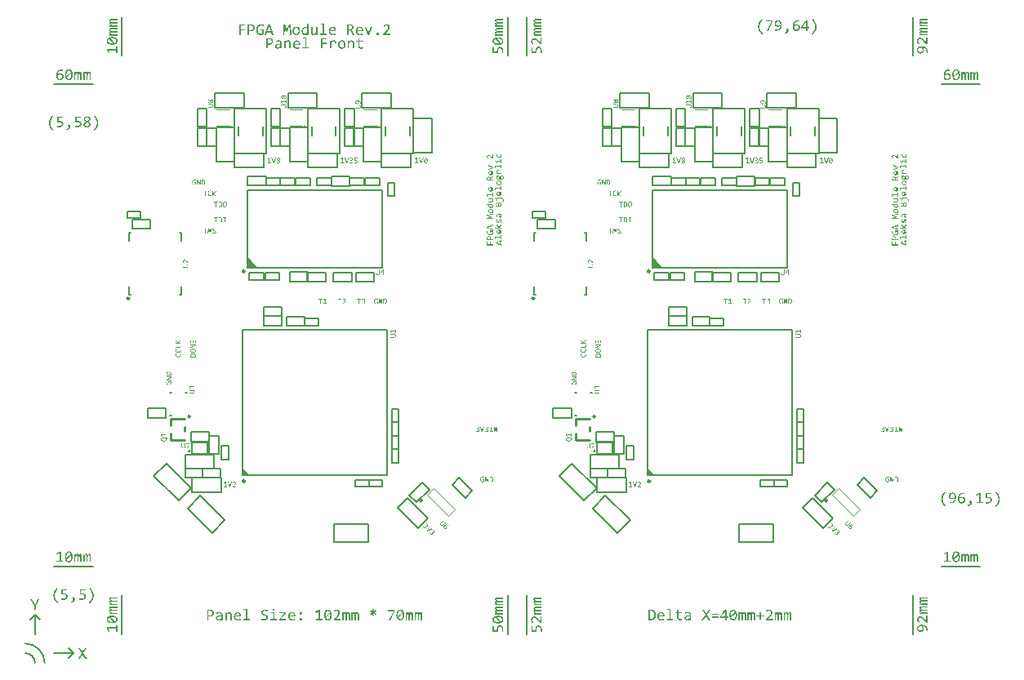
<source format=gbr>
G04*
G04 #@! TF.GenerationSoftware,Altium Limited,Altium Designer,22.4.2 (48)*
G04*
G04 Layer_Color=65535*
%FSAX24Y24*%
%MOIN*%
G70*
G04*
G04 #@! TF.SameCoordinates,804BE6BC-564E-48D7-BD21-CB3B51F5BFA5*
G04*
G04*
G04 #@! TF.FilePolarity,Positive*
G04*
G01*
G75*
%ADD11C,0.0039*%
%ADD13C,0.0050*%
%ADD41C,0.0100*%
%ADD56C,0.0079*%
%ADD58C,0.0098*%
%ADD59C,0.0061*%
G36*
X009640Y026073D02*
X009648Y026073D01*
X009658Y026072D01*
X009677Y026069D01*
X009678D01*
X009682Y026067D01*
X009687Y026066D01*
X009694Y026065D01*
X009701Y026063D01*
X009709Y026060D01*
X009718Y026057D01*
X009727Y026053D01*
Y025995D01*
X009726Y025995D01*
X009723Y025997D01*
X009719Y025999D01*
X009712Y026002D01*
X009705Y026005D01*
X009696Y026009D01*
X009687Y026012D01*
X009678Y026015D01*
X009677Y026015D01*
X009673Y026016D01*
X009669Y026017D01*
X009661Y026018D01*
X009653Y026019D01*
X009644Y026021D01*
X009634Y026021D01*
X009623Y026022D01*
X009618D01*
X009614Y026021D01*
X009611D01*
X009603Y026020D01*
X009594Y026018D01*
X009583Y026016D01*
X009573Y026013D01*
X009563Y026009D01*
X009562D01*
X009561Y026009D01*
X009558Y026007D01*
X009553Y026004D01*
X009547Y026000D01*
X009540Y025995D01*
X009533Y025989D01*
X009525Y025983D01*
X009518Y025975D01*
X009517Y025974D01*
X009515Y025971D01*
X009512Y025966D01*
X009507Y025960D01*
X009503Y025952D01*
X009499Y025943D01*
X009494Y025933D01*
X009490Y025922D01*
Y025921D01*
X009489Y025920D01*
X009489Y025918D01*
X009488Y025916D01*
X009488Y025914D01*
X009487Y025910D01*
X009486Y025902D01*
X009483Y025891D01*
X009482Y025879D01*
X009481Y025867D01*
X009481Y025852D01*
Y025852D01*
Y025851D01*
Y025849D01*
Y025846D01*
Y025843D01*
X009481Y025838D01*
X009482Y025829D01*
X009482Y025818D01*
X009484Y025806D01*
X009486Y025794D01*
X009488Y025782D01*
Y025781D01*
X009489Y025781D01*
X009489Y025779D01*
X009490Y025777D01*
X009492Y025771D01*
X009494Y025764D01*
X009498Y025755D01*
X009502Y025746D01*
X009507Y025738D01*
X009512Y025729D01*
X009513Y025728D01*
X009516Y025726D01*
X009519Y025722D01*
X009524Y025717D01*
X009530Y025711D01*
X009537Y025706D01*
X009546Y025701D01*
X009556Y025696D01*
X009556D01*
X009557Y025696D01*
X009558Y025695D01*
X009560Y025695D01*
X009566Y025692D01*
X009573Y025691D01*
X009582Y025689D01*
X009593Y025686D01*
X009605Y025685D01*
X009618Y025685D01*
X009626D01*
X009631Y025685D01*
X009632D01*
X009636Y025686D01*
X009640Y025686D01*
X009646Y025687D01*
X009647D01*
X009650Y025687D01*
X009654Y025689D01*
X009659Y025690D01*
X009660D01*
X009660Y025690D01*
X009664Y025691D01*
X009667Y025692D01*
X009672Y025693D01*
Y025831D01*
X009584D01*
Y025879D01*
X009730D01*
Y025659D01*
X009729D01*
X009727Y025658D01*
X009725Y025657D01*
X009721Y025655D01*
X009717Y025654D01*
X009712Y025652D01*
X009701Y025648D01*
X009700D01*
X009698Y025648D01*
X009695Y025647D01*
X009691Y025645D01*
X009687Y025644D01*
X009682Y025643D01*
X009670Y025640D01*
X009670D01*
X009667Y025639D01*
X009665Y025639D01*
X009661Y025638D01*
X009656Y025638D01*
X009651Y025637D01*
X009640Y025636D01*
X009639D01*
X009637Y025635D01*
X009634D01*
X009630Y025635D01*
X009625Y025634D01*
X009620D01*
X009610Y025633D01*
X009602D01*
X009598Y025634D01*
X009594D01*
X009589Y025635D01*
X009583Y025635D01*
X009571Y025637D01*
X009558Y025639D01*
X009544Y025643D01*
X009530Y025647D01*
X009530D01*
X009529Y025648D01*
X009527Y025649D01*
X009524Y025650D01*
X009522Y025651D01*
X009518Y025653D01*
X009510Y025657D01*
X009500Y025663D01*
X009491Y025670D01*
X009480Y025678D01*
X009470Y025687D01*
Y025688D01*
X009469Y025689D01*
X009468Y025690D01*
X009467Y025692D01*
X009464Y025695D01*
X009462Y025698D01*
X009457Y025706D01*
X009450Y025716D01*
X009444Y025727D01*
X009438Y025740D01*
X009433Y025755D01*
Y025756D01*
X009432Y025757D01*
X009432Y025759D01*
X009430Y025762D01*
X009429Y025766D01*
X009428Y025771D01*
X009427Y025776D01*
X009426Y025782D01*
X009425Y025788D01*
X009424Y025796D01*
X009422Y025811D01*
X009420Y025829D01*
X009420Y025849D01*
Y025849D01*
Y025851D01*
Y025853D01*
Y025857D01*
X009420Y025862D01*
Y025868D01*
X009421Y025874D01*
X009421Y025880D01*
X009423Y025895D01*
X009426Y025911D01*
X009429Y025927D01*
X009434Y025943D01*
Y025944D01*
X009435Y025945D01*
X009436Y025947D01*
X009437Y025950D01*
X009439Y025954D01*
X009440Y025958D01*
X009445Y025968D01*
X009451Y025979D01*
X009458Y025991D01*
X009466Y026003D01*
X009475Y026014D01*
X009476Y026015D01*
X009476Y026015D01*
X009478Y026017D01*
X009480Y026019D01*
X009486Y026024D01*
X009493Y026031D01*
X009503Y026038D01*
X009513Y026045D01*
X009526Y026052D01*
X009540Y026059D01*
X009540D01*
X009541Y026059D01*
X009543Y026060D01*
X009546Y026061D01*
X009550Y026063D01*
X009554Y026064D01*
X009559Y026065D01*
X009564Y026066D01*
X009576Y026069D01*
X009590Y026072D01*
X009606Y026073D01*
X009623Y026074D01*
X009633D01*
X009640Y026073D01*
D02*
G37*
G36*
X036831Y026243D02*
X036595D01*
X036595D01*
X036592D01*
X036590D01*
X036586D01*
X036578Y026242D01*
X036570Y026242D01*
X036569D01*
X036568D01*
X036567Y026241D01*
X036564Y026241D01*
X036560Y026240D01*
X036555Y026238D01*
X036554D01*
X036554Y026238D01*
X036551Y026236D01*
X036549Y026235D01*
X036546Y026232D01*
X036546Y026232D01*
X036545Y026230D01*
X036544Y026227D01*
X036544Y026224D01*
Y026223D01*
X036544Y026220D01*
X036545Y026216D01*
X036548Y026212D01*
X036549Y026211D01*
X036551Y026209D01*
X036555Y026205D01*
X036561Y026201D01*
X036561D01*
X036562Y026200D01*
X036564Y026199D01*
X036567Y026197D01*
X036570Y026195D01*
X036574Y026193D01*
X036579Y026191D01*
X036584Y026188D01*
X036585Y026187D01*
X036587Y026187D01*
X036590Y026185D01*
X036594Y026183D01*
X036599Y026181D01*
X036605Y026177D01*
X036613Y026175D01*
X036620Y026171D01*
X036831D01*
Y026114D01*
X036602D01*
X036601D01*
X036598D01*
X036595D01*
X036591D01*
X036582Y026113D01*
X036577D01*
X036573Y026113D01*
X036572D01*
X036571D01*
X036569Y026112D01*
X036566Y026111D01*
X036561Y026110D01*
X036555Y026109D01*
X036555D01*
X036554Y026108D01*
X036551Y026107D01*
X036549Y026105D01*
X036546Y026103D01*
X036546Y026102D01*
X036545Y026101D01*
X036544Y026098D01*
X036544Y026094D01*
Y026093D01*
X036544Y026091D01*
X036545Y026087D01*
X036548Y026084D01*
X036548Y026082D01*
X036550Y026080D01*
X036554Y026077D01*
X036560Y026073D01*
X036560D01*
X036561Y026072D01*
X036563Y026070D01*
X036566Y026069D01*
X036569Y026067D01*
X036573Y026064D01*
X036577Y026062D01*
X036583Y026059D01*
X036583Y026058D01*
X036585Y026058D01*
X036589Y026056D01*
X036593Y026054D01*
X036598Y026052D01*
X036604Y026049D01*
X036612Y026046D01*
X036620Y026042D01*
X036831D01*
Y025985D01*
X036502D01*
Y026032D01*
X036565Y026035D01*
X036564Y026036D01*
X036562Y026037D01*
X036558Y026038D01*
X036554Y026040D01*
X036549Y026043D01*
X036544Y026045D01*
X036533Y026051D01*
X036533Y026052D01*
X036531Y026053D01*
X036529Y026055D01*
X036526Y026056D01*
X036519Y026062D01*
X036512Y026068D01*
X036512Y026068D01*
X036511Y026069D01*
X036509Y026071D01*
X036508Y026073D01*
X036503Y026079D01*
X036500Y026086D01*
Y026087D01*
X036500Y026088D01*
X036499Y026090D01*
X036498Y026093D01*
X036497Y026099D01*
X036496Y026108D01*
Y026112D01*
X036497Y026117D01*
X036498Y026123D01*
X036501Y026129D01*
X036503Y026136D01*
X036508Y026143D01*
X036514Y026148D01*
X036514Y026149D01*
X036517Y026150D01*
X036521Y026152D01*
X036527Y026155D01*
X036534Y026158D01*
X036544Y026160D01*
X036555Y026162D01*
X036568Y026162D01*
X036567Y026163D01*
X036565Y026163D01*
X036562Y026165D01*
X036557Y026167D01*
X036553Y026169D01*
X036548Y026172D01*
X036538Y026177D01*
X036537Y026178D01*
X036536Y026179D01*
X036533Y026180D01*
X036530Y026182D01*
X036522Y026188D01*
X036515Y026194D01*
X036515Y026194D01*
X036514Y026196D01*
X036512Y026197D01*
X036510Y026199D01*
X036506Y026206D01*
X036501Y026213D01*
Y026214D01*
X036501Y026215D01*
X036500Y026217D01*
X036498Y026220D01*
X036498Y026224D01*
X036497Y026228D01*
X036496Y026238D01*
Y026240D01*
X036497Y026244D01*
X036498Y026247D01*
X036499Y026252D01*
X036501Y026257D01*
X036504Y026263D01*
X036508Y026269D01*
X036513Y026275D01*
X036520Y026281D01*
X036527Y026286D01*
X036537Y026291D01*
X036548Y026294D01*
X036560Y026298D01*
X036575Y026300D01*
X036583Y026300D01*
X036592D01*
X036831D01*
Y026243D01*
D02*
G37*
G36*
X003758Y026238D02*
X003521D01*
X003521D01*
X003518D01*
X003516D01*
X003512D01*
X003504Y026237D01*
X003496Y026236D01*
X003496D01*
X003494D01*
X003493Y026236D01*
X003491Y026235D01*
X003486Y026234D01*
X003481Y026233D01*
X003480D01*
X003480Y026232D01*
X003478Y026231D01*
X003475Y026229D01*
X003473Y026227D01*
X003472Y026226D01*
X003471Y026224D01*
X003470Y026222D01*
X003470Y026218D01*
Y026217D01*
X003470Y026215D01*
X003472Y026211D01*
X003474Y026206D01*
X003475Y026205D01*
X003477Y026203D01*
X003481Y026200D01*
X003487Y026196D01*
X003487D01*
X003488Y026194D01*
X003490Y026193D01*
X003493Y026192D01*
X003496Y026190D01*
X003500Y026187D01*
X003505Y026185D01*
X003510Y026182D01*
X003511Y026182D01*
X003513Y026181D01*
X003516Y026180D01*
X003520Y026177D01*
X003526Y026175D01*
X003532Y026172D01*
X003539Y026169D01*
X003546Y026165D01*
X003758D01*
Y026108D01*
X003528D01*
X003527D01*
X003524D01*
X003521D01*
X003517D01*
X003508Y026108D01*
X003503D01*
X003499Y026107D01*
X003498D01*
X003497D01*
X003495Y026107D01*
X003492Y026106D01*
X003487Y026105D01*
X003481Y026103D01*
X003481D01*
X003480Y026103D01*
X003478Y026102D01*
X003475Y026100D01*
X003473Y026097D01*
X003472Y026097D01*
X003471Y026095D01*
X003470Y026092D01*
X003470Y026089D01*
Y026087D01*
X003470Y026085D01*
X003472Y026082D01*
X003474Y026078D01*
X003474Y026077D01*
X003476Y026075D01*
X003480Y026072D01*
X003486Y026067D01*
X003486D01*
X003487Y026066D01*
X003489Y026065D01*
X003492Y026063D01*
X003495Y026061D01*
X003499Y026059D01*
X003503Y026056D01*
X003509Y026054D01*
X003509Y026053D01*
X003511Y026052D01*
X003515Y026051D01*
X003519Y026049D01*
X003524Y026046D01*
X003530Y026043D01*
X003538Y026040D01*
X003546Y026037D01*
X003758D01*
Y025979D01*
X003428D01*
Y026027D01*
X003491Y026030D01*
X003490Y026030D01*
X003488Y026031D01*
X003485Y026033D01*
X003480Y026035D01*
X003475Y026037D01*
X003470Y026040D01*
X003460Y026046D01*
X003459Y026046D01*
X003457Y026048D01*
X003455Y026049D01*
X003452Y026051D01*
X003445Y026056D01*
X003438Y026062D01*
X003438Y026063D01*
X003437Y026064D01*
X003435Y026066D01*
X003434Y026068D01*
X003429Y026074D01*
X003426Y026081D01*
Y026081D01*
X003426Y026082D01*
X003425Y026085D01*
X003424Y026087D01*
X003423Y026094D01*
X003422Y026102D01*
Y026107D01*
X003423Y026111D01*
X003425Y026117D01*
X003427Y026124D01*
X003429Y026131D01*
X003434Y026137D01*
X003440Y026143D01*
X003440Y026143D01*
X003443Y026145D01*
X003447Y026147D01*
X003453Y026150D01*
X003461Y026152D01*
X003470Y026155D01*
X003481Y026156D01*
X003494Y026157D01*
X003493Y026157D01*
X003491Y026158D01*
X003488Y026159D01*
X003484Y026162D01*
X003479Y026164D01*
X003474Y026167D01*
X003464Y026172D01*
X003463Y026173D01*
X003462Y026173D01*
X003459Y026175D01*
X003456Y026177D01*
X003449Y026182D01*
X003441Y026188D01*
X003441Y026189D01*
X003440Y026190D01*
X003438Y026192D01*
X003436Y026194D01*
X003432Y026200D01*
X003427Y026208D01*
Y026208D01*
X003427Y026210D01*
X003426Y026212D01*
X003425Y026215D01*
X003424Y026218D01*
X003423Y026222D01*
X003422Y026232D01*
Y026235D01*
X003423Y026238D01*
X003424Y026242D01*
X003425Y026247D01*
X003427Y026252D01*
X003431Y026258D01*
X003434Y026264D01*
X003439Y026269D01*
X003446Y026275D01*
X003453Y026280D01*
X003463Y026285D01*
X003474Y026289D01*
X003486Y026292D01*
X003501Y026294D01*
X003509Y026295D01*
X003518D01*
X003758D01*
Y026238D01*
D02*
G37*
G36*
X021080Y026230D02*
X020844D01*
X020843D01*
X020841D01*
X020839D01*
X020835D01*
X020827Y026230D01*
X020819Y026229D01*
X020818D01*
X020817D01*
X020816Y026229D01*
X020813Y026228D01*
X020809Y026227D01*
X020804Y026225D01*
X020803D01*
X020803Y026225D01*
X020800Y026224D01*
X020798Y026222D01*
X020795Y026219D01*
X020795Y026219D01*
X020794Y026217D01*
X020793Y026214D01*
X020793Y026211D01*
Y026210D01*
X020793Y026207D01*
X020794Y026203D01*
X020797Y026199D01*
X020798Y026198D01*
X020800Y026196D01*
X020804Y026193D01*
X020810Y026188D01*
X020810D01*
X020811Y026187D01*
X020813Y026186D01*
X020816Y026184D01*
X020819Y026182D01*
X020823Y026180D01*
X020828Y026178D01*
X020833Y026175D01*
X020834Y026174D01*
X020836Y026174D01*
X020839Y026172D01*
X020843Y026170D01*
X020848Y026168D01*
X020854Y026165D01*
X020861Y026162D01*
X020869Y026158D01*
X021080D01*
Y026101D01*
X020851D01*
X020850D01*
X020847D01*
X020844D01*
X020840D01*
X020831Y026100D01*
X020826D01*
X020822Y026100D01*
X020821D01*
X020820D01*
X020818Y026099D01*
X020815Y026099D01*
X020810Y026098D01*
X020804Y026096D01*
X020804D01*
X020803Y026095D01*
X020800Y026094D01*
X020798Y026093D01*
X020795Y026090D01*
X020795Y026089D01*
X020794Y026088D01*
X020793Y026085D01*
X020793Y026081D01*
Y026080D01*
X020793Y026078D01*
X020794Y026075D01*
X020797Y026071D01*
X020797Y026070D01*
X020799Y026067D01*
X020803Y026064D01*
X020809Y026060D01*
X020809D01*
X020810Y026059D01*
X020812Y026058D01*
X020815Y026056D01*
X020818Y026054D01*
X020822Y026052D01*
X020826Y026049D01*
X020831Y026046D01*
X020832Y026046D01*
X020834Y026045D01*
X020837Y026043D01*
X020842Y026041D01*
X020847Y026039D01*
X020853Y026036D01*
X020861Y026033D01*
X020869Y026029D01*
X021080D01*
Y025972D01*
X020751D01*
Y026019D01*
X020814Y026022D01*
X020813Y026023D01*
X020811Y026024D01*
X020807Y026025D01*
X020803Y026028D01*
X020798Y026030D01*
X020793Y026033D01*
X020782Y026039D01*
X020782Y026039D01*
X020780Y026040D01*
X020778Y026042D01*
X020775Y026043D01*
X020768Y026049D01*
X020761Y026055D01*
X020760Y026055D01*
X020760Y026057D01*
X020758Y026058D01*
X020757Y026060D01*
X020752Y026066D01*
X020749Y026073D01*
Y026074D01*
X020748Y026075D01*
X020748Y026077D01*
X020747Y026080D01*
X020746Y026087D01*
X020745Y026095D01*
Y026099D01*
X020746Y026104D01*
X020747Y026110D01*
X020750Y026117D01*
X020752Y026123D01*
X020757Y026130D01*
X020763Y026135D01*
X020763Y026136D01*
X020766Y026137D01*
X020770Y026140D01*
X020776Y026142D01*
X020783Y026145D01*
X020793Y026147D01*
X020804Y026149D01*
X020817Y026149D01*
X020816Y026150D01*
X020814Y026150D01*
X020811Y026152D01*
X020806Y026154D01*
X020802Y026156D01*
X020797Y026159D01*
X020787Y026165D01*
X020786Y026165D01*
X020785Y026166D01*
X020782Y026167D01*
X020779Y026170D01*
X020771Y026175D01*
X020764Y026181D01*
X020764Y026182D01*
X020763Y026183D01*
X020761Y026184D01*
X020759Y026187D01*
X020754Y026193D01*
X020750Y026200D01*
Y026201D01*
X020750Y026202D01*
X020748Y026205D01*
X020747Y026207D01*
X020747Y026211D01*
X020746Y026215D01*
X020745Y026225D01*
Y026227D01*
X020746Y026231D01*
X020747Y026235D01*
X020748Y026239D01*
X020750Y026244D01*
X020753Y026250D01*
X020757Y026256D01*
X020762Y026262D01*
X020769Y026268D01*
X020776Y026273D01*
X020786Y026278D01*
X020797Y026282D01*
X020809Y026285D01*
X020824Y026287D01*
X020832Y026288D01*
X020841D01*
X021080D01*
Y026230D01*
D02*
G37*
G36*
X019506D02*
X019269D01*
X019269D01*
X019266D01*
X019264D01*
X019260D01*
X019252Y026230D01*
X019244Y026229D01*
X019244D01*
X019242D01*
X019241Y026229D01*
X019239Y026228D01*
X019234Y026227D01*
X019229Y026225D01*
X019228D01*
X019228Y026225D01*
X019226Y026224D01*
X019223Y026222D01*
X019221Y026219D01*
X019220Y026219D01*
X019219Y026217D01*
X019218Y026214D01*
X019218Y026211D01*
Y026210D01*
X019218Y026207D01*
X019220Y026203D01*
X019222Y026199D01*
X019223Y026198D01*
X019225Y026196D01*
X019229Y026193D01*
X019235Y026188D01*
X019235D01*
X019236Y026187D01*
X019238Y026186D01*
X019241Y026184D01*
X019244Y026182D01*
X019248Y026180D01*
X019253Y026178D01*
X019258Y026175D01*
X019259Y026174D01*
X019261Y026174D01*
X019264Y026172D01*
X019268Y026170D01*
X019274Y026168D01*
X019280Y026165D01*
X019287Y026162D01*
X019294Y026158D01*
X019506D01*
Y026101D01*
X019276D01*
X019275D01*
X019273D01*
X019269D01*
X019265D01*
X019256Y026100D01*
X019251D01*
X019247Y026100D01*
X019246D01*
X019245D01*
X019243Y026099D01*
X019240Y026099D01*
X019235Y026098D01*
X019229Y026096D01*
X019229D01*
X019228Y026095D01*
X019226Y026094D01*
X019223Y026093D01*
X019221Y026090D01*
X019220Y026089D01*
X019219Y026088D01*
X019218Y026085D01*
X019218Y026081D01*
Y026080D01*
X019218Y026078D01*
X019220Y026075D01*
X019222Y026071D01*
X019222Y026070D01*
X019224Y026067D01*
X019228Y026064D01*
X019234Y026060D01*
X019234D01*
X019235Y026059D01*
X019237Y026058D01*
X019240Y026056D01*
X019243Y026054D01*
X019247Y026052D01*
X019251Y026049D01*
X019257Y026046D01*
X019257Y026046D01*
X019259Y026045D01*
X019263Y026043D01*
X019267Y026041D01*
X019273Y026039D01*
X019279Y026036D01*
X019286Y026033D01*
X019294Y026029D01*
X019506D01*
Y025972D01*
X019176D01*
Y026019D01*
X019239Y026022D01*
X019238Y026023D01*
X019236Y026024D01*
X019233Y026025D01*
X019228Y026028D01*
X019223Y026030D01*
X019218Y026033D01*
X019208Y026039D01*
X019207Y026039D01*
X019205Y026040D01*
X019203Y026042D01*
X019200Y026043D01*
X019193Y026049D01*
X019186Y026055D01*
X019186Y026055D01*
X019185Y026057D01*
X019183Y026058D01*
X019182Y026060D01*
X019177Y026066D01*
X019174Y026073D01*
Y026074D01*
X019174Y026075D01*
X019173Y026077D01*
X019172Y026080D01*
X019171Y026087D01*
X019170Y026095D01*
Y026099D01*
X019171Y026104D01*
X019173Y026110D01*
X019175Y026117D01*
X019177Y026123D01*
X019182Y026130D01*
X019188Y026135D01*
X019188Y026136D01*
X019191Y026137D01*
X019196Y026140D01*
X019201Y026142D01*
X019209Y026145D01*
X019218Y026147D01*
X019229Y026149D01*
X019242Y026149D01*
X019241Y026150D01*
X019239Y026150D01*
X019236Y026152D01*
X019232Y026154D01*
X019227Y026156D01*
X019222Y026159D01*
X019212Y026165D01*
X019211Y026165D01*
X019210Y026166D01*
X019207Y026167D01*
X019204Y026170D01*
X019197Y026175D01*
X019190Y026181D01*
X019189Y026182D01*
X019188Y026183D01*
X019186Y026184D01*
X019184Y026187D01*
X019180Y026193D01*
X019175Y026200D01*
Y026201D01*
X019175Y026202D01*
X019174Y026205D01*
X019173Y026207D01*
X019172Y026211D01*
X019171Y026215D01*
X019170Y026225D01*
Y026227D01*
X019171Y026231D01*
X019172Y026235D01*
X019173Y026239D01*
X019175Y026244D01*
X019179Y026250D01*
X019182Y026256D01*
X019187Y026262D01*
X019194Y026268D01*
X019202Y026273D01*
X019211Y026278D01*
X019222Y026282D01*
X019234Y026285D01*
X019249Y026287D01*
X019257Y026288D01*
X019266D01*
X019506D01*
Y026230D01*
D02*
G37*
G36*
X011558Y025639D02*
X011507D01*
X011505Y025701D01*
Y025701D01*
X011504Y025699D01*
X011503Y025698D01*
X011500Y025696D01*
X011495Y025689D01*
X011489Y025682D01*
X011482Y025673D01*
X011473Y025665D01*
X011463Y025657D01*
X011453Y025650D01*
X011452D01*
X011452Y025649D01*
X011450Y025648D01*
X011448Y025647D01*
X011442Y025645D01*
X011435Y025642D01*
X011426Y025639D01*
X011416Y025636D01*
X011405Y025634D01*
X011393Y025633D01*
X011388D01*
X011382Y025634D01*
X011376Y025635D01*
X011368Y025636D01*
X011359Y025638D01*
X011351Y025641D01*
X011343Y025645D01*
X011341Y025645D01*
X011339Y025647D01*
X011335Y025650D01*
X011330Y025654D01*
X011325Y025659D01*
X011319Y025664D01*
X011313Y025671D01*
X011307Y025678D01*
X011307Y025679D01*
X011305Y025682D01*
X011302Y025686D01*
X011299Y025692D01*
X011296Y025700D01*
X011292Y025709D01*
X011288Y025719D01*
X011286Y025730D01*
Y025730D01*
X011285Y025731D01*
Y025733D01*
X011285Y025735D01*
X011284Y025738D01*
X011284Y025741D01*
X011283Y025749D01*
X011281Y025760D01*
X011280Y025771D01*
X011279Y025784D01*
X011279Y025797D01*
Y025797D01*
Y025798D01*
Y025801D01*
Y025804D01*
X011279Y025808D01*
Y025812D01*
X011280Y025822D01*
X011281Y025833D01*
X011284Y025846D01*
X011286Y025859D01*
X011290Y025871D01*
Y025872D01*
X011291Y025873D01*
X011291Y025875D01*
X011292Y025877D01*
X011295Y025883D01*
X011298Y025891D01*
X011303Y025899D01*
X011309Y025909D01*
X011315Y025918D01*
X011322Y025927D01*
X011323Y025928D01*
X011326Y025930D01*
X011331Y025934D01*
X011337Y025939D01*
X011344Y025945D01*
X011353Y025950D01*
X011363Y025956D01*
X011373Y025960D01*
X011374D01*
X011375Y025961D01*
X011376Y025962D01*
X011379Y025962D01*
X011381Y025963D01*
X011385Y025964D01*
X011393Y025966D01*
X011403Y025969D01*
X011414Y025971D01*
X011427Y025972D01*
X011440Y025972D01*
X011450D01*
X011454Y025972D01*
X011459Y025971D01*
X011470Y025970D01*
X011471D01*
X011473Y025970D01*
X011476Y025969D01*
X011480Y025969D01*
X011485Y025968D01*
X011489Y025966D01*
X011501Y025964D01*
Y026103D01*
X011558D01*
Y025639D01*
D02*
G37*
G36*
X010858D02*
X010801D01*
X010793Y025907D01*
X010789Y026009D01*
X010769Y025950D01*
X010705Y025779D01*
X010665D01*
X010605Y025943D01*
X010585Y026009D01*
X010584Y025903D01*
X010576Y025639D01*
X010521D01*
X010542Y026068D01*
X010611D01*
X010669Y025906D01*
X010687Y025852D01*
X010705Y025906D01*
X010767Y026068D01*
X010838D01*
X010858Y025639D01*
D02*
G37*
G36*
X031935Y025954D02*
X032008D01*
Y025904D01*
X031935D01*
Y025809D01*
X031876D01*
Y025904D01*
X031670D01*
Y025954D01*
X031852Y026238D01*
X031935D01*
Y025954D01*
D02*
G37*
G36*
X030740Y026243D02*
X030748Y026243D01*
X030757Y026241D01*
X030767Y026239D01*
X030777Y026237D01*
X030788Y026233D01*
X030788D01*
X030789Y026232D01*
X030792Y026230D01*
X030797Y026228D01*
X030804Y026224D01*
X030811Y026220D01*
X030819Y026214D01*
X030827Y026207D01*
X030835Y026199D01*
X030836Y026198D01*
X030838Y026194D01*
X030841Y026190D01*
X030846Y026182D01*
X030851Y026174D01*
X030856Y026163D01*
X030861Y026151D01*
X030865Y026138D01*
Y026137D01*
X030866Y026136D01*
X030866Y026134D01*
X030867Y026131D01*
X030868Y026127D01*
X030869Y026123D01*
X030870Y026118D01*
X030871Y026113D01*
X030872Y026106D01*
X030873Y026099D01*
X030874Y026092D01*
X030875Y026084D01*
X030876Y026066D01*
X030877Y026047D01*
Y026047D01*
Y026044D01*
Y026041D01*
Y026037D01*
X030876Y026031D01*
Y026025D01*
X030875Y026018D01*
X030875Y026010D01*
X030873Y025994D01*
X030870Y025976D01*
X030866Y025957D01*
X030861Y025939D01*
Y025939D01*
X030861Y025937D01*
X030860Y025935D01*
X030859Y025932D01*
X030857Y025928D01*
X030855Y025924D01*
X030850Y025913D01*
X030844Y025901D01*
X030836Y025889D01*
X030827Y025877D01*
X030817Y025865D01*
X030816Y025865D01*
X030815Y025864D01*
X030814Y025862D01*
X030811Y025860D01*
X030808Y025858D01*
X030805Y025855D01*
X030801Y025852D01*
X030796Y025849D01*
X030786Y025842D01*
X030773Y025835D01*
X030759Y025829D01*
X030743Y025823D01*
X030743D01*
X030741Y025822D01*
X030739Y025822D01*
X030736Y025820D01*
X030731Y025819D01*
X030726Y025818D01*
X030721Y025817D01*
X030714Y025816D01*
X030707Y025814D01*
X030700Y025813D01*
X030691Y025812D01*
X030683Y025811D01*
X030664Y025810D01*
X030643Y025809D01*
X030607D01*
Y025859D01*
X030658D01*
X030662Y025859D01*
X030672Y025860D01*
X030683Y025861D01*
X030695Y025862D01*
X030708Y025864D01*
X030720Y025867D01*
X030720D01*
X030722Y025867D01*
X030723Y025868D01*
X030725Y025868D01*
X030731Y025871D01*
X030738Y025873D01*
X030746Y025877D01*
X030755Y025881D01*
X030763Y025886D01*
X030771Y025892D01*
X030772Y025893D01*
X030774Y025895D01*
X030778Y025899D01*
X030783Y025903D01*
X030788Y025909D01*
X030793Y025916D01*
X030798Y025924D01*
X030802Y025932D01*
Y025933D01*
X030803Y025933D01*
X030804Y025937D01*
X030806Y025942D01*
X030808Y025948D01*
X030811Y025956D01*
X030813Y025966D01*
X030815Y025976D01*
X030816Y025987D01*
X030818Y026001D01*
X030817Y026000D01*
X030814Y025998D01*
X030809Y025996D01*
X030804Y025994D01*
X030797Y025990D01*
X030789Y025987D01*
X030779Y025984D01*
X030770Y025981D01*
X030769D01*
X030768Y025980D01*
X030767D01*
X030765Y025980D01*
X030760Y025979D01*
X030752Y025978D01*
X030744Y025976D01*
X030734Y025975D01*
X030723Y025974D01*
X030712Y025974D01*
X030706D01*
X030700Y025974D01*
X030692Y025975D01*
X030683Y025976D01*
X030673Y025978D01*
X030664Y025980D01*
X030654Y025983D01*
X030653Y025984D01*
X030651Y025985D01*
X030646Y025987D01*
X030640Y025990D01*
X030634Y025994D01*
X030627Y025998D01*
X030620Y026003D01*
X030613Y026009D01*
X030613Y026010D01*
X030611Y026013D01*
X030608Y026016D01*
X030605Y026021D01*
X030601Y026027D01*
X030596Y026034D01*
X030593Y026042D01*
X030589Y026050D01*
Y026051D01*
X030589Y026051D01*
X030588Y026055D01*
X030587Y026059D01*
X030586Y026066D01*
X030584Y026073D01*
X030582Y026081D01*
X030582Y026091D01*
X030581Y026101D01*
Y026102D01*
Y026102D01*
Y026104D01*
Y026106D01*
X030582Y026112D01*
X030582Y026119D01*
X030584Y026128D01*
X030586Y026137D01*
X030588Y026147D01*
X030592Y026157D01*
Y026157D01*
X030592Y026158D01*
X030594Y026161D01*
X030596Y026166D01*
X030600Y026172D01*
X030604Y026179D01*
X030609Y026186D01*
X030615Y026194D01*
X030622Y026202D01*
X030623Y026203D01*
X030625Y026205D01*
X030630Y026208D01*
X030635Y026213D01*
X030642Y026218D01*
X030650Y026223D01*
X030659Y026228D01*
X030669Y026232D01*
X030669D01*
X030670Y026233D01*
X030671Y026233D01*
X030673Y026234D01*
X030679Y026236D01*
X030687Y026238D01*
X030695Y026240D01*
X030706Y026242D01*
X030717Y026243D01*
X030729Y026244D01*
X030734D01*
X030740Y026243D01*
D02*
G37*
G36*
X030507Y026185D02*
X030327Y025809D01*
X030262D01*
X030449Y026185D01*
X030218D01*
Y026238D01*
X030507D01*
Y026185D01*
D02*
G37*
G36*
X031589Y026188D02*
X031533D01*
X031529Y026187D01*
X031520Y026187D01*
X031509Y026186D01*
X031498Y026184D01*
X031487Y026182D01*
X031476Y026179D01*
X031476D01*
X031475Y026178D01*
X031472Y026177D01*
X031466Y026175D01*
X031460Y026172D01*
X031453Y026168D01*
X031444Y026164D01*
X031437Y026158D01*
X031429Y026152D01*
X031428Y026152D01*
X031426Y026150D01*
X031423Y026146D01*
X031418Y026141D01*
X031413Y026135D01*
X031408Y026128D01*
X031404Y026121D01*
X031400Y026112D01*
X031399Y026111D01*
X031398Y026108D01*
X031396Y026103D01*
X031394Y026097D01*
X031393Y026089D01*
X031390Y026080D01*
X031388Y026070D01*
X031387Y026059D01*
X031386Y026047D01*
X031387Y026047D01*
X031390Y026049D01*
X031394Y026051D01*
X031400Y026054D01*
X031406Y026056D01*
X031414Y026060D01*
X031423Y026063D01*
X031433Y026066D01*
X031434D01*
X031434Y026066D01*
X031436D01*
X031438Y026067D01*
X031443Y026068D01*
X031450Y026069D01*
X031459Y026071D01*
X031470Y026072D01*
X031480Y026073D01*
X031492Y026073D01*
X031497D01*
X031503Y026073D01*
X031512Y026072D01*
X031520Y026071D01*
X031530Y026069D01*
X031539Y026067D01*
X031549Y026063D01*
X031549D01*
X031550Y026063D01*
X031553Y026062D01*
X031557Y026060D01*
X031563Y026057D01*
X031569Y026053D01*
X031576Y026049D01*
X031583Y026043D01*
X031589Y026037D01*
X031590Y026037D01*
X031592Y026034D01*
X031595Y026031D01*
X031598Y026026D01*
X031602Y026020D01*
X031607Y026013D01*
X031610Y026005D01*
X031614Y025996D01*
X031614Y025995D01*
X031615Y025992D01*
X031616Y025988D01*
X031618Y025981D01*
X031620Y025973D01*
X031621Y025965D01*
X031622Y025955D01*
X031622Y025944D01*
Y025944D01*
Y025943D01*
Y025942D01*
Y025939D01*
X031622Y025933D01*
X031621Y025926D01*
X031620Y025918D01*
X031618Y025908D01*
X031615Y025899D01*
X031612Y025889D01*
Y025888D01*
X031611Y025888D01*
X031609Y025884D01*
X031607Y025879D01*
X031604Y025873D01*
X031600Y025866D01*
X031594Y025859D01*
X031588Y025852D01*
X031581Y025844D01*
X031580Y025843D01*
X031578Y025841D01*
X031573Y025837D01*
X031568Y025833D01*
X031561Y025828D01*
X031553Y025823D01*
X031543Y025818D01*
X031533Y025814D01*
X031533D01*
X031532Y025813D01*
X031531Y025813D01*
X031529Y025812D01*
X031523Y025811D01*
X031515Y025808D01*
X031507Y025806D01*
X031496Y025805D01*
X031485Y025804D01*
X031472Y025803D01*
X031466D01*
X031463Y025804D01*
X031460D01*
X031451Y025805D01*
X031441Y025806D01*
X031431Y025807D01*
X031420Y025810D01*
X031409Y025814D01*
X031409D01*
X031408Y025814D01*
X031405Y025816D01*
X031400Y025819D01*
X031394Y025823D01*
X031387Y025828D01*
X031379Y025834D01*
X031371Y025841D01*
X031364Y025849D01*
Y025849D01*
X031364Y025850D01*
X031361Y025853D01*
X031358Y025858D01*
X031354Y025865D01*
X031349Y025873D01*
X031345Y025884D01*
X031340Y025895D01*
X031336Y025908D01*
Y025908D01*
X031336Y025909D01*
X031335Y025912D01*
X031335Y025914D01*
X031334Y025918D01*
X031334Y025922D01*
X031332Y025926D01*
X031332Y025932D01*
X031331Y025938D01*
X031330Y025944D01*
X031329Y025959D01*
X031328Y025975D01*
X031327Y025992D01*
Y025993D01*
Y025994D01*
Y025996D01*
Y025998D01*
Y026001D01*
Y026004D01*
X031328Y026013D01*
X031328Y026022D01*
X031329Y026033D01*
X031330Y026044D01*
X031331Y026056D01*
Y026056D01*
Y026057D01*
X031331Y026059D01*
X031332Y026061D01*
X031333Y026067D01*
X031334Y026075D01*
X031336Y026084D01*
X031339Y026093D01*
X031345Y026114D01*
Y026115D01*
X031346Y026115D01*
X031347Y026119D01*
X031349Y026124D01*
X031352Y026131D01*
X031356Y026138D01*
X031360Y026147D01*
X031365Y026155D01*
X031371Y026164D01*
X031372Y026165D01*
X031374Y026168D01*
X031378Y026172D01*
X031383Y026178D01*
X031389Y026184D01*
X031395Y026190D01*
X031403Y026197D01*
X031412Y026203D01*
X031413D01*
X031413Y026203D01*
X031417Y026205D01*
X031421Y026208D01*
X031429Y026212D01*
X031437Y026216D01*
X031447Y026221D01*
X031458Y026224D01*
X031470Y026228D01*
X031470D01*
X031471Y026229D01*
X031473Y026229D01*
X031476Y026230D01*
X031479Y026230D01*
X031483Y026231D01*
X031487Y026232D01*
X031492Y026233D01*
X031503Y026235D01*
X031516Y026236D01*
X031531Y026237D01*
X031547Y026238D01*
X031589D01*
Y026188D01*
D02*
G37*
G36*
X014043Y025639D02*
X013978D01*
X013849Y025969D01*
X013914D01*
X013994Y025750D01*
X014011Y025697D01*
X014029Y025752D01*
X014109Y025969D01*
X014172D01*
X014043Y025639D01*
D02*
G37*
G36*
X031103Y025914D02*
X031110Y025912D01*
X031117Y025909D01*
X031118D01*
X031119Y025908D01*
X031121Y025907D01*
X031124Y025906D01*
X031130Y025901D01*
X031136Y025895D01*
X031136Y025894D01*
X031138Y025893D01*
X031139Y025891D01*
X031141Y025888D01*
X031142Y025884D01*
X031145Y025880D01*
X031147Y025876D01*
X031149Y025870D01*
Y025870D01*
X031150Y025867D01*
X031151Y025865D01*
X031152Y025860D01*
X031152Y025855D01*
X031153Y025849D01*
X031154Y025843D01*
Y025836D01*
Y025835D01*
Y025835D01*
Y025831D01*
X031153Y025826D01*
X031153Y025819D01*
X031151Y025811D01*
X031150Y025802D01*
X031147Y025793D01*
X031144Y025784D01*
X031143Y025783D01*
X031142Y025780D01*
X031139Y025775D01*
X031136Y025769D01*
X031132Y025762D01*
X031127Y025754D01*
X031121Y025747D01*
X031114Y025740D01*
X031112Y025739D01*
X031110Y025736D01*
X031106Y025733D01*
X031100Y025728D01*
X031093Y025723D01*
X031085Y025718D01*
X031075Y025713D01*
X031064Y025709D01*
X031064D01*
X031063Y025708D01*
X031062Y025707D01*
X031059Y025707D01*
X031056Y025706D01*
X031053Y025705D01*
X031045Y025703D01*
X031035Y025701D01*
X031023Y025699D01*
X031010Y025698D01*
X030996Y025697D01*
Y025742D01*
X031006D01*
X031011Y025742D01*
X031016Y025743D01*
X031028Y025745D01*
X031028D01*
X031031Y025746D01*
X031033Y025747D01*
X031037Y025748D01*
X031041Y025749D01*
X031046Y025751D01*
X031056Y025755D01*
X031056Y025756D01*
X031058Y025757D01*
X031060Y025758D01*
X031063Y025760D01*
X031069Y025766D01*
X031075Y025773D01*
X031075Y025774D01*
X031076Y025775D01*
X031077Y025777D01*
X031079Y025781D01*
X031080Y025784D01*
X031081Y025788D01*
X031081Y025792D01*
X031082Y025797D01*
Y025798D01*
Y025799D01*
Y025802D01*
X031081Y025805D01*
X031080Y025812D01*
X031077Y025819D01*
Y025819D01*
X031076Y025820D01*
X031075Y025822D01*
X031074Y025824D01*
X031071Y025829D01*
X031067Y025835D01*
Y025835D01*
X031066Y025836D01*
X031063Y025839D01*
X031060Y025844D01*
X031056Y025850D01*
Y025850D01*
X031055Y025852D01*
X031055Y025853D01*
X031053Y025856D01*
X031053Y025859D01*
X031052Y025862D01*
X031051Y025867D01*
Y025872D01*
Y025872D01*
Y025873D01*
X031052Y025876D01*
X031052Y025881D01*
X031053Y025886D01*
Y025887D01*
X031054Y025887D01*
X031056Y025890D01*
X031058Y025895D01*
X031062Y025900D01*
Y025900D01*
X031063Y025901D01*
X031066Y025903D01*
X031070Y025907D01*
X031075Y025910D01*
X031076D01*
X031077Y025911D01*
X031079Y025912D01*
X031081Y025912D01*
X031087Y025914D01*
X031096Y025914D01*
X031100D01*
X031103Y025914D01*
D02*
G37*
G36*
X011930Y025639D02*
X011878D01*
X011876Y025692D01*
X011875Y025692D01*
X011873Y025690D01*
X011871Y025686D01*
X011867Y025683D01*
X011862Y025678D01*
X011858Y025673D01*
X011848Y025664D01*
X011847Y025663D01*
X011845Y025662D01*
X011843Y025660D01*
X011839Y025657D01*
X011836Y025655D01*
X011831Y025651D01*
X011821Y025646D01*
X011821D01*
X011819Y025645D01*
X011816Y025644D01*
X011813Y025642D01*
X011809Y025641D01*
X011804Y025639D01*
X011795Y025637D01*
X011794D01*
X011792Y025636D01*
X011790Y025636D01*
X011786Y025635D01*
X011782Y025635D01*
X011777Y025634D01*
X011767Y025633D01*
X011762D01*
X011759Y025634D01*
X011754Y025635D01*
X011749Y025635D01*
X011738Y025637D01*
X011726Y025641D01*
X011713Y025646D01*
X011707Y025649D01*
X011701Y025653D01*
X011695Y025658D01*
X011690Y025663D01*
Y025663D01*
X011689Y025665D01*
X011688Y025666D01*
X011687Y025668D01*
X011684Y025672D01*
X011682Y025675D01*
X011680Y025680D01*
X011678Y025685D01*
X011675Y025691D01*
X011673Y025698D01*
X011671Y025705D01*
X011669Y025714D01*
X011667Y025722D01*
X011666Y025732D01*
X011665Y025742D01*
X011665Y025753D01*
Y025969D01*
X011722D01*
Y025757D01*
Y025756D01*
Y025754D01*
X011723Y025750D01*
X011723Y025745D01*
X011724Y025740D01*
X011725Y025733D01*
X011727Y025727D01*
X011729Y025720D01*
X011732Y025713D01*
X011736Y025706D01*
X011741Y025699D01*
X011746Y025694D01*
X011753Y025689D01*
X011760Y025685D01*
X011769Y025683D01*
X011779Y025682D01*
X011783D01*
X011785Y025683D01*
X011792Y025683D01*
X011799Y025685D01*
X011800D01*
X011801Y025685D01*
X011803Y025686D01*
X011806Y025687D01*
X011812Y025691D01*
X011820Y025696D01*
X011820Y025696D01*
X011822Y025697D01*
X011824Y025699D01*
X011827Y025701D01*
X011831Y025704D01*
X011834Y025708D01*
X011839Y025712D01*
X011844Y025716D01*
X011844Y025717D01*
X011846Y025719D01*
X011849Y025722D01*
X011852Y025726D01*
X011856Y025730D01*
X011861Y025736D01*
X011866Y025743D01*
X011872Y025750D01*
Y025969D01*
X011930D01*
Y025639D01*
D02*
G37*
G36*
X032146Y026297D02*
X032147Y026295D01*
X032149Y026293D01*
X032152Y026291D01*
X032155Y026287D01*
X032159Y026283D01*
X032164Y026278D01*
X032168Y026273D01*
X032174Y026266D01*
X032180Y026259D01*
X032186Y026252D01*
X032193Y026244D01*
X032200Y026235D01*
X032207Y026226D01*
X032221Y026205D01*
X032234Y026184D01*
X032248Y026160D01*
X032261Y026134D01*
X032273Y026107D01*
X032278Y026092D01*
X032282Y026078D01*
X032286Y026063D01*
X032290Y026048D01*
X032292Y026033D01*
X032295Y026017D01*
X032296Y026001D01*
X032296Y025985D01*
Y025985D01*
Y025984D01*
Y025982D01*
Y025979D01*
Y025976D01*
X032296Y025972D01*
X032295Y025963D01*
X032295Y025952D01*
X032293Y025939D01*
X032291Y025926D01*
X032289Y025912D01*
Y025911D01*
X032288Y025910D01*
Y025908D01*
X032287Y025905D01*
X032286Y025902D01*
X032285Y025897D01*
X032284Y025893D01*
X032283Y025888D01*
X032279Y025876D01*
X032275Y025863D01*
X032270Y025849D01*
X032264Y025834D01*
Y025834D01*
X032263Y025832D01*
X032262Y025830D01*
X032261Y025828D01*
X032259Y025824D01*
X032257Y025819D01*
X032254Y025814D01*
X032251Y025810D01*
X032245Y025798D01*
X032237Y025784D01*
X032227Y025769D01*
X032217Y025754D01*
X032216Y025753D01*
X032216Y025752D01*
X032214Y025750D01*
X032212Y025747D01*
X032209Y025743D01*
X032206Y025739D01*
X032202Y025734D01*
X032197Y025728D01*
X032186Y025716D01*
X032174Y025702D01*
X032159Y025687D01*
X032143Y025671D01*
X032111Y025705D01*
X032111Y025706D01*
X032113Y025708D01*
X032117Y025712D01*
X032121Y025716D01*
X032126Y025722D01*
X032132Y025729D01*
X032139Y025737D01*
X032146Y025746D01*
X032154Y025755D01*
X032161Y025765D01*
X032170Y025776D01*
X032177Y025788D01*
X032192Y025812D01*
X032200Y025824D01*
X032206Y025837D01*
X032206Y025837D01*
X032207Y025840D01*
X032208Y025844D01*
X032210Y025849D01*
X032213Y025855D01*
X032215Y025862D01*
X032219Y025871D01*
X032221Y025881D01*
X032224Y025891D01*
X032227Y025902D01*
X032230Y025914D01*
X032232Y025927D01*
X032234Y025939D01*
X032236Y025953D01*
X032237Y025967D01*
X032237Y025981D01*
Y025982D01*
Y025983D01*
Y025985D01*
Y025988D01*
X032237Y025992D01*
Y025996D01*
X032236Y026001D01*
X032235Y026007D01*
X032234Y026014D01*
X032233Y026021D01*
X032232Y026028D01*
X032231Y026037D01*
X032227Y026055D01*
X032221Y026075D01*
X032215Y026096D01*
X032206Y026118D01*
X032196Y026142D01*
X032190Y026154D01*
X032184Y026166D01*
X032177Y026178D01*
X032170Y026190D01*
X032161Y026202D01*
X032153Y026214D01*
X032143Y026226D01*
X032133Y026238D01*
X032122Y026250D01*
X032111Y026262D01*
X032145Y026297D01*
X032146Y026297D01*
D02*
G37*
G36*
X030094Y026263D02*
X030094Y026263D01*
X030093Y026262D01*
X030091Y026260D01*
X030089Y026258D01*
X030086Y026255D01*
X030083Y026251D01*
X030078Y026246D01*
X030075Y026241D01*
X030070Y026235D01*
X030065Y026229D01*
X030059Y026223D01*
X030054Y026215D01*
X030042Y026199D01*
X030031Y026181D01*
X030019Y026162D01*
X030007Y026140D01*
X029996Y026117D01*
X029987Y026093D01*
X029979Y026067D01*
X029975Y026054D01*
X029972Y026040D01*
X029970Y026027D01*
X029969Y026013D01*
X029968Y025999D01*
X029967Y025985D01*
Y025984D01*
Y025982D01*
Y025977D01*
X029968Y025972D01*
X029968Y025965D01*
X029969Y025957D01*
X029970Y025948D01*
X029971Y025938D01*
X029972Y025927D01*
X029975Y025916D01*
X029977Y025904D01*
X029981Y025891D01*
X029984Y025878D01*
X029988Y025865D01*
X029993Y025852D01*
X029999Y025839D01*
X029999Y025838D01*
X030000Y025836D01*
X030002Y025832D01*
X030005Y025827D01*
X030008Y025821D01*
X030012Y025814D01*
X030017Y025805D01*
X030023Y025796D01*
X030029Y025787D01*
X030036Y025776D01*
X030044Y025765D01*
X030053Y025754D01*
X030062Y025742D01*
X030072Y025730D01*
X030083Y025719D01*
X030094Y025707D01*
X030059Y025671D01*
X030059Y025672D01*
X030058Y025673D01*
X030055Y025675D01*
X030053Y025678D01*
X030049Y025681D01*
X030046Y025686D01*
X030041Y025691D01*
X030036Y025696D01*
X030030Y025702D01*
X030024Y025709D01*
X030018Y025717D01*
X030012Y025724D01*
X030005Y025733D01*
X029998Y025742D01*
X029984Y025763D01*
X029970Y025784D01*
X029956Y025808D01*
X029943Y025834D01*
X029932Y025861D01*
X029927Y025875D01*
X029923Y025889D01*
X029918Y025903D01*
X029915Y025919D01*
X029912Y025933D01*
X029910Y025949D01*
X029909Y025965D01*
X029909Y025980D01*
Y025981D01*
Y025982D01*
Y025984D01*
Y025988D01*
Y025991D01*
X029909Y025995D01*
Y026000D01*
X029910Y026006D01*
X029910Y026018D01*
X029912Y026031D01*
X029913Y026045D01*
X029916Y026060D01*
Y026060D01*
X029917Y026061D01*
X029917Y026063D01*
X029918Y026067D01*
X029918Y026070D01*
X029919Y026074D01*
X029921Y026079D01*
X029923Y026085D01*
X029926Y026097D01*
X029930Y026110D01*
X029936Y026124D01*
X029942Y026139D01*
Y026139D01*
X029943Y026140D01*
X029943Y026143D01*
X029945Y026146D01*
X029947Y026149D01*
X029949Y026154D01*
X029952Y026158D01*
X029954Y026164D01*
X029961Y026176D01*
X029970Y026189D01*
X029979Y026203D01*
X029989Y026218D01*
X029990Y026218D01*
X029991Y026220D01*
X029993Y026222D01*
X029995Y026225D01*
X029998Y026228D01*
X030001Y026233D01*
X030005Y026238D01*
X030010Y026243D01*
X030020Y026255D01*
X030032Y026268D01*
X030046Y026282D01*
X030061Y026297D01*
X030094Y026263D01*
D02*
G37*
G36*
X014755Y026073D02*
X014761Y026073D01*
X014769Y026072D01*
X014778Y026070D01*
X014787Y026068D01*
X014796Y026065D01*
X014797D01*
X014797Y026065D01*
X014800Y026064D01*
X014804Y026061D01*
X014810Y026059D01*
X014816Y026055D01*
X014823Y026051D01*
X014830Y026046D01*
X014836Y026040D01*
X014837Y026040D01*
X014839Y026037D01*
X014842Y026034D01*
X014846Y026029D01*
X014850Y026024D01*
X014854Y026017D01*
X014859Y026009D01*
X014863Y026001D01*
X014863Y026000D01*
X014864Y025997D01*
X014866Y025992D01*
X014868Y025986D01*
X014869Y025978D01*
X014871Y025969D01*
X014872Y025959D01*
X014872Y025949D01*
Y025948D01*
Y025945D01*
X014872Y025940D01*
Y025934D01*
X014871Y025927D01*
X014870Y025920D01*
X014868Y025911D01*
X014866Y025903D01*
X014865Y025902D01*
X014865Y025900D01*
X014863Y025895D01*
X014861Y025890D01*
X014858Y025884D01*
X014854Y025877D01*
X014851Y025869D01*
X014846Y025862D01*
X014845Y025861D01*
X014844Y025858D01*
X014840Y025854D01*
X014836Y025849D01*
X014832Y025842D01*
X014826Y025835D01*
X014819Y025827D01*
X014812Y025819D01*
X014811Y025817D01*
X014809Y025815D01*
X014805Y025810D01*
X014799Y025804D01*
X014792Y025797D01*
X014784Y025788D01*
X014775Y025779D01*
X014765Y025769D01*
X014687Y025694D01*
X014895D01*
Y025639D01*
X014613D01*
Y025690D01*
X014723Y025800D01*
X014724Y025801D01*
X014724Y025802D01*
X014728Y025805D01*
X014733Y025810D01*
X014739Y025816D01*
X014746Y025823D01*
X014753Y025832D01*
X014761Y025839D01*
X014768Y025847D01*
X014768Y025848D01*
X014770Y025850D01*
X014774Y025854D01*
X014777Y025859D01*
X014782Y025864D01*
X014786Y025870D01*
X014791Y025877D01*
X014794Y025883D01*
X014795Y025883D01*
X014796Y025886D01*
X014798Y025889D01*
X014800Y025893D01*
X014802Y025898D01*
X014804Y025903D01*
X014806Y025908D01*
X014807Y025914D01*
Y025914D01*
X014808Y025916D01*
X014809Y025919D01*
X014809Y025923D01*
X014810Y025928D01*
X014810Y025933D01*
X014811Y025945D01*
Y025945D01*
Y025947D01*
Y025951D01*
X014810Y025954D01*
X014810Y025959D01*
X014809Y025964D01*
X014806Y025975D01*
Y025975D01*
X014806Y025977D01*
X014805Y025980D01*
X014803Y025983D01*
X014799Y025991D01*
X014793Y026000D01*
X014792Y026000D01*
X014791Y026001D01*
X014789Y026004D01*
X014787Y026006D01*
X014783Y026009D01*
X014780Y026012D01*
X014775Y026015D01*
X014770Y026017D01*
X014769Y026017D01*
X014768Y026018D01*
X014764Y026019D01*
X014761Y026020D01*
X014756Y026021D01*
X014750Y026022D01*
X014744Y026023D01*
X014732D01*
X014727Y026023D01*
X014720Y026022D01*
X014712Y026020D01*
X014704Y026018D01*
X014696Y026015D01*
X014687Y026011D01*
X014686Y026010D01*
X014683Y026009D01*
X014679Y026006D01*
X014673Y026003D01*
X014667Y025998D01*
X014660Y025993D01*
X014653Y025987D01*
X014646Y025980D01*
X014615Y026017D01*
X014615Y026018D01*
X014616Y026018D01*
X014619Y026022D01*
X014624Y026026D01*
X014631Y026032D01*
X014639Y026039D01*
X014649Y026046D01*
X014659Y026052D01*
X014670Y026058D01*
X014671D01*
X014672Y026059D01*
X014674Y026060D01*
X014676Y026061D01*
X014679Y026062D01*
X014682Y026063D01*
X014687Y026065D01*
X014692Y026066D01*
X014702Y026069D01*
X014715Y026072D01*
X014729Y026073D01*
X014744Y026074D01*
X014749D01*
X014755Y026073D01*
D02*
G37*
G36*
X013272Y026067D02*
X013281Y026067D01*
X013291Y026066D01*
X013302Y026064D01*
X013313Y026062D01*
X013323Y026059D01*
X013323D01*
X013324Y026059D01*
X013327Y026058D01*
X013332Y026056D01*
X013339Y026053D01*
X013346Y026050D01*
X013353Y026046D01*
X013361Y026042D01*
X013367Y026036D01*
X013368Y026036D01*
X013370Y026034D01*
X013373Y026030D01*
X013377Y026027D01*
X013381Y026021D01*
X013385Y026015D01*
X013390Y026009D01*
X013393Y026001D01*
X013393Y026000D01*
X013394Y025997D01*
X013396Y025993D01*
X013397Y025987D01*
X013398Y025981D01*
X013400Y025973D01*
X013400Y025964D01*
X013401Y025955D01*
Y025954D01*
Y025952D01*
X013400Y025948D01*
Y025942D01*
X013399Y025937D01*
X013398Y025930D01*
X013397Y025924D01*
X013395Y025917D01*
Y025916D01*
X013394Y025914D01*
X013392Y025910D01*
X013391Y025906D01*
X013388Y025901D01*
X013385Y025895D01*
X013381Y025889D01*
X013377Y025884D01*
X013376Y025883D01*
X013375Y025882D01*
X013373Y025879D01*
X013369Y025876D01*
X013365Y025871D01*
X013360Y025868D01*
X013354Y025863D01*
X013348Y025859D01*
X013347Y025858D01*
X013345Y025857D01*
X013341Y025855D01*
X013337Y025853D01*
X013331Y025851D01*
X013325Y025848D01*
X013317Y025845D01*
X013309Y025843D01*
X013309D01*
X013312Y025842D01*
X013315Y025840D01*
X013319Y025838D01*
X013324Y025835D01*
X013329Y025832D01*
X013334Y025827D01*
X013339Y025821D01*
X013340Y025821D01*
X013341Y025819D01*
X013344Y025815D01*
X013347Y025810D01*
X013351Y025804D01*
X013356Y025798D01*
X013361Y025790D01*
X013365Y025780D01*
X013433Y025639D01*
X013367D01*
X013303Y025776D01*
X013303Y025776D01*
X013302Y025779D01*
X013301Y025781D01*
X013299Y025785D01*
X013294Y025794D01*
X013289Y025802D01*
X013288Y025803D01*
X013287Y025804D01*
X013286Y025806D01*
X013284Y025808D01*
X013278Y025814D01*
X013272Y025819D01*
X013272Y025819D01*
X013270Y025820D01*
X013269Y025821D01*
X013267Y025822D01*
X013261Y025825D01*
X013253Y025827D01*
X013252D01*
X013251Y025828D01*
X013249Y025828D01*
X013246Y025829D01*
X013243D01*
X013239Y025829D01*
X013230Y025830D01*
X013203D01*
Y025639D01*
X013144D01*
Y026068D01*
X013268D01*
X013272Y026067D01*
D02*
G37*
G36*
X012204Y025687D02*
X012301D01*
Y025639D01*
X012038D01*
Y025687D01*
X012146D01*
Y026056D01*
X012049D01*
Y026103D01*
X012204D01*
Y025687D01*
D02*
G37*
G36*
X010133Y025639D02*
X010069D01*
X010039Y025733D01*
X009860D01*
X009830Y025639D01*
X009770D01*
X009912Y026068D01*
X009992D01*
X010133Y025639D01*
D02*
G37*
G36*
X009212Y026067D02*
X009220Y026067D01*
X009230Y026066D01*
X009240Y026065D01*
X009251Y026063D01*
X009262Y026061D01*
X009262D01*
X009263Y026060D01*
X009264D01*
X009267Y026060D01*
X009272Y026058D01*
X009279Y026055D01*
X009287Y026052D01*
X009296Y026048D01*
X009304Y026043D01*
X009313Y026038D01*
X009314Y026037D01*
X009316Y026035D01*
X009320Y026031D01*
X009326Y026027D01*
X009331Y026021D01*
X009337Y026014D01*
X009343Y026006D01*
X009348Y025997D01*
X009349Y025996D01*
X009350Y025993D01*
X009352Y025987D01*
X009355Y025980D01*
X009357Y025971D01*
X009359Y025961D01*
X009361Y025950D01*
X009362Y025936D01*
Y025936D01*
Y025935D01*
Y025932D01*
X009361Y025927D01*
X009361Y025920D01*
X009359Y025912D01*
X009357Y025904D01*
X009355Y025894D01*
X009352Y025885D01*
Y025884D01*
X009351Y025883D01*
X009350Y025880D01*
X009347Y025875D01*
X009344Y025869D01*
X009340Y025862D01*
X009335Y025855D01*
X009328Y025846D01*
X009321Y025839D01*
X009320Y025838D01*
X009317Y025835D01*
X009313Y025832D01*
X009307Y025827D01*
X009299Y025822D01*
X009290Y025816D01*
X009280Y025811D01*
X009268Y025806D01*
X009268D01*
X009267Y025805D01*
X009265Y025805D01*
X009263Y025804D01*
X009260Y025803D01*
X009256Y025802D01*
X009251Y025801D01*
X009246Y025800D01*
X009236Y025797D01*
X009222Y025796D01*
X009208Y025794D01*
X009192Y025793D01*
X009139D01*
Y025639D01*
X009080D01*
Y026068D01*
X009209D01*
X009212Y026067D01*
D02*
G37*
G36*
X008969Y026018D02*
X008786D01*
Y025879D01*
X008959D01*
Y025831D01*
X008786D01*
Y025639D01*
X008727D01*
Y026068D01*
X008969D01*
Y026018D01*
D02*
G37*
G36*
X014384Y025742D02*
X014391Y025741D01*
X014399Y025738D01*
X014399D01*
X014400Y025738D01*
X014402Y025737D01*
X014405Y025735D01*
X014411Y025731D01*
X014416Y025726D01*
X014417Y025726D01*
X014417Y025725D01*
X014419Y025724D01*
X014420Y025721D01*
X014424Y025716D01*
X014428Y025709D01*
Y025708D01*
X014429Y025707D01*
X014430Y025705D01*
X014430Y025702D01*
X014432Y025696D01*
X014432Y025687D01*
Y025687D01*
Y025685D01*
Y025683D01*
X014432Y025680D01*
X014431Y025674D01*
X014428Y025666D01*
Y025666D01*
X014427Y025665D01*
X014426Y025663D01*
X014425Y025660D01*
X014421Y025655D01*
X014416Y025649D01*
X014415Y025648D01*
X014415Y025648D01*
X014413Y025647D01*
X014411Y025645D01*
X014406Y025641D01*
X014399Y025638D01*
X014398D01*
X014397Y025637D01*
X014395Y025637D01*
X014393Y025636D01*
X014385Y025634D01*
X014378Y025633D01*
X014373D01*
X014371Y025634D01*
X014364Y025635D01*
X014356Y025638D01*
X014356D01*
X014355Y025638D01*
X014353Y025639D01*
X014350Y025641D01*
X014345Y025644D01*
X014339Y025649D01*
X014338Y025649D01*
X014338Y025650D01*
X014336Y025651D01*
X014335Y025654D01*
X014331Y025659D01*
X014328Y025666D01*
Y025667D01*
X014327Y025668D01*
X014326Y025670D01*
X014326Y025673D01*
X014324Y025679D01*
X014324Y025687D01*
Y025688D01*
Y025690D01*
Y025692D01*
X014324Y025695D01*
X014325Y025701D01*
X014328Y025709D01*
Y025709D01*
X014328Y025710D01*
X014329Y025712D01*
X014331Y025715D01*
X014334Y025720D01*
X014339Y025726D01*
X014340Y025727D01*
X014341Y025727D01*
X014342Y025729D01*
X014344Y025731D01*
X014349Y025734D01*
X014356Y025738D01*
X014357D01*
X014358Y025739D01*
X014360Y025740D01*
X014363Y025740D01*
X014370Y025742D01*
X014378Y025743D01*
X014382D01*
X014384Y025742D01*
D02*
G37*
G36*
X013654Y025974D02*
X013658D01*
X013666Y025974D01*
X013675Y025972D01*
X013685Y025970D01*
X013696Y025968D01*
X013706Y025964D01*
X013707D01*
X013707Y025963D01*
X013711Y025962D01*
X013715Y025959D01*
X013722Y025956D01*
X013729Y025951D01*
X013736Y025946D01*
X013744Y025940D01*
X013751Y025933D01*
X013752Y025932D01*
X013754Y025929D01*
X013757Y025925D01*
X013761Y025920D01*
X013766Y025912D01*
X013770Y025904D01*
X013774Y025895D01*
X013778Y025885D01*
Y025884D01*
X013779Y025883D01*
X013779Y025882D01*
X013780Y025880D01*
X013782Y025874D01*
X013783Y025866D01*
X013785Y025857D01*
X013786Y025846D01*
X013788Y025834D01*
X013788Y025821D01*
Y025821D01*
Y025819D01*
Y025817D01*
Y025814D01*
Y025808D01*
X013788Y025801D01*
Y025800D01*
Y025799D01*
Y025798D01*
X013787Y025796D01*
Y025791D01*
X013786Y025786D01*
X013555D01*
Y025785D01*
Y025784D01*
Y025781D01*
X013556Y025778D01*
X013557Y025773D01*
X013557Y025768D01*
X013559Y025757D01*
X013562Y025744D01*
X013568Y025731D01*
X013570Y025725D01*
X013574Y025719D01*
X013578Y025713D01*
X013583Y025708D01*
X013584Y025707D01*
X013584Y025707D01*
X013586Y025705D01*
X013589Y025703D01*
X013592Y025702D01*
X013595Y025699D01*
X013599Y025697D01*
X013604Y025695D01*
X013610Y025692D01*
X013616Y025690D01*
X013622Y025687D01*
X013630Y025685D01*
X013637Y025684D01*
X013646Y025682D01*
X013655Y025681D01*
X013665Y025681D01*
X013674D01*
X013678Y025681D01*
X013683D01*
X013694Y025682D01*
X013696D01*
X013699Y025683D01*
X013703D01*
X013707Y025683D01*
X013712Y025684D01*
X013721Y025685D01*
X013722D01*
X013724Y025685D01*
X013726Y025686D01*
X013730Y025686D01*
X013733Y025687D01*
X013738Y025687D01*
X013747Y025689D01*
X013748D01*
X013749Y025690D01*
X013752Y025690D01*
X013755Y025691D01*
X013762Y025693D01*
X013771Y025695D01*
Y025648D01*
X013770D01*
X013766Y025647D01*
X013762Y025646D01*
X013755Y025644D01*
X013747Y025643D01*
X013738Y025641D01*
X013729Y025639D01*
X013718Y025638D01*
X013717D01*
X013715Y025637D01*
X013713D01*
X013707Y025637D01*
X013699Y025636D01*
X013690Y025635D01*
X013679Y025634D01*
X013669Y025633D01*
X013650D01*
X013646Y025634D01*
X013642D01*
X013632Y025635D01*
X013620Y025636D01*
X013608Y025638D01*
X013596Y025641D01*
X013584Y025645D01*
X013583D01*
X013583Y025645D01*
X013581Y025646D01*
X013579Y025647D01*
X013573Y025650D01*
X013566Y025654D01*
X013558Y025658D01*
X013550Y025664D01*
X013541Y025671D01*
X013534Y025678D01*
X013533Y025679D01*
X013530Y025682D01*
X013527Y025687D01*
X013523Y025693D01*
X013518Y025701D01*
X013513Y025710D01*
X013509Y025720D01*
X013505Y025731D01*
Y025732D01*
X013505Y025733D01*
X013504Y025734D01*
X013504Y025737D01*
X013503Y025740D01*
X013503Y025743D01*
X013501Y025752D01*
X013499Y025763D01*
X013498Y025775D01*
X013497Y025788D01*
X013496Y025803D01*
Y025804D01*
Y025805D01*
Y025806D01*
Y025809D01*
X013497Y025812D01*
Y025816D01*
X013497Y025825D01*
X013498Y025834D01*
X013500Y025846D01*
X013503Y025857D01*
X013506Y025869D01*
Y025869D01*
X013506Y025870D01*
X013507Y025872D01*
X013507Y025874D01*
X013510Y025880D01*
X013513Y025887D01*
X013517Y025895D01*
X013522Y025905D01*
X013528Y025914D01*
X013535Y025923D01*
Y025924D01*
X013536Y025924D01*
X013538Y025927D01*
X013542Y025932D01*
X013548Y025937D01*
X013554Y025943D01*
X013563Y025949D01*
X013572Y025955D01*
X013582Y025960D01*
X013582D01*
X013583Y025961D01*
X013584Y025962D01*
X013587Y025963D01*
X013593Y025965D01*
X013600Y025968D01*
X013610Y025970D01*
X013620Y025972D01*
X013632Y025974D01*
X013645Y025975D01*
X013651D01*
X013654Y025974D01*
D02*
G37*
G36*
X012546D02*
X012550D01*
X012558Y025974D01*
X012568Y025972D01*
X012578Y025970D01*
X012589Y025968D01*
X012599Y025964D01*
X012599D01*
X012600Y025963D01*
X012603Y025962D01*
X012608Y025959D01*
X012615Y025956D01*
X012622Y025951D01*
X012629Y025946D01*
X012637Y025940D01*
X012644Y025933D01*
X012644Y025932D01*
X012646Y025929D01*
X012650Y025925D01*
X012654Y025920D01*
X012658Y025912D01*
X012663Y025904D01*
X012667Y025895D01*
X012671Y025885D01*
Y025884D01*
X012672Y025883D01*
X012672Y025882D01*
X012673Y025880D01*
X012674Y025874D01*
X012676Y025866D01*
X012678Y025857D01*
X012679Y025846D01*
X012680Y025834D01*
X012681Y025821D01*
Y025821D01*
Y025819D01*
Y025817D01*
Y025814D01*
Y025808D01*
X012680Y025801D01*
Y025800D01*
Y025799D01*
Y025798D01*
X012680Y025796D01*
Y025791D01*
X012679Y025786D01*
X012448D01*
Y025785D01*
Y025784D01*
Y025781D01*
X012449Y025778D01*
X012449Y025773D01*
X012450Y025768D01*
X012451Y025757D01*
X012455Y025744D01*
X012460Y025731D01*
X012463Y025725D01*
X012467Y025719D01*
X012471Y025713D01*
X012476Y025708D01*
X012477Y025707D01*
X012477Y025707D01*
X012479Y025705D01*
X012482Y025703D01*
X012484Y025702D01*
X012488Y025699D01*
X012492Y025697D01*
X012497Y025695D01*
X012502Y025692D01*
X012508Y025690D01*
X012515Y025687D01*
X012522Y025685D01*
X012530Y025684D01*
X012539Y025682D01*
X012548Y025681D01*
X012557Y025681D01*
X012567D01*
X012571Y025681D01*
X012576D01*
X012586Y025682D01*
X012589D01*
X012592Y025683D01*
X012596D01*
X012599Y025683D01*
X012604Y025684D01*
X012614Y025685D01*
X012615D01*
X012616Y025685D01*
X012619Y025686D01*
X012622Y025686D01*
X012626Y025687D01*
X012631Y025687D01*
X012640Y025689D01*
X012640D01*
X012642Y025690D01*
X012644Y025690D01*
X012648Y025691D01*
X012655Y025693D01*
X012663Y025695D01*
Y025648D01*
X012662D01*
X012659Y025647D01*
X012655Y025646D01*
X012648Y025644D01*
X012640Y025643D01*
X012631Y025641D01*
X012621Y025639D01*
X012610Y025638D01*
X012609D01*
X012608Y025637D01*
X012605D01*
X012599Y025637D01*
X012592Y025636D01*
X012583Y025635D01*
X012572Y025634D01*
X012561Y025633D01*
X012543D01*
X012539Y025634D01*
X012534D01*
X012525Y025635D01*
X012513Y025636D01*
X012501Y025638D01*
X012489Y025641D01*
X012477Y025645D01*
X012476D01*
X012476Y025645D01*
X012474Y025646D01*
X012472Y025647D01*
X012466Y025650D01*
X012459Y025654D01*
X012451Y025658D01*
X012443Y025664D01*
X012434Y025671D01*
X012426Y025678D01*
X012425Y025679D01*
X012423Y025682D01*
X012420Y025687D01*
X012415Y025693D01*
X012411Y025701D01*
X012406Y025710D01*
X012402Y025720D01*
X012398Y025731D01*
Y025732D01*
X012397Y025733D01*
X012397Y025734D01*
X012396Y025737D01*
X012396Y025740D01*
X012395Y025743D01*
X012394Y025752D01*
X012391Y025763D01*
X012390Y025775D01*
X012389Y025788D01*
X012389Y025803D01*
Y025804D01*
Y025805D01*
Y025806D01*
Y025809D01*
X012389Y025812D01*
Y025816D01*
X012390Y025825D01*
X012391Y025834D01*
X012393Y025846D01*
X012395Y025857D01*
X012399Y025869D01*
Y025869D01*
X012399Y025870D01*
X012400Y025872D01*
X012400Y025874D01*
X012403Y025880D01*
X012406Y025887D01*
X012410Y025895D01*
X012415Y025905D01*
X012421Y025914D01*
X012427Y025923D01*
Y025924D01*
X012429Y025924D01*
X012431Y025927D01*
X012435Y025932D01*
X012441Y025937D01*
X012447Y025943D01*
X012455Y025949D01*
X012465Y025955D01*
X012474Y025960D01*
X012475D01*
X012476Y025961D01*
X012477Y025962D01*
X012479Y025963D01*
X012485Y025965D01*
X012493Y025968D01*
X012502Y025970D01*
X012513Y025972D01*
X012525Y025974D01*
X012538Y025975D01*
X012544D01*
X012546Y025974D01*
D02*
G37*
G36*
X011071D02*
X011074D01*
X011083Y025973D01*
X011092Y025972D01*
X011103Y025970D01*
X011114Y025967D01*
X011125Y025963D01*
X011125D01*
X011126Y025963D01*
X011127Y025962D01*
X011130Y025961D01*
X011135Y025959D01*
X011142Y025955D01*
X011149Y025951D01*
X011157Y025945D01*
X011165Y025939D01*
X011173Y025931D01*
X011174Y025930D01*
X011176Y025927D01*
X011179Y025923D01*
X011184Y025917D01*
X011189Y025909D01*
X011193Y025900D01*
X011198Y025890D01*
X011203Y025879D01*
Y025878D01*
X011203Y025877D01*
X011204Y025875D01*
X011204Y025873D01*
X011205Y025870D01*
X011206Y025867D01*
X011208Y025858D01*
X011210Y025847D01*
X011212Y025835D01*
X011213Y025821D01*
X011213Y025806D01*
Y025806D01*
Y025805D01*
Y025803D01*
Y025800D01*
X011213Y025797D01*
Y025793D01*
X011212Y025784D01*
X011210Y025773D01*
X011209Y025761D01*
X011206Y025749D01*
X011202Y025736D01*
Y025736D01*
X011202Y025734D01*
X011201Y025733D01*
X011200Y025731D01*
X011198Y025725D01*
X011194Y025717D01*
X011190Y025708D01*
X011184Y025699D01*
X011178Y025690D01*
X011171Y025681D01*
X011169Y025680D01*
X011167Y025677D01*
X011162Y025673D01*
X011157Y025668D01*
X011150Y025662D01*
X011141Y025657D01*
X011131Y025651D01*
X011121Y025646D01*
X011120D01*
X011120Y025645D01*
X011118Y025645D01*
X011116Y025644D01*
X011113Y025643D01*
X011110Y025642D01*
X011102Y025640D01*
X011092Y025637D01*
X011081Y025636D01*
X011068Y025634D01*
X011055Y025633D01*
X011049D01*
X011046Y025634D01*
X011042D01*
X011034Y025635D01*
X011024Y025636D01*
X011013Y025638D01*
X011002Y025641D01*
X010991Y025644D01*
X010991D01*
X010990Y025645D01*
X010989Y025645D01*
X010987Y025647D01*
X010982Y025649D01*
X010975Y025653D01*
X010967Y025657D01*
X010960Y025662D01*
X010952Y025669D01*
X010944Y025677D01*
X010943Y025678D01*
X010941Y025680D01*
X010937Y025685D01*
X010933Y025691D01*
X010928Y025699D01*
X010923Y025708D01*
X010918Y025718D01*
X010914Y025729D01*
Y025730D01*
X010913Y025731D01*
X010913Y025732D01*
X010912Y025734D01*
X010912Y025738D01*
X010911Y025741D01*
X010909Y025750D01*
X010907Y025761D01*
X010906Y025773D01*
X010905Y025787D01*
X010904Y025802D01*
Y025802D01*
Y025803D01*
Y025805D01*
Y025808D01*
X010905Y025811D01*
Y025816D01*
X010905Y025825D01*
X010907Y025836D01*
X010908Y025847D01*
X010911Y025860D01*
X010914Y025872D01*
Y025873D01*
X010915Y025874D01*
X010916Y025875D01*
X010917Y025877D01*
X010919Y025883D01*
X010923Y025891D01*
X010927Y025899D01*
X010933Y025908D01*
X010939Y025917D01*
X010946Y025926D01*
X010947Y025927D01*
X010949Y025930D01*
X010954Y025934D01*
X010960Y025939D01*
X010967Y025945D01*
X010975Y025951D01*
X010985Y025957D01*
X010995Y025962D01*
X010996D01*
X010996Y025962D01*
X010998Y025963D01*
X011001Y025964D01*
X011003Y025965D01*
X011007Y025966D01*
X011015Y025968D01*
X011025Y025970D01*
X011036Y025972D01*
X011048Y025974D01*
X011062Y025975D01*
X011068D01*
X011071Y025974D01*
D02*
G37*
G36*
X036831Y025874D02*
X036595D01*
X036595D01*
X036592D01*
X036590D01*
X036586D01*
X036578Y025873D01*
X036570Y025873D01*
X036569D01*
X036568D01*
X036567Y025872D01*
X036564Y025872D01*
X036560Y025871D01*
X036555Y025869D01*
X036554D01*
X036554Y025868D01*
X036551Y025867D01*
X036549Y025866D01*
X036546Y025863D01*
X036546Y025862D01*
X036545Y025861D01*
X036544Y025858D01*
X036544Y025855D01*
Y025854D01*
X036544Y025851D01*
X036545Y025847D01*
X036548Y025843D01*
X036549Y025842D01*
X036551Y025840D01*
X036555Y025836D01*
X036561Y025832D01*
X036561D01*
X036562Y025831D01*
X036564Y025830D01*
X036567Y025828D01*
X036570Y025826D01*
X036574Y025824D01*
X036579Y025822D01*
X036584Y025819D01*
X036585Y025818D01*
X036587Y025818D01*
X036590Y025816D01*
X036594Y025814D01*
X036599Y025812D01*
X036605Y025808D01*
X036613Y025806D01*
X036620Y025802D01*
X036831D01*
Y025745D01*
X036602D01*
X036601D01*
X036598D01*
X036595D01*
X036591D01*
X036582Y025744D01*
X036577D01*
X036573Y025743D01*
X036572D01*
X036571D01*
X036569Y025743D01*
X036566Y025742D01*
X036561Y025741D01*
X036555Y025740D01*
X036555D01*
X036554Y025739D01*
X036551Y025738D01*
X036549Y025736D01*
X036546Y025734D01*
X036546Y025733D01*
X036545Y025731D01*
X036544Y025729D01*
X036544Y025725D01*
Y025724D01*
X036544Y025722D01*
X036545Y025718D01*
X036548Y025714D01*
X036548Y025713D01*
X036550Y025711D01*
X036554Y025708D01*
X036560Y025704D01*
X036560D01*
X036561Y025702D01*
X036563Y025701D01*
X036566Y025700D01*
X036569Y025698D01*
X036573Y025695D01*
X036577Y025693D01*
X036583Y025690D01*
X036583Y025689D01*
X036585Y025689D01*
X036589Y025687D01*
X036593Y025685D01*
X036598Y025683D01*
X036604Y025680D01*
X036612Y025677D01*
X036620Y025673D01*
X036831D01*
Y025616D01*
X036502D01*
Y025663D01*
X036565Y025666D01*
X036564Y025666D01*
X036562Y025668D01*
X036558Y025669D01*
X036554Y025671D01*
X036549Y025674D01*
X036544Y025676D01*
X036533Y025682D01*
X036533Y025683D01*
X036531Y025684D01*
X036529Y025686D01*
X036526Y025687D01*
X036519Y025693D01*
X036512Y025699D01*
X036512Y025699D01*
X036511Y025700D01*
X036509Y025702D01*
X036508Y025704D01*
X036503Y025710D01*
X036500Y025717D01*
Y025718D01*
X036500Y025719D01*
X036499Y025721D01*
X036498Y025724D01*
X036497Y025730D01*
X036496Y025739D01*
Y025743D01*
X036497Y025748D01*
X036498Y025754D01*
X036501Y025760D01*
X036503Y025767D01*
X036508Y025773D01*
X036514Y025779D01*
X036514Y025779D01*
X036517Y025781D01*
X036521Y025783D01*
X036527Y025786D01*
X036534Y025789D01*
X036544Y025791D01*
X036555Y025793D01*
X036568Y025793D01*
X036567Y025794D01*
X036565Y025794D01*
X036562Y025796D01*
X036557Y025798D01*
X036553Y025800D01*
X036548Y025803D01*
X036538Y025808D01*
X036537Y025809D01*
X036536Y025810D01*
X036533Y025811D01*
X036530Y025813D01*
X036522Y025819D01*
X036515Y025825D01*
X036515Y025825D01*
X036514Y025826D01*
X036512Y025828D01*
X036510Y025830D01*
X036506Y025837D01*
X036501Y025844D01*
Y025844D01*
X036501Y025846D01*
X036500Y025848D01*
X036498Y025851D01*
X036498Y025855D01*
X036497Y025859D01*
X036496Y025868D01*
Y025871D01*
X036497Y025874D01*
X036498Y025878D01*
X036499Y025883D01*
X036501Y025888D01*
X036504Y025894D01*
X036508Y025900D01*
X036513Y025906D01*
X036520Y025912D01*
X036527Y025917D01*
X036537Y025921D01*
X036548Y025925D01*
X036560Y025929D01*
X036575Y025931D01*
X036583Y025931D01*
X036592D01*
X036831D01*
Y025874D01*
D02*
G37*
G36*
X003758Y025868D02*
X003521D01*
X003521D01*
X003518D01*
X003516D01*
X003512D01*
X003504Y025868D01*
X003496Y025867D01*
X003496D01*
X003494D01*
X003493Y025867D01*
X003491Y025866D01*
X003486Y025865D01*
X003481Y025864D01*
X003480D01*
X003480Y025863D01*
X003478Y025862D01*
X003475Y025860D01*
X003473Y025858D01*
X003472Y025857D01*
X003471Y025855D01*
X003470Y025853D01*
X003470Y025849D01*
Y025848D01*
X003470Y025846D01*
X003472Y025842D01*
X003474Y025837D01*
X003475Y025836D01*
X003477Y025834D01*
X003481Y025831D01*
X003487Y025826D01*
X003487D01*
X003488Y025825D01*
X003490Y025824D01*
X003493Y025823D01*
X003496Y025820D01*
X003500Y025818D01*
X003505Y025816D01*
X003510Y025813D01*
X003511Y025813D01*
X003513Y025812D01*
X003516Y025811D01*
X003520Y025808D01*
X003526Y025806D01*
X003532Y025803D01*
X003539Y025800D01*
X003546Y025796D01*
X003758D01*
Y025739D01*
X003528D01*
X003527D01*
X003524D01*
X003521D01*
X003517D01*
X003508Y025739D01*
X003503D01*
X003499Y025738D01*
X003498D01*
X003497D01*
X003495Y025737D01*
X003492Y025737D01*
X003487Y025736D01*
X003481Y025734D01*
X003481D01*
X003480Y025734D01*
X003478Y025733D01*
X003475Y025731D01*
X003473Y025728D01*
X003472Y025728D01*
X003471Y025726D01*
X003470Y025723D01*
X003470Y025719D01*
Y025718D01*
X003470Y025716D01*
X003472Y025713D01*
X003474Y025709D01*
X003474Y025708D01*
X003476Y025706D01*
X003480Y025702D01*
X003486Y025698D01*
X003486D01*
X003487Y025697D01*
X003489Y025696D01*
X003492Y025694D01*
X003495Y025692D01*
X003499Y025690D01*
X003503Y025687D01*
X003509Y025684D01*
X003509Y025684D01*
X003511Y025683D01*
X003515Y025682D01*
X003519Y025680D01*
X003524Y025677D01*
X003530Y025674D01*
X003538Y025671D01*
X003546Y025668D01*
X003758D01*
Y025610D01*
X003428D01*
Y025658D01*
X003491Y025660D01*
X003490Y025661D01*
X003488Y025662D01*
X003485Y025664D01*
X003480Y025666D01*
X003475Y025668D01*
X003470Y025671D01*
X003460Y025677D01*
X003459Y025677D01*
X003457Y025678D01*
X003455Y025680D01*
X003452Y025682D01*
X003445Y025687D01*
X003438Y025693D01*
X003438Y025694D01*
X003437Y025695D01*
X003435Y025696D01*
X003434Y025699D01*
X003429Y025705D01*
X003426Y025712D01*
Y025712D01*
X003426Y025713D01*
X003425Y025716D01*
X003424Y025718D01*
X003423Y025725D01*
X003422Y025733D01*
Y025737D01*
X003423Y025742D01*
X003425Y025748D01*
X003427Y025755D01*
X003429Y025761D01*
X003434Y025768D01*
X003440Y025773D01*
X003440Y025774D01*
X003443Y025776D01*
X003447Y025778D01*
X003453Y025781D01*
X003461Y025783D01*
X003470Y025785D01*
X003481Y025787D01*
X003494Y025788D01*
X003493Y025788D01*
X003491Y025789D01*
X003488Y025790D01*
X003484Y025793D01*
X003479Y025795D01*
X003474Y025797D01*
X003464Y025803D01*
X003463Y025803D01*
X003462Y025804D01*
X003459Y025806D01*
X003456Y025808D01*
X003449Y025813D01*
X003441Y025819D01*
X003441Y025820D01*
X003440Y025821D01*
X003438Y025823D01*
X003436Y025825D01*
X003432Y025831D01*
X003427Y025838D01*
Y025839D01*
X003427Y025841D01*
X003426Y025843D01*
X003425Y025846D01*
X003424Y025849D01*
X003423Y025853D01*
X003422Y025863D01*
Y025866D01*
X003423Y025869D01*
X003424Y025873D01*
X003425Y025878D01*
X003427Y025883D01*
X003431Y025889D01*
X003434Y025895D01*
X003439Y025900D01*
X003446Y025906D01*
X003453Y025911D01*
X003463Y025916D01*
X003474Y025920D01*
X003486Y025923D01*
X003501Y025925D01*
X003509Y025926D01*
X003518D01*
X003758D01*
Y025868D01*
D02*
G37*
G36*
X021080Y025861D02*
X020844D01*
X020843D01*
X020841D01*
X020839D01*
X020835D01*
X020827Y025861D01*
X020819Y025860D01*
X020818D01*
X020817D01*
X020816Y025859D01*
X020813Y025859D01*
X020809Y025858D01*
X020804Y025856D01*
X020803D01*
X020803Y025856D01*
X020800Y025855D01*
X020798Y025853D01*
X020795Y025850D01*
X020795Y025850D01*
X020794Y025848D01*
X020793Y025845D01*
X020793Y025842D01*
Y025841D01*
X020793Y025838D01*
X020794Y025834D01*
X020797Y025830D01*
X020798Y025829D01*
X020800Y025827D01*
X020804Y025823D01*
X020810Y025819D01*
X020810D01*
X020811Y025818D01*
X020813Y025817D01*
X020816Y025815D01*
X020819Y025813D01*
X020823Y025811D01*
X020828Y025809D01*
X020833Y025806D01*
X020834Y025805D01*
X020836Y025805D01*
X020839Y025803D01*
X020843Y025801D01*
X020848Y025799D01*
X020854Y025796D01*
X020861Y025793D01*
X020869Y025789D01*
X021080D01*
Y025732D01*
X020851D01*
X020850D01*
X020847D01*
X020844D01*
X020840D01*
X020831Y025731D01*
X020826D01*
X020822Y025731D01*
X020821D01*
X020820D01*
X020818Y025730D01*
X020815Y025730D01*
X020810Y025728D01*
X020804Y025727D01*
X020804D01*
X020803Y025726D01*
X020800Y025725D01*
X020798Y025724D01*
X020795Y025721D01*
X020795Y025720D01*
X020794Y025719D01*
X020793Y025716D01*
X020793Y025712D01*
Y025711D01*
X020793Y025709D01*
X020794Y025705D01*
X020797Y025702D01*
X020797Y025701D01*
X020799Y025698D01*
X020803Y025695D01*
X020809Y025691D01*
X020809D01*
X020810Y025690D01*
X020812Y025689D01*
X020815Y025687D01*
X020818Y025685D01*
X020822Y025683D01*
X020826Y025680D01*
X020831Y025677D01*
X020832Y025677D01*
X020834Y025676D01*
X020837Y025674D01*
X020842Y025672D01*
X020847Y025670D01*
X020853Y025667D01*
X020861Y025664D01*
X020869Y025660D01*
X021080D01*
Y025603D01*
X020751D01*
Y025650D01*
X020814Y025653D01*
X020813Y025654D01*
X020811Y025655D01*
X020807Y025656D01*
X020803Y025659D01*
X020798Y025661D01*
X020793Y025663D01*
X020782Y025669D01*
X020782Y025670D01*
X020780Y025671D01*
X020778Y025673D01*
X020775Y025674D01*
X020768Y025680D01*
X020761Y025686D01*
X020760Y025686D01*
X020760Y025687D01*
X020758Y025689D01*
X020757Y025691D01*
X020752Y025697D01*
X020749Y025704D01*
Y025705D01*
X020748Y025706D01*
X020748Y025708D01*
X020747Y025711D01*
X020746Y025717D01*
X020745Y025726D01*
Y025730D01*
X020746Y025735D01*
X020747Y025741D01*
X020750Y025748D01*
X020752Y025754D01*
X020757Y025761D01*
X020763Y025766D01*
X020763Y025767D01*
X020766Y025768D01*
X020770Y025770D01*
X020776Y025773D01*
X020783Y025776D01*
X020793Y025778D01*
X020804Y025780D01*
X020817Y025780D01*
X020816Y025781D01*
X020814Y025781D01*
X020811Y025783D01*
X020806Y025785D01*
X020802Y025787D01*
X020797Y025790D01*
X020787Y025796D01*
X020786Y025796D01*
X020785Y025797D01*
X020782Y025798D01*
X020779Y025800D01*
X020771Y025806D01*
X020764Y025812D01*
X020764Y025812D01*
X020763Y025814D01*
X020761Y025815D01*
X020759Y025817D01*
X020754Y025824D01*
X020750Y025831D01*
Y025832D01*
X020750Y025833D01*
X020748Y025835D01*
X020747Y025838D01*
X020747Y025842D01*
X020746Y025846D01*
X020745Y025856D01*
Y025858D01*
X020746Y025862D01*
X020747Y025865D01*
X020748Y025870D01*
X020750Y025875D01*
X020753Y025881D01*
X020757Y025887D01*
X020762Y025893D01*
X020769Y025899D01*
X020776Y025904D01*
X020786Y025909D01*
X020797Y025912D01*
X020809Y025916D01*
X020824Y025918D01*
X020832Y025918D01*
X020841D01*
X021080D01*
Y025861D01*
D02*
G37*
G36*
X019506D02*
X019269D01*
X019269D01*
X019266D01*
X019264D01*
X019260D01*
X019252Y025861D01*
X019244Y025860D01*
X019244D01*
X019242D01*
X019241Y025859D01*
X019239Y025859D01*
X019234Y025858D01*
X019229Y025856D01*
X019228D01*
X019228Y025856D01*
X019226Y025855D01*
X019223Y025853D01*
X019221Y025850D01*
X019220Y025850D01*
X019219Y025848D01*
X019218Y025845D01*
X019218Y025842D01*
Y025841D01*
X019218Y025838D01*
X019220Y025834D01*
X019222Y025830D01*
X019223Y025829D01*
X019225Y025827D01*
X019229Y025823D01*
X019235Y025819D01*
X019235D01*
X019236Y025818D01*
X019238Y025817D01*
X019241Y025815D01*
X019244Y025813D01*
X019248Y025811D01*
X019253Y025809D01*
X019258Y025806D01*
X019259Y025805D01*
X019261Y025805D01*
X019264Y025803D01*
X019268Y025801D01*
X019274Y025799D01*
X019280Y025796D01*
X019287Y025793D01*
X019294Y025789D01*
X019506D01*
Y025732D01*
X019276D01*
X019275D01*
X019273D01*
X019269D01*
X019265D01*
X019256Y025731D01*
X019251D01*
X019247Y025731D01*
X019246D01*
X019245D01*
X019243Y025730D01*
X019240Y025730D01*
X019235Y025728D01*
X019229Y025727D01*
X019229D01*
X019228Y025726D01*
X019226Y025725D01*
X019223Y025724D01*
X019221Y025721D01*
X019220Y025720D01*
X019219Y025719D01*
X019218Y025716D01*
X019218Y025712D01*
Y025711D01*
X019218Y025709D01*
X019220Y025705D01*
X019222Y025702D01*
X019222Y025701D01*
X019224Y025698D01*
X019228Y025695D01*
X019234Y025691D01*
X019234D01*
X019235Y025690D01*
X019237Y025689D01*
X019240Y025687D01*
X019243Y025685D01*
X019247Y025683D01*
X019251Y025680D01*
X019257Y025677D01*
X019257Y025677D01*
X019259Y025676D01*
X019263Y025674D01*
X019267Y025672D01*
X019273Y025670D01*
X019279Y025667D01*
X019286Y025664D01*
X019294Y025660D01*
X019506D01*
Y025603D01*
X019176D01*
Y025650D01*
X019239Y025653D01*
X019238Y025654D01*
X019236Y025655D01*
X019233Y025656D01*
X019228Y025659D01*
X019223Y025661D01*
X019218Y025663D01*
X019208Y025669D01*
X019207Y025670D01*
X019205Y025671D01*
X019203Y025673D01*
X019200Y025674D01*
X019193Y025680D01*
X019186Y025686D01*
X019186Y025686D01*
X019185Y025687D01*
X019183Y025689D01*
X019182Y025691D01*
X019177Y025697D01*
X019174Y025704D01*
Y025705D01*
X019174Y025706D01*
X019173Y025708D01*
X019172Y025711D01*
X019171Y025717D01*
X019170Y025726D01*
Y025730D01*
X019171Y025735D01*
X019173Y025741D01*
X019175Y025748D01*
X019177Y025754D01*
X019182Y025761D01*
X019188Y025766D01*
X019188Y025767D01*
X019191Y025768D01*
X019196Y025770D01*
X019201Y025773D01*
X019209Y025776D01*
X019218Y025778D01*
X019229Y025780D01*
X019242Y025780D01*
X019241Y025781D01*
X019239Y025781D01*
X019236Y025783D01*
X019232Y025785D01*
X019227Y025787D01*
X019222Y025790D01*
X019212Y025796D01*
X019211Y025796D01*
X019210Y025797D01*
X019207Y025798D01*
X019204Y025800D01*
X019197Y025806D01*
X019190Y025812D01*
X019189Y025812D01*
X019188Y025814D01*
X019186Y025815D01*
X019184Y025817D01*
X019180Y025824D01*
X019175Y025831D01*
Y025832D01*
X019175Y025833D01*
X019174Y025835D01*
X019173Y025838D01*
X019172Y025842D01*
X019171Y025846D01*
X019170Y025856D01*
Y025858D01*
X019171Y025862D01*
X019172Y025865D01*
X019173Y025870D01*
X019175Y025875D01*
X019179Y025881D01*
X019182Y025887D01*
X019187Y025893D01*
X019194Y025899D01*
X019202Y025904D01*
X019211Y025909D01*
X019222Y025912D01*
X019234Y025916D01*
X019249Y025918D01*
X019257Y025918D01*
X019266D01*
X019506D01*
Y025861D01*
D02*
G37*
G36*
X013325Y025419D02*
X013329Y025418D01*
X013334Y025418D01*
X013346Y025416D01*
X013358Y025412D01*
X013371Y025407D01*
X013377Y025404D01*
X013383Y025399D01*
X013389Y025395D01*
X013394Y025389D01*
X013394Y025389D01*
X013395Y025388D01*
X013396Y025386D01*
X013398Y025384D01*
X013400Y025381D01*
X013402Y025377D01*
X013405Y025372D01*
X013407Y025367D01*
X013409Y025361D01*
X013412Y025354D01*
X013414Y025347D01*
X013416Y025339D01*
X013418Y025330D01*
X013419Y025320D01*
X013419Y025310D01*
X013420Y025299D01*
Y025084D01*
X013362D01*
Y025294D01*
Y025295D01*
Y025296D01*
Y025298D01*
Y025301D01*
X013362Y025304D01*
Y025307D01*
X013361Y025316D01*
X013359Y025325D01*
X013356Y025335D01*
X013353Y025344D01*
X013348Y025352D01*
X013347Y025352D01*
X013345Y025354D01*
X013342Y025358D01*
X013337Y025361D01*
X013331Y025364D01*
X013324Y025368D01*
X013315Y025370D01*
X013305Y025370D01*
X013301D01*
X013299Y025370D01*
X013292Y025369D01*
X013284Y025367D01*
X013284D01*
X013283Y025366D01*
X013281Y025365D01*
X013278Y025364D01*
X013271Y025361D01*
X013264Y025356D01*
X013263Y025356D01*
X013262Y025354D01*
X013259Y025353D01*
X013257Y025351D01*
X013253Y025348D01*
X013249Y025344D01*
X013245Y025340D01*
X013240Y025335D01*
X013240Y025335D01*
X013238Y025333D01*
X013235Y025330D01*
X013232Y025327D01*
X013228Y025322D01*
X013223Y025316D01*
X013218Y025310D01*
X013212Y025303D01*
Y025084D01*
X013155D01*
Y025413D01*
X013206D01*
X013208Y025360D01*
X013209Y025360D01*
X013211Y025363D01*
X013213Y025366D01*
X013217Y025370D01*
X013221Y025374D01*
X013226Y025379D01*
X013236Y025388D01*
X013236Y025389D01*
X013238Y025390D01*
X013241Y025392D01*
X013244Y025395D01*
X013248Y025398D01*
X013253Y025401D01*
X013262Y025406D01*
X013263Y025407D01*
X013264Y025407D01*
X013267Y025408D01*
X013270Y025410D01*
X013275Y025412D01*
X013279Y025413D01*
X013289Y025416D01*
X013289D01*
X013291Y025417D01*
X013294Y025417D01*
X013298Y025418D01*
X013301Y025418D01*
X013306Y025419D01*
X013317Y025419D01*
X013322D01*
X013325Y025419D01*
D02*
G37*
G36*
X010741D02*
X010746Y025418D01*
X010750Y025418D01*
X010762Y025416D01*
X010774Y025412D01*
X010787Y025407D01*
X010793Y025404D01*
X010799Y025399D01*
X010805Y025395D01*
X010810Y025389D01*
X010810Y025389D01*
X010811Y025388D01*
X010812Y025386D01*
X010814Y025384D01*
X010816Y025381D01*
X010818Y025377D01*
X010821Y025372D01*
X010823Y025367D01*
X010826Y025361D01*
X010828Y025354D01*
X010830Y025347D01*
X010832Y025339D01*
X010834Y025330D01*
X010835Y025320D01*
X010836Y025310D01*
X010836Y025299D01*
Y025084D01*
X010779D01*
Y025294D01*
Y025295D01*
Y025296D01*
Y025298D01*
Y025301D01*
X010778Y025304D01*
Y025307D01*
X010777Y025316D01*
X010775Y025325D01*
X010773Y025335D01*
X010769Y025344D01*
X010764Y025352D01*
X010764Y025352D01*
X010761Y025354D01*
X010758Y025358D01*
X010754Y025361D01*
X010748Y025364D01*
X010740Y025368D01*
X010731Y025370D01*
X010721Y025370D01*
X010718D01*
X010715Y025370D01*
X010708Y025369D01*
X010701Y025367D01*
X010700D01*
X010699Y025366D01*
X010697Y025365D01*
X010695Y025364D01*
X010688Y025361D01*
X010680Y025356D01*
X010679Y025356D01*
X010678Y025354D01*
X010676Y025353D01*
X010673Y025351D01*
X010670Y025348D01*
X010665Y025344D01*
X010661Y025340D01*
X010657Y025335D01*
X010656Y025335D01*
X010654Y025333D01*
X010652Y025330D01*
X010648Y025327D01*
X010644Y025322D01*
X010640Y025316D01*
X010634Y025310D01*
X010629Y025303D01*
Y025084D01*
X010571D01*
Y025413D01*
X010622D01*
X010624Y025360D01*
X010625Y025360D01*
X010627Y025363D01*
X010630Y025366D01*
X010634Y025370D01*
X010637Y025374D01*
X010642Y025379D01*
X010652Y025388D01*
X010653Y025389D01*
X010654Y025390D01*
X010657Y025392D01*
X010660Y025395D01*
X010665Y025398D01*
X010669Y025401D01*
X010678Y025406D01*
X010679Y025407D01*
X010681Y025407D01*
X010683Y025408D01*
X010687Y025410D01*
X010691Y025412D01*
X010695Y025413D01*
X010705Y025416D01*
X010706D01*
X010707Y025417D01*
X010710Y025417D01*
X010714Y025418D01*
X010718Y025418D01*
X010723Y025419D01*
X010733Y025419D01*
X010738D01*
X010741Y025419D01*
D02*
G37*
G36*
X012607D02*
X012612Y025418D01*
X012617Y025418D01*
X012628Y025415D01*
X012640Y025411D01*
X012647Y025408D01*
X012653Y025405D01*
X012659Y025401D01*
X012665Y025397D01*
X012671Y025392D01*
X012676Y025386D01*
X012677Y025386D01*
X012677Y025384D01*
X012679Y025383D01*
X012681Y025380D01*
X012682Y025376D01*
X012684Y025372D01*
X012687Y025367D01*
X012689Y025362D01*
X012692Y025355D01*
X012694Y025347D01*
X012696Y025340D01*
X012698Y025330D01*
X012700Y025321D01*
X012701Y025311D01*
X012701Y025300D01*
Y025288D01*
X012643D01*
Y025288D01*
Y025289D01*
Y025292D01*
Y025295D01*
Y025298D01*
X012643Y025303D01*
X012642Y025312D01*
X012641Y025322D01*
X012638Y025333D01*
X012635Y025342D01*
X012632Y025347D01*
X012630Y025351D01*
X012630Y025352D01*
X012628Y025354D01*
X012625Y025357D01*
X012620Y025360D01*
X012614Y025364D01*
X012608Y025367D01*
X012600Y025369D01*
X012590Y025370D01*
X012586D01*
X012583Y025370D01*
X012576Y025369D01*
X012568Y025366D01*
X012567D01*
X012565Y025365D01*
X012563Y025364D01*
X012560Y025363D01*
X012557Y025360D01*
X012553Y025358D01*
X012543Y025352D01*
X012543Y025352D01*
X012541Y025351D01*
X012539Y025349D01*
X012536Y025346D01*
X012532Y025343D01*
X012528Y025339D01*
X012523Y025334D01*
X012517Y025329D01*
X012517Y025329D01*
X012515Y025327D01*
X012512Y025324D01*
X012509Y025320D01*
X012504Y025315D01*
X012499Y025309D01*
X012494Y025303D01*
X012488Y025295D01*
Y025084D01*
X012430D01*
Y025413D01*
X012482D01*
X012484Y025352D01*
X012485Y025353D01*
X012485Y025354D01*
X012487Y025356D01*
X012489Y025358D01*
X012495Y025364D01*
X012503Y025372D01*
X012511Y025381D01*
X012521Y025389D01*
X012531Y025397D01*
X012542Y025404D01*
X012542D01*
X012543Y025404D01*
X012545Y025405D01*
X012547Y025406D01*
X012552Y025408D01*
X012560Y025412D01*
X012569Y025414D01*
X012578Y025417D01*
X012588Y025419D01*
X012599Y025419D01*
X012604D01*
X012607Y025419D01*
D02*
G37*
G36*
X036831Y025265D02*
X036781D01*
X036670Y025375D01*
X036670Y025376D01*
X036669Y025377D01*
X036666Y025380D01*
X036661Y025385D01*
X036655Y025391D01*
X036647Y025398D01*
X036639Y025405D01*
X036632Y025413D01*
X036624Y025420D01*
X036623Y025420D01*
X036621Y025422D01*
X036617Y025426D01*
X036612Y025429D01*
X036607Y025434D01*
X036601Y025438D01*
X036594Y025443D01*
X036588Y025446D01*
X036587Y025447D01*
X036585Y025448D01*
X036582Y025450D01*
X036578Y025452D01*
X036573Y025454D01*
X036568Y025456D01*
X036563Y025458D01*
X036557Y025460D01*
X036557D01*
X036555Y025460D01*
X036552Y025461D01*
X036548Y025461D01*
X036543Y025462D01*
X036538Y025462D01*
X036526Y025463D01*
X036526D01*
X036524D01*
X036520D01*
X036516Y025462D01*
X036512Y025462D01*
X036507Y025461D01*
X036496Y025458D01*
X036496D01*
X036494Y025458D01*
X036491Y025457D01*
X036488Y025455D01*
X036480Y025451D01*
X036471Y025445D01*
X036471Y025444D01*
X036469Y025443D01*
X036467Y025441D01*
X036465Y025439D01*
X036462Y025435D01*
X036459Y025432D01*
X036456Y025427D01*
X036454Y025422D01*
X036454Y025421D01*
X036453Y025420D01*
X036452Y025416D01*
X036451Y025413D01*
X036450Y025408D01*
X036449Y025402D01*
X036448Y025396D01*
Y025384D01*
X036448Y025379D01*
X036449Y025372D01*
X036451Y025365D01*
X036453Y025356D01*
X036456Y025348D01*
X036460Y025339D01*
X036461Y025338D01*
X036462Y025335D01*
X036465Y025331D01*
X036468Y025325D01*
X036473Y025319D01*
X036478Y025312D01*
X036484Y025305D01*
X036491Y025298D01*
X036454Y025267D01*
X036453Y025267D01*
X036453Y025268D01*
X036449Y025271D01*
X036445Y025276D01*
X036439Y025283D01*
X036432Y025291D01*
X036425Y025301D01*
X036419Y025311D01*
X036413Y025322D01*
Y025323D01*
X036412Y025324D01*
X036411Y025326D01*
X036410Y025328D01*
X036409Y025331D01*
X036408Y025334D01*
X036406Y025339D01*
X036405Y025344D01*
X036402Y025354D01*
X036399Y025367D01*
X036397Y025381D01*
X036397Y025396D01*
Y025401D01*
X036397Y025407D01*
X036398Y025413D01*
X036399Y025421D01*
X036401Y025430D01*
X036403Y025439D01*
X036406Y025448D01*
Y025449D01*
X036406Y025449D01*
X036407Y025452D01*
X036409Y025456D01*
X036412Y025462D01*
X036415Y025468D01*
X036420Y025475D01*
X036425Y025482D01*
X036431Y025488D01*
X036431Y025489D01*
X036433Y025491D01*
X036437Y025494D01*
X036442Y025498D01*
X036447Y025502D01*
X036454Y025506D01*
X036462Y025511D01*
X036470Y025515D01*
X036471Y025515D01*
X036474Y025516D01*
X036479Y025518D01*
X036485Y025520D01*
X036493Y025521D01*
X036502Y025523D01*
X036512Y025524D01*
X036522Y025524D01*
X036523D01*
X036526D01*
X036531Y025524D01*
X036537D01*
X036544Y025523D01*
X036551Y025522D01*
X036560Y025520D01*
X036568Y025518D01*
X036569Y025517D01*
X036571Y025517D01*
X036575Y025515D01*
X036581Y025513D01*
X036587Y025510D01*
X036594Y025506D01*
X036602Y025503D01*
X036609Y025498D01*
X036610Y025497D01*
X036613Y025496D01*
X036617Y025492D01*
X036622Y025488D01*
X036629Y025484D01*
X036636Y025478D01*
X036644Y025472D01*
X036652Y025464D01*
X036653Y025463D01*
X036656Y025461D01*
X036661Y025457D01*
X036667Y025451D01*
X036674Y025444D01*
X036682Y025436D01*
X036692Y025427D01*
X036702Y025417D01*
X036777Y025339D01*
Y025547D01*
X036831D01*
Y025265D01*
D02*
G37*
G36*
X021080Y025252D02*
X021030D01*
X020919Y025363D01*
X020919Y025363D01*
X020918Y025364D01*
X020915Y025367D01*
X020910Y025372D01*
X020904Y025378D01*
X020896Y025386D01*
X020888Y025393D01*
X020881Y025400D01*
X020873Y025407D01*
X020872Y025407D01*
X020870Y025410D01*
X020866Y025413D01*
X020861Y025417D01*
X020855Y025421D01*
X020849Y025425D01*
X020843Y025430D01*
X020837Y025434D01*
X020836Y025434D01*
X020834Y025435D01*
X020831Y025437D01*
X020827Y025439D01*
X020822Y025441D01*
X020817Y025443D01*
X020812Y025445D01*
X020806Y025447D01*
X020806D01*
X020804Y025447D01*
X020801Y025448D01*
X020797Y025448D01*
X020792Y025449D01*
X020787Y025449D01*
X020775Y025450D01*
X020775D01*
X020773D01*
X020769D01*
X020765Y025449D01*
X020761Y025449D01*
X020756Y025448D01*
X020745Y025446D01*
X020745D01*
X020743Y025445D01*
X020740Y025444D01*
X020736Y025442D01*
X020729Y025438D01*
X020720Y025432D01*
X020720Y025431D01*
X020718Y025430D01*
X020716Y025429D01*
X020714Y025426D01*
X020711Y025423D01*
X020708Y025419D01*
X020705Y025414D01*
X020703Y025409D01*
X020703Y025408D01*
X020702Y025407D01*
X020701Y025404D01*
X020700Y025400D01*
X020699Y025395D01*
X020698Y025389D01*
X020697Y025383D01*
Y025371D01*
X020697Y025366D01*
X020698Y025359D01*
X020700Y025352D01*
X020702Y025343D01*
X020705Y025335D01*
X020709Y025326D01*
X020710Y025325D01*
X020711Y025322D01*
X020714Y025318D01*
X020717Y025312D01*
X020722Y025306D01*
X020727Y025299D01*
X020733Y025292D01*
X020740Y025285D01*
X020703Y025254D01*
X020702Y025254D01*
X020702Y025255D01*
X020698Y025258D01*
X020694Y025263D01*
X020688Y025270D01*
X020681Y025278D01*
X020674Y025288D01*
X020668Y025298D01*
X020662Y025310D01*
Y025310D01*
X020661Y025311D01*
X020660Y025313D01*
X020659Y025315D01*
X020658Y025318D01*
X020657Y025322D01*
X020655Y025326D01*
X020653Y025331D01*
X020651Y025341D01*
X020648Y025354D01*
X020646Y025368D01*
X020646Y025383D01*
Y025388D01*
X020646Y025394D01*
X020647Y025400D01*
X020648Y025408D01*
X020650Y025417D01*
X020652Y025426D01*
X020655Y025435D01*
Y025436D01*
X020655Y025436D01*
X020656Y025439D01*
X020658Y025443D01*
X020661Y025449D01*
X020664Y025455D01*
X020669Y025462D01*
X020674Y025469D01*
X020680Y025476D01*
X020680Y025476D01*
X020682Y025478D01*
X020686Y025482D01*
X020691Y025485D01*
X020696Y025489D01*
X020703Y025494D01*
X020711Y025498D01*
X020719Y025502D01*
X020720Y025502D01*
X020723Y025503D01*
X020728Y025505D01*
X020734Y025507D01*
X020742Y025508D01*
X020751Y025510D01*
X020760Y025511D01*
X020771Y025512D01*
X020772D01*
X020775D01*
X020780Y025511D01*
X020786D01*
X020793Y025510D01*
X020800Y025509D01*
X020809Y025507D01*
X020817Y025505D01*
X020818Y025505D01*
X020820Y025504D01*
X020824Y025502D01*
X020830Y025500D01*
X020836Y025497D01*
X020843Y025494D01*
X020851Y025490D01*
X020858Y025485D01*
X020859Y025484D01*
X020862Y025483D01*
X020866Y025479D01*
X020871Y025476D01*
X020878Y025471D01*
X020885Y025465D01*
X020893Y025459D01*
X020901Y025452D01*
X020902Y025450D01*
X020905Y025448D01*
X020910Y025444D01*
X020916Y025438D01*
X020923Y025431D01*
X020931Y025423D01*
X020941Y025414D01*
X020951Y025404D01*
X021026Y025327D01*
Y025535D01*
X021080D01*
Y025252D01*
D02*
G37*
G36*
X003556Y025552D02*
X003561D01*
X003567Y025551D01*
X003573D01*
X003587Y025550D01*
X003603Y025548D01*
X003618Y025545D01*
X003634Y025542D01*
X003634D01*
X003635Y025541D01*
X003637Y025541D01*
X003640Y025540D01*
X003644Y025539D01*
X003648Y025538D01*
X003658Y025534D01*
X003668Y025530D01*
X003680Y025525D01*
X003692Y025519D01*
X003703Y025512D01*
X003704D01*
X003704Y025511D01*
X003706Y025510D01*
X003708Y025509D01*
X003713Y025504D01*
X003719Y025498D01*
X003726Y025491D01*
X003734Y025482D01*
X003741Y025473D01*
X003748Y025462D01*
Y025462D01*
X003748Y025461D01*
X003749Y025460D01*
X003750Y025457D01*
X003752Y025454D01*
X003753Y025451D01*
X003755Y025443D01*
X003759Y025432D01*
X003761Y025421D01*
X003763Y025407D01*
X003764Y025393D01*
Y025387D01*
X003763Y025384D01*
Y025380D01*
X003762Y025372D01*
X003760Y025362D01*
X003758Y025352D01*
X003755Y025341D01*
X003751Y025330D01*
Y025330D01*
X003751Y025329D01*
X003749Y025327D01*
X003748Y025325D01*
X003746Y025320D01*
X003741Y025314D01*
X003736Y025306D01*
X003729Y025298D01*
X003720Y025290D01*
X003711Y025282D01*
X003711D01*
X003710Y025281D01*
X003708Y025280D01*
X003706Y025279D01*
X003704Y025277D01*
X003700Y025275D01*
X003692Y025271D01*
X003682Y025266D01*
X003671Y025260D01*
X003657Y025255D01*
X003642Y025251D01*
X003642D01*
X003640Y025250D01*
X003638Y025250D01*
X003635Y025249D01*
X003631Y025249D01*
X003626Y025248D01*
X003621Y025247D01*
X003615Y025246D01*
X003607Y025245D01*
X003600Y025244D01*
X003592Y025243D01*
X003583Y025242D01*
X003564Y025241D01*
X003544Y025241D01*
X003543D01*
X003541D01*
X003539D01*
X003535D01*
X003531Y025241D01*
X003526D01*
X003520Y025242D01*
X003514D01*
X003500Y025243D01*
X003485Y025245D01*
X003469Y025247D01*
X003454Y025250D01*
X003453D01*
X003452Y025251D01*
X003450Y025251D01*
X003447Y025252D01*
X003444Y025253D01*
X003439Y025255D01*
X003430Y025258D01*
X003419Y025262D01*
X003407Y025267D01*
X003396Y025273D01*
X003384Y025280D01*
X003384D01*
X003383Y025281D01*
X003381Y025282D01*
X003379Y025284D01*
X003374Y025288D01*
X003368Y025294D01*
X003361Y025301D01*
X003353Y025309D01*
X003346Y025319D01*
X003339Y025330D01*
Y025330D01*
X003339Y025331D01*
X003338Y025333D01*
X003337Y025335D01*
X003336Y025338D01*
X003334Y025341D01*
X003331Y025350D01*
X003328Y025360D01*
X003326Y025372D01*
X003324Y025385D01*
X003323Y025399D01*
Y025405D01*
X003324Y025408D01*
Y025412D01*
X003325Y025420D01*
X003326Y025430D01*
X003328Y025440D01*
X003332Y025451D01*
X003336Y025462D01*
Y025463D01*
X003337Y025463D01*
X003338Y025465D01*
X003338Y025467D01*
X003342Y025472D01*
X003346Y025479D01*
X003352Y025486D01*
X003358Y025494D01*
X003367Y025503D01*
X003377Y025510D01*
X003377D01*
X003378Y025511D01*
X003379Y025512D01*
X003381Y025514D01*
X003384Y025515D01*
X003387Y025517D01*
X003395Y025522D01*
X003405Y025527D01*
X003417Y025532D01*
X003430Y025537D01*
X003445Y025541D01*
X003446D01*
X003447Y025542D01*
X003450Y025543D01*
X003452Y025543D01*
X003457Y025544D01*
X003461Y025545D01*
X003467Y025546D01*
X003473Y025547D01*
X003480Y025548D01*
X003487Y025549D01*
X003496Y025550D01*
X003504Y025551D01*
X003523Y025552D01*
X003544Y025552D01*
X003544D01*
X003546D01*
X003548D01*
X003552D01*
X003556Y025552D01*
D02*
G37*
G36*
X019304Y025544D02*
X019309D01*
X019315Y025544D01*
X019321D01*
X019335Y025542D01*
X019351Y025541D01*
X019366Y025538D01*
X019382Y025535D01*
X019382D01*
X019383Y025534D01*
X019386Y025533D01*
X019388Y025533D01*
X019392Y025532D01*
X019396Y025530D01*
X019406Y025527D01*
X019416Y025523D01*
X019428Y025518D01*
X019440Y025512D01*
X019451Y025505D01*
X019452D01*
X019452Y025503D01*
X019454Y025502D01*
X019456Y025501D01*
X019461Y025497D01*
X019467Y025491D01*
X019475Y025484D01*
X019482Y025475D01*
X019489Y025466D01*
X019496Y025455D01*
Y025454D01*
X019496Y025454D01*
X019497Y025452D01*
X019498Y025449D01*
X019500Y025447D01*
X019501Y025443D01*
X019503Y025435D01*
X019507Y025425D01*
X019509Y025413D01*
X019511Y025400D01*
X019512Y025386D01*
Y025380D01*
X019511Y025377D01*
Y025373D01*
X019510Y025365D01*
X019508Y025355D01*
X019506Y025345D01*
X019503Y025334D01*
X019499Y025323D01*
Y025322D01*
X019499Y025322D01*
X019497Y025320D01*
X019496Y025318D01*
X019494Y025313D01*
X019489Y025306D01*
X019484Y025299D01*
X019477Y025291D01*
X019469Y025282D01*
X019459Y025275D01*
X019459D01*
X019458Y025274D01*
X019456Y025273D01*
X019454Y025271D01*
X019452Y025270D01*
X019448Y025268D01*
X019440Y025263D01*
X019430Y025258D01*
X019419Y025253D01*
X019405Y025248D01*
X019390Y025244D01*
X019390D01*
X019388Y025243D01*
X019386Y025242D01*
X019383Y025242D01*
X019379Y025241D01*
X019374Y025240D01*
X019369Y025239D01*
X019363Y025239D01*
X019355Y025238D01*
X019348Y025236D01*
X019340Y025235D01*
X019331Y025235D01*
X019312Y025234D01*
X019292Y025233D01*
X019291D01*
X019289D01*
X019287D01*
X019283D01*
X019279Y025234D01*
X019274D01*
X019268Y025234D01*
X019262D01*
X019248Y025235D01*
X019233Y025238D01*
X019217Y025240D01*
X019202Y025243D01*
X019202D01*
X019200Y025244D01*
X019198Y025244D01*
X019195Y025245D01*
X019192Y025246D01*
X019187Y025247D01*
X019178Y025251D01*
X019167Y025254D01*
X019155Y025259D01*
X019144Y025265D01*
X019132Y025273D01*
X019132D01*
X019131Y025274D01*
X019129Y025275D01*
X019127Y025276D01*
X019122Y025281D01*
X019116Y025286D01*
X019109Y025294D01*
X019101Y025302D01*
X019094Y025312D01*
X019087Y025322D01*
Y025323D01*
X019087Y025324D01*
X019086Y025325D01*
X019085Y025328D01*
X019084Y025330D01*
X019082Y025334D01*
X019079Y025342D01*
X019076Y025352D01*
X019074Y025364D01*
X019072Y025378D01*
X019071Y025392D01*
Y025398D01*
X019072Y025401D01*
Y025405D01*
X019073Y025413D01*
X019074Y025423D01*
X019076Y025433D01*
X019080Y025444D01*
X019084Y025455D01*
Y025455D01*
X019085Y025456D01*
X019086Y025458D01*
X019086Y025460D01*
X019090Y025465D01*
X019094Y025472D01*
X019100Y025479D01*
X019107Y025487D01*
X019115Y025495D01*
X019125Y025503D01*
X019125D01*
X019126Y025504D01*
X019127Y025505D01*
X019129Y025506D01*
X019132Y025508D01*
X019135Y025510D01*
X019143Y025514D01*
X019153Y025519D01*
X019165Y025525D01*
X019178Y025530D01*
X019193Y025534D01*
X019194D01*
X019195Y025535D01*
X019198Y025535D01*
X019200Y025536D01*
X019205Y025537D01*
X019209Y025537D01*
X019215Y025538D01*
X019221Y025540D01*
X019228Y025541D01*
X019235Y025542D01*
X019244Y025542D01*
X019252Y025543D01*
X019271Y025544D01*
X019292Y025545D01*
X019292D01*
X019294D01*
X019297D01*
X019300D01*
X019304Y025544D01*
D02*
G37*
G36*
X012304Y025463D02*
X012122D01*
Y025324D01*
X012295D01*
Y025275D01*
X012122D01*
Y025084D01*
X012062D01*
Y025513D01*
X012304D01*
Y025463D01*
D02*
G37*
G36*
X011479Y025132D02*
X011577D01*
Y025084D01*
X011313D01*
Y025132D01*
X011421D01*
Y025501D01*
X011324D01*
Y025548D01*
X011479D01*
Y025132D01*
D02*
G37*
G36*
X010347Y025419D02*
X010354Y025418D01*
X010362Y025418D01*
X010371Y025417D01*
X010380Y025414D01*
X010390Y025412D01*
X010390D01*
X010391Y025412D01*
X010393Y025411D01*
X010398Y025410D01*
X010404Y025407D01*
X010410Y025405D01*
X010417Y025401D01*
X010423Y025397D01*
X010430Y025392D01*
X010430Y025392D01*
X010433Y025390D01*
X010436Y025387D01*
X010440Y025383D01*
X010444Y025378D01*
X010448Y025372D01*
X010452Y025366D01*
X010456Y025359D01*
X010456Y025358D01*
X010457Y025355D01*
X010458Y025351D01*
X010460Y025345D01*
X010462Y025338D01*
X010463Y025330D01*
X010464Y025321D01*
X010465Y025311D01*
Y025084D01*
X010414D01*
X010412Y025128D01*
X010412Y025128D01*
X010411Y025127D01*
X010410Y025126D01*
X010408Y025124D01*
X010403Y025119D01*
X010396Y025114D01*
X010387Y025107D01*
X010378Y025101D01*
X010368Y025095D01*
X010357Y025090D01*
X010357D01*
X010356Y025089D01*
X010355Y025089D01*
X010352Y025088D01*
X010347Y025086D01*
X010340Y025084D01*
X010331Y025082D01*
X010321Y025080D01*
X010311Y025079D01*
X010299Y025078D01*
X010295D01*
X010290Y025079D01*
X010282Y025079D01*
X010275Y025080D01*
X010267Y025081D01*
X010258Y025083D01*
X010251Y025085D01*
X010250Y025086D01*
X010248Y025086D01*
X010244Y025088D01*
X010239Y025090D01*
X010234Y025093D01*
X010229Y025097D01*
X010224Y025101D01*
X010218Y025105D01*
X010218Y025105D01*
X010216Y025107D01*
X010214Y025110D01*
X010211Y025113D01*
X010208Y025117D01*
X010205Y025123D01*
X010202Y025128D01*
X010200Y025134D01*
Y025135D01*
X010198Y025138D01*
X010198Y025141D01*
X010197Y025146D01*
X010196Y025151D01*
X010195Y025158D01*
X010194Y025164D01*
X010194Y025172D01*
Y025173D01*
Y025174D01*
Y025177D01*
X010194Y025180D01*
X010195Y025185D01*
X010196Y025190D01*
X010198Y025200D01*
X010202Y025213D01*
X010206Y025219D01*
X010209Y025226D01*
X010213Y025232D01*
X010218Y025238D01*
X010224Y025244D01*
X010230Y025250D01*
X010231Y025250D01*
X010232Y025251D01*
X010234Y025252D01*
X010237Y025254D01*
X010241Y025256D01*
X010246Y025258D01*
X010251Y025261D01*
X010258Y025264D01*
X010265Y025266D01*
X010273Y025269D01*
X010282Y025271D01*
X010292Y025274D01*
X010303Y025275D01*
X010314Y025277D01*
X010326Y025277D01*
X010339Y025278D01*
X010408D01*
Y025306D01*
Y025307D01*
Y025307D01*
Y025309D01*
X010407Y025311D01*
X010406Y025316D01*
X010405Y025323D01*
X010403Y025330D01*
X010399Y025338D01*
X010395Y025346D01*
X010388Y025353D01*
X010387Y025353D01*
X010385Y025356D01*
X010381Y025358D01*
X010374Y025362D01*
X010367Y025365D01*
X010357Y025368D01*
X010345Y025370D01*
X010332Y025371D01*
X010327D01*
X010321Y025370D01*
X010314D01*
X010306Y025369D01*
X010297Y025368D01*
X010287Y025366D01*
X010276Y025364D01*
X010275D01*
X010274Y025364D01*
X010272Y025363D01*
X010266Y025362D01*
X010260Y025360D01*
X010251Y025357D01*
X010242Y025354D01*
X010231Y025351D01*
X010221Y025347D01*
Y025398D01*
X010221D01*
X010222Y025399D01*
X010225Y025400D01*
X010228Y025400D01*
X010231Y025402D01*
X010235Y025403D01*
X010244Y025406D01*
X010245D01*
X010246Y025406D01*
X010249Y025407D01*
X010253Y025408D01*
X010257Y025409D01*
X010262Y025410D01*
X010273Y025412D01*
X010273D01*
X010275Y025413D01*
X010278Y025413D01*
X010282Y025414D01*
X010287Y025415D01*
X010292Y025416D01*
X010303Y025417D01*
X010304D01*
X010306Y025418D01*
X010309D01*
X010314Y025418D01*
X010319Y025419D01*
X010324D01*
X010336Y025419D01*
X010341D01*
X010347Y025419D01*
D02*
G37*
G36*
X009964Y025512D02*
X009972Y025512D01*
X009982Y025511D01*
X009992Y025510D01*
X010003Y025508D01*
X010014Y025506D01*
X010014D01*
X010015Y025505D01*
X010017D01*
X010019Y025505D01*
X010024Y025502D01*
X010031Y025500D01*
X010039Y025497D01*
X010048Y025493D01*
X010056Y025488D01*
X010065Y025483D01*
X010066Y025482D01*
X010068Y025480D01*
X010072Y025476D01*
X010078Y025472D01*
X010083Y025466D01*
X010089Y025459D01*
X010095Y025450D01*
X010100Y025442D01*
X010101Y025441D01*
X010102Y025437D01*
X010105Y025432D01*
X010107Y025425D01*
X010109Y025416D01*
X010112Y025406D01*
X010113Y025394D01*
X010114Y025381D01*
Y025381D01*
Y025380D01*
Y025377D01*
X010113Y025371D01*
X010113Y025365D01*
X010112Y025357D01*
X010109Y025348D01*
X010107Y025339D01*
X010104Y025329D01*
Y025329D01*
X010103Y025328D01*
X010102Y025325D01*
X010100Y025320D01*
X010096Y025314D01*
X010092Y025307D01*
X010087Y025299D01*
X010080Y025291D01*
X010073Y025283D01*
X010072Y025282D01*
X010070Y025280D01*
X010065Y025276D01*
X010059Y025272D01*
X010052Y025266D01*
X010042Y025261D01*
X010032Y025256D01*
X010020Y025251D01*
X010020D01*
X010019Y025250D01*
X010017Y025250D01*
X010015Y025248D01*
X010012Y025248D01*
X010008Y025247D01*
X010003Y025246D01*
X009999Y025245D01*
X009988Y025242D01*
X009975Y025240D01*
X009960Y025239D01*
X009944Y025238D01*
X009891D01*
Y025084D01*
X009833D01*
Y025513D01*
X009961D01*
X009964Y025512D01*
D02*
G37*
G36*
X013641Y025413D02*
X013789D01*
Y025365D01*
X013641D01*
Y025198D01*
Y025198D01*
Y025197D01*
Y025195D01*
X013642Y025192D01*
X013643Y025186D01*
X013644Y025179D01*
X013646Y025170D01*
X013649Y025161D01*
X013654Y025152D01*
X013660Y025145D01*
X013661Y025145D01*
X013664Y025143D01*
X013668Y025140D01*
X013674Y025137D01*
X013682Y025133D01*
X013692Y025131D01*
X013703Y025128D01*
X013716Y025128D01*
X013722D01*
X013726Y025128D01*
X013731D01*
X013737Y025129D01*
X013744Y025129D01*
X013750Y025130D01*
X013751D01*
X013753Y025131D01*
X013757Y025131D01*
X013762Y025132D01*
X013768Y025133D01*
X013775Y025134D01*
X013782Y025137D01*
X013789Y025138D01*
Y025089D01*
X013788D01*
X013786Y025089D01*
X013782Y025087D01*
X013777Y025086D01*
X013771Y025085D01*
X013764Y025084D01*
X013749Y025082D01*
X013748D01*
X013745Y025081D01*
X013741D01*
X013736Y025081D01*
X013730Y025080D01*
X013723D01*
X013707Y025080D01*
X013701D01*
X013697Y025080D01*
X013692Y025081D01*
X013686Y025081D01*
X013679Y025082D01*
X013673Y025083D01*
X013657Y025086D01*
X013642Y025092D01*
X013634Y025095D01*
X013627Y025098D01*
X013621Y025103D01*
X013615Y025108D01*
X013614Y025108D01*
X013614Y025109D01*
X013612Y025110D01*
X013610Y025113D01*
X013608Y025116D01*
X013605Y025120D01*
X013602Y025124D01*
X013599Y025129D01*
X013597Y025134D01*
X013594Y025141D01*
X013591Y025148D01*
X013589Y025156D01*
X013587Y025164D01*
X013585Y025173D01*
X013585Y025183D01*
X013584Y025193D01*
Y025365D01*
X013492D01*
Y025413D01*
X013584D01*
Y025503D01*
X013641Y025519D01*
Y025413D01*
D02*
G37*
G36*
X012930Y025419D02*
X012934D01*
X012942Y025418D01*
X012952Y025417D01*
X012963Y025414D01*
X012973Y025412D01*
X012984Y025408D01*
X012985D01*
X012985Y025407D01*
X012987Y025407D01*
X012989Y025406D01*
X012994Y025404D01*
X013001Y025400D01*
X013008Y025395D01*
X013016Y025390D01*
X013025Y025383D01*
X013032Y025376D01*
X013033Y025375D01*
X013035Y025372D01*
X013039Y025368D01*
X013043Y025362D01*
X013048Y025354D01*
X013053Y025345D01*
X013058Y025335D01*
X013062Y025323D01*
Y025323D01*
X013063Y025322D01*
X013063Y025320D01*
X013064Y025318D01*
X013064Y025315D01*
X013065Y025311D01*
X013068Y025303D01*
X013069Y025292D01*
X013071Y025280D01*
X013072Y025266D01*
X013073Y025251D01*
Y025251D01*
Y025250D01*
Y025247D01*
Y025245D01*
X013072Y025241D01*
Y025238D01*
X013071Y025228D01*
X013070Y025217D01*
X013068Y025205D01*
X013065Y025193D01*
X013062Y025181D01*
Y025180D01*
X013061Y025179D01*
X013061Y025178D01*
X013059Y025175D01*
X013057Y025169D01*
X013053Y025162D01*
X013049Y025153D01*
X013044Y025144D01*
X013037Y025134D01*
X013030Y025126D01*
X013029Y025125D01*
X013026Y025122D01*
X013022Y025118D01*
X013016Y025113D01*
X013009Y025107D01*
X013000Y025102D01*
X012991Y025096D01*
X012980Y025091D01*
X012980D01*
X012979Y025090D01*
X012978Y025090D01*
X012975Y025089D01*
X012973Y025088D01*
X012969Y025087D01*
X012961Y025085D01*
X012951Y025082D01*
X012940Y025080D01*
X012928Y025079D01*
X012914Y025078D01*
X012908D01*
X012905Y025079D01*
X012902D01*
X012893Y025080D01*
X012884Y025081D01*
X012873Y025082D01*
X012862Y025085D01*
X012851Y025089D01*
X012850D01*
X012850Y025090D01*
X012848Y025090D01*
X012847Y025091D01*
X012841Y025093D01*
X012835Y025097D01*
X012827Y025102D01*
X012819Y025107D01*
X012811Y025114D01*
X012803Y025121D01*
X012802Y025122D01*
X012800Y025125D01*
X012797Y025129D01*
X012792Y025136D01*
X012788Y025144D01*
X012783Y025152D01*
X012778Y025163D01*
X012773Y025174D01*
Y025174D01*
X012773Y025175D01*
X012772Y025177D01*
X012772Y025179D01*
X012771Y025182D01*
X012770Y025186D01*
X012768Y025194D01*
X012767Y025205D01*
X012765Y025218D01*
X012764Y025232D01*
X012764Y025246D01*
Y025247D01*
Y025248D01*
Y025250D01*
Y025253D01*
X012764Y025256D01*
Y025261D01*
X012765Y025270D01*
X012766Y025281D01*
X012768Y025292D01*
X012771Y025305D01*
X012774Y025317D01*
Y025317D01*
X012774Y025318D01*
X012775Y025320D01*
X012776Y025322D01*
X012778Y025328D01*
X012782Y025335D01*
X012786Y025344D01*
X012792Y025353D01*
X012798Y025362D01*
X012805Y025371D01*
X012806Y025372D01*
X012809Y025375D01*
X012813Y025379D01*
X012819Y025384D01*
X012826Y025389D01*
X012835Y025395D01*
X012844Y025401D01*
X012855Y025406D01*
X012855D01*
X012856Y025407D01*
X012857Y025407D01*
X012860Y025408D01*
X012863Y025410D01*
X012866Y025411D01*
X012874Y025413D01*
X012884Y025415D01*
X012895Y025417D01*
X012908Y025419D01*
X012921Y025419D01*
X012927D01*
X012930Y025419D01*
D02*
G37*
G36*
X011084D02*
X011088D01*
X011096Y025418D01*
X011105Y025417D01*
X011116Y025415D01*
X011126Y025412D01*
X011136Y025408D01*
X011137D01*
X011138Y025408D01*
X011141Y025406D01*
X011146Y025404D01*
X011152Y025400D01*
X011159Y025396D01*
X011166Y025391D01*
X011174Y025384D01*
X011181Y025377D01*
X011182Y025376D01*
X011184Y025374D01*
X011187Y025370D01*
X011192Y025364D01*
X011196Y025357D01*
X011200Y025349D01*
X011205Y025340D01*
X011209Y025329D01*
Y025329D01*
X011209Y025328D01*
X011210Y025327D01*
X011210Y025324D01*
X011212Y025318D01*
X011213Y025311D01*
X011215Y025301D01*
X011217Y025291D01*
X011218Y025279D01*
X011218Y025266D01*
Y025265D01*
Y025264D01*
Y025262D01*
Y025259D01*
Y025252D01*
X011218Y025246D01*
Y025245D01*
Y025244D01*
Y025243D01*
X011217Y025241D01*
Y025236D01*
X011217Y025230D01*
X010986D01*
Y025230D01*
Y025228D01*
Y025226D01*
X010986Y025222D01*
X010987Y025218D01*
X010987Y025213D01*
X010989Y025202D01*
X010992Y025189D01*
X010998Y025176D01*
X011000Y025170D01*
X011004Y025164D01*
X011009Y025158D01*
X011014Y025152D01*
X011014Y025152D01*
X011015Y025151D01*
X011016Y025150D01*
X011019Y025148D01*
X011022Y025146D01*
X011026Y025144D01*
X011029Y025141D01*
X011034Y025139D01*
X011040Y025137D01*
X011046Y025134D01*
X011052Y025132D01*
X011060Y025130D01*
X011068Y025128D01*
X011076Y025127D01*
X011085Y025126D01*
X011095Y025126D01*
X011104D01*
X011109Y025126D01*
X011114D01*
X011124Y025127D01*
X011127D01*
X011129Y025127D01*
X011133D01*
X011137Y025128D01*
X011142Y025128D01*
X011152Y025129D01*
X011152D01*
X011154Y025130D01*
X011157Y025131D01*
X011160Y025131D01*
X011164Y025132D01*
X011168Y025132D01*
X011177Y025134D01*
X011178D01*
X011180Y025134D01*
X011182Y025135D01*
X011185Y025135D01*
X011193Y025138D01*
X011201Y025140D01*
Y025093D01*
X011200D01*
X011197Y025092D01*
X011192Y025091D01*
X011186Y025089D01*
X011177Y025087D01*
X011169Y025086D01*
X011159Y025084D01*
X011148Y025082D01*
X011147D01*
X011145Y025082D01*
X011143D01*
X011137Y025081D01*
X011129Y025080D01*
X011120Y025080D01*
X011110Y025079D01*
X011099Y025078D01*
X011080D01*
X011076Y025079D01*
X011072D01*
X011062Y025080D01*
X011051Y025081D01*
X011039Y025083D01*
X011026Y025086D01*
X011014Y025090D01*
X011014D01*
X011013Y025090D01*
X011011Y025091D01*
X011009Y025092D01*
X011003Y025095D01*
X010997Y025098D01*
X010988Y025103D01*
X010980Y025109D01*
X010972Y025115D01*
X010964Y025123D01*
X010963Y025124D01*
X010961Y025127D01*
X010957Y025132D01*
X010953Y025138D01*
X010949Y025145D01*
X010944Y025155D01*
X010939Y025164D01*
X010936Y025176D01*
Y025176D01*
X010935Y025178D01*
X010934Y025179D01*
X010934Y025181D01*
X010933Y025185D01*
X010933Y025188D01*
X010931Y025197D01*
X010929Y025208D01*
X010928Y025220D01*
X010927Y025233D01*
X010926Y025248D01*
Y025248D01*
Y025250D01*
Y025251D01*
Y025254D01*
X010927Y025257D01*
Y025261D01*
X010927Y025269D01*
X010928Y025279D01*
X010931Y025291D01*
X010933Y025302D01*
X010936Y025313D01*
Y025314D01*
X010937Y025315D01*
X010937Y025317D01*
X010938Y025319D01*
X010940Y025324D01*
X010943Y025332D01*
X010948Y025340D01*
X010952Y025349D01*
X010958Y025359D01*
X010965Y025368D01*
Y025369D01*
X010966Y025369D01*
X010968Y025372D01*
X010973Y025376D01*
X010978Y025382D01*
X010985Y025388D01*
X010993Y025394D01*
X011002Y025400D01*
X011012Y025405D01*
X011013D01*
X011013Y025406D01*
X011015Y025406D01*
X011017Y025407D01*
X011023Y025410D01*
X011031Y025412D01*
X011040Y025415D01*
X011050Y025417D01*
X011062Y025419D01*
X011075Y025419D01*
X011081D01*
X011084Y025419D01*
D02*
G37*
G36*
X020955Y025154D02*
X020963Y025153D01*
X020972Y025151D01*
X020982Y025149D01*
X020992Y025145D01*
X021002Y025140D01*
X021002D01*
X021003Y025140D01*
X021006Y025138D01*
X021011Y025135D01*
X021017Y025131D01*
X021024Y025125D01*
X021032Y025119D01*
X021040Y025111D01*
X021047Y025103D01*
X021048Y025102D01*
X021050Y025098D01*
X021054Y025093D01*
X021058Y025087D01*
X021062Y025078D01*
X021067Y025069D01*
X021072Y025058D01*
X021076Y025046D01*
Y025045D01*
X021077Y025044D01*
X021077Y025043D01*
X021078Y025040D01*
X021078Y025037D01*
X021079Y025033D01*
X021081Y025025D01*
X021083Y025014D01*
X021085Y025002D01*
X021086Y024989D01*
X021086Y024975D01*
Y024962D01*
X021086Y024955D01*
Y024951D01*
X021085Y024948D01*
X021085Y024941D01*
X021084Y024933D01*
Y024929D01*
X021084Y024926D01*
X021083Y024919D01*
X021083Y024912D01*
Y024910D01*
X021082Y024908D01*
Y024906D01*
X021081Y024900D01*
X021080Y024894D01*
X021029D01*
Y024894D01*
X021029Y024897D01*
X021030Y024900D01*
X021031Y024905D01*
X021032Y024911D01*
X021033Y024918D01*
X021034Y024925D01*
X021035Y024933D01*
Y024937D01*
X021036Y024942D01*
Y024948D01*
X021036Y024955D01*
Y024963D01*
X021037Y024971D01*
Y024984D01*
X021036Y024989D01*
Y024996D01*
X021035Y025003D01*
X021034Y025011D01*
X021033Y025019D01*
X021031Y025027D01*
X021030Y025028D01*
X021030Y025031D01*
X021028Y025034D01*
X021026Y025039D01*
X021024Y025045D01*
X021021Y025051D01*
X021017Y025057D01*
X021013Y025063D01*
X021013Y025063D01*
X021011Y025065D01*
X021008Y025068D01*
X021005Y025071D01*
X021001Y025075D01*
X020996Y025079D01*
X020991Y025082D01*
X020985Y025085D01*
X020984Y025086D01*
X020982Y025086D01*
X020978Y025088D01*
X020974Y025090D01*
X020968Y025091D01*
X020962Y025092D01*
X020955Y025093D01*
X020947Y025093D01*
X020947D01*
X020946D01*
X020943D01*
X020941Y025093D01*
X020937Y025092D01*
X020934Y025092D01*
X020925Y025090D01*
X020916Y025086D01*
X020906Y025081D01*
X020901Y025078D01*
X020897Y025074D01*
X020893Y025069D01*
X020889Y025064D01*
Y025064D01*
X020889Y025063D01*
X020888Y025062D01*
X020887Y025059D01*
X020885Y025056D01*
X020883Y025052D01*
X020882Y025049D01*
X020880Y025044D01*
X020878Y025038D01*
X020877Y025032D01*
X020875Y025025D01*
X020874Y025018D01*
X020872Y025010D01*
X020871Y025001D01*
X020871Y024992D01*
Y024901D01*
X020652D01*
Y025132D01*
X020702D01*
Y024955D01*
X020822D01*
Y024998D01*
X020823Y025004D01*
Y025012D01*
X020824Y025020D01*
X020825Y025031D01*
X020826Y025041D01*
X020828Y025052D01*
Y025053D01*
X020829Y025055D01*
X020829Y025057D01*
X020831Y025062D01*
X020833Y025069D01*
X020835Y025078D01*
X020839Y025086D01*
X020843Y025095D01*
X020848Y025104D01*
X020848Y025105D01*
X020851Y025108D01*
X020853Y025112D01*
X020858Y025117D01*
X020863Y025123D01*
X020869Y025129D01*
X020877Y025135D01*
X020885Y025140D01*
X020886Y025141D01*
X020889Y025143D01*
X020894Y025145D01*
X020901Y025147D01*
X020910Y025150D01*
X020920Y025152D01*
X020931Y025154D01*
X020944Y025155D01*
X020944D01*
X020946D01*
X020947D01*
X020949D01*
X020955Y025154D01*
D02*
G37*
G36*
X019381D02*
X019388Y025153D01*
X019397Y025151D01*
X019407Y025149D01*
X019417Y025145D01*
X019427Y025140D01*
X019428D01*
X019428Y025140D01*
X019431Y025138D01*
X019436Y025135D01*
X019442Y025131D01*
X019449Y025125D01*
X019457Y025119D01*
X019465Y025111D01*
X019472Y025103D01*
X019473Y025102D01*
X019476Y025098D01*
X019479Y025093D01*
X019483Y025087D01*
X019488Y025078D01*
X019493Y025069D01*
X019497Y025058D01*
X019501Y025046D01*
Y025045D01*
X019502Y025044D01*
X019502Y025043D01*
X019503Y025040D01*
X019503Y025037D01*
X019505Y025033D01*
X019506Y025025D01*
X019508Y025014D01*
X019510Y025002D01*
X019511Y024989D01*
X019512Y024975D01*
Y024962D01*
X019511Y024955D01*
Y024951D01*
X019511Y024948D01*
X019510Y024941D01*
X019509Y024933D01*
Y024929D01*
X019509Y024926D01*
X019508Y024919D01*
X019508Y024912D01*
Y024910D01*
X019507Y024908D01*
Y024906D01*
X019506Y024900D01*
X019506Y024894D01*
X019454D01*
Y024894D01*
X019454Y024897D01*
X019455Y024900D01*
X019456Y024905D01*
X019457Y024911D01*
X019458Y024918D01*
X019459Y024925D01*
X019460Y024933D01*
Y024937D01*
X019461Y024942D01*
Y024948D01*
X019461Y024955D01*
Y024963D01*
X019462Y024971D01*
Y024984D01*
X019461Y024989D01*
Y024996D01*
X019460Y025003D01*
X019459Y025011D01*
X019458Y025019D01*
X019456Y025027D01*
X019455Y025028D01*
X019455Y025031D01*
X019453Y025034D01*
X019452Y025039D01*
X019449Y025045D01*
X019446Y025051D01*
X019442Y025057D01*
X019438Y025063D01*
X019438Y025063D01*
X019436Y025065D01*
X019434Y025068D01*
X019430Y025071D01*
X019426Y025075D01*
X019422Y025079D01*
X019416Y025082D01*
X019410Y025085D01*
X019410Y025086D01*
X019407Y025086D01*
X019404Y025088D01*
X019399Y025090D01*
X019393Y025091D01*
X019387Y025092D01*
X019380Y025093D01*
X019372Y025093D01*
X019372D01*
X019371D01*
X019369D01*
X019366Y025093D01*
X019363Y025092D01*
X019359Y025092D01*
X019350Y025090D01*
X019341Y025086D01*
X019331Y025081D01*
X019327Y025078D01*
X019322Y025074D01*
X019318Y025069D01*
X019315Y025064D01*
Y025064D01*
X019314Y025063D01*
X019313Y025062D01*
X019312Y025059D01*
X019310Y025056D01*
X019309Y025052D01*
X019307Y025049D01*
X019305Y025044D01*
X019304Y025038D01*
X019302Y025032D01*
X019300Y025025D01*
X019299Y025018D01*
X019298Y025010D01*
X019297Y025001D01*
X019296Y024992D01*
Y024901D01*
X019077D01*
Y025132D01*
X019127D01*
Y024955D01*
X019247D01*
Y024998D01*
X019248Y025004D01*
Y025012D01*
X019249Y025020D01*
X019250Y025031D01*
X019251Y025041D01*
X019253Y025052D01*
Y025053D01*
X019254Y025055D01*
X019254Y025057D01*
X019256Y025062D01*
X019258Y025069D01*
X019260Y025078D01*
X019264Y025086D01*
X019268Y025095D01*
X019273Y025104D01*
X019274Y025105D01*
X019276Y025108D01*
X019279Y025112D01*
X019283Y025117D01*
X019288Y025123D01*
X019294Y025129D01*
X019302Y025135D01*
X019310Y025140D01*
X019311Y025141D01*
X019315Y025143D01*
X019319Y025145D01*
X019327Y025147D01*
X019335Y025150D01*
X019345Y025152D01*
X019357Y025154D01*
X019369Y025155D01*
X019370D01*
X019371D01*
X019372D01*
X019375D01*
X019381Y025154D01*
D02*
G37*
G36*
X036609Y025176D02*
X036615D01*
X036622Y025175D01*
X036630Y025175D01*
X036647Y025172D01*
X036665Y025170D01*
X036684Y025166D01*
X036701Y025161D01*
X036702D01*
X036703Y025160D01*
X036705Y025159D01*
X036709Y025158D01*
X036712Y025156D01*
X036717Y025154D01*
X036727Y025149D01*
X036739Y025143D01*
X036751Y025136D01*
X036764Y025126D01*
X036775Y025116D01*
X036776Y025116D01*
X036776Y025115D01*
X036778Y025113D01*
X036780Y025111D01*
X036782Y025108D01*
X036785Y025105D01*
X036788Y025100D01*
X036792Y025096D01*
X036798Y025085D01*
X036805Y025073D01*
X036812Y025059D01*
X036818Y025043D01*
Y025042D01*
X036818Y025041D01*
X036819Y025039D01*
X036820Y025035D01*
X036821Y025031D01*
X036822Y025026D01*
X036823Y025021D01*
X036824Y025014D01*
X036826Y025007D01*
X036827Y024999D01*
X036828Y024991D01*
X036829Y024982D01*
X036831Y024963D01*
X036831Y024942D01*
Y024907D01*
X036782D01*
Y024957D01*
X036781Y024962D01*
X036781Y024971D01*
X036780Y024983D01*
X036779Y024995D01*
X036776Y025007D01*
X036774Y025019D01*
Y025020D01*
X036773Y025021D01*
X036773Y025023D01*
X036772Y025025D01*
X036770Y025030D01*
X036767Y025037D01*
X036764Y025046D01*
X036759Y025054D01*
X036755Y025063D01*
X036748Y025071D01*
X036748Y025072D01*
X036745Y025074D01*
X036742Y025078D01*
X036737Y025082D01*
X036731Y025088D01*
X036724Y025093D01*
X036716Y025098D01*
X036708Y025102D01*
X036708D01*
X036707Y025102D01*
X036704Y025104D01*
X036699Y025106D01*
X036692Y025108D01*
X036684Y025110D01*
X036675Y025112D01*
X036664Y025114D01*
X036653Y025116D01*
X036640Y025117D01*
X036640Y025116D01*
X036642Y025113D01*
X036644Y025109D01*
X036647Y025104D01*
X036650Y025096D01*
X036653Y025088D01*
X036657Y025079D01*
X036659Y025069D01*
Y025069D01*
X036660Y025068D01*
Y025066D01*
X036661Y025064D01*
X036662Y025059D01*
X036663Y025052D01*
X036664Y025043D01*
X036665Y025034D01*
X036666Y025023D01*
X036667Y025011D01*
Y025006D01*
X036666Y025000D01*
X036665Y024992D01*
X036664Y024983D01*
X036663Y024973D01*
X036661Y024963D01*
X036657Y024954D01*
X036657Y024953D01*
X036656Y024950D01*
X036653Y024945D01*
X036651Y024940D01*
X036647Y024933D01*
X036643Y024926D01*
X036637Y024920D01*
X036631Y024913D01*
X036631Y024912D01*
X036628Y024910D01*
X036625Y024908D01*
X036620Y024904D01*
X036614Y024900D01*
X036607Y024896D01*
X036599Y024892D01*
X036590Y024889D01*
X036590D01*
X036589Y024888D01*
X036586Y024888D01*
X036581Y024886D01*
X036575Y024885D01*
X036567Y024883D01*
X036559Y024882D01*
X036549Y024881D01*
X036539Y024881D01*
X036539D01*
X036538D01*
X036537D01*
X036534D01*
X036528Y024881D01*
X036521Y024882D01*
X036513Y024883D01*
X036503Y024885D01*
X036494Y024888D01*
X036484Y024891D01*
X036483D01*
X036483Y024892D01*
X036479Y024893D01*
X036474Y024895D01*
X036468Y024899D01*
X036461Y024903D01*
X036454Y024909D01*
X036447Y024915D01*
X036439Y024922D01*
X036438Y024923D01*
X036436Y024925D01*
X036432Y024929D01*
X036427Y024935D01*
X036423Y024942D01*
X036418Y024950D01*
X036413Y024958D01*
X036408Y024968D01*
Y024969D01*
X036408Y024969D01*
X036407Y024971D01*
X036407Y024973D01*
X036405Y024978D01*
X036402Y024986D01*
X036401Y024995D01*
X036398Y025005D01*
X036397Y025016D01*
X036397Y025028D01*
Y025034D01*
X036397Y025040D01*
X036398Y025048D01*
X036400Y025057D01*
X036401Y025066D01*
X036404Y025077D01*
X036408Y025087D01*
Y025088D01*
X036408Y025088D01*
X036410Y025092D01*
X036412Y025097D01*
X036416Y025104D01*
X036420Y025111D01*
X036426Y025118D01*
X036433Y025126D01*
X036442Y025134D01*
X036443Y025135D01*
X036446Y025137D01*
X036451Y025141D01*
X036458Y025146D01*
X036467Y025150D01*
X036477Y025155D01*
X036489Y025160D01*
X036503Y025165D01*
X036503D01*
X036504Y025165D01*
X036507Y025166D01*
X036509Y025166D01*
X036513Y025167D01*
X036518Y025168D01*
X036522Y025170D01*
X036528Y025171D01*
X036534Y025171D01*
X036541Y025172D01*
X036549Y025173D01*
X036557Y025175D01*
X036574Y025176D01*
X036593Y025176D01*
X036594D01*
X036596D01*
X036599D01*
X036604D01*
X036609Y025176D01*
D02*
G37*
G36*
X003758Y024900D02*
X003705D01*
Y025010D01*
X003391D01*
X003447Y024907D01*
X003399Y024886D01*
X003327Y025023D01*
Y025073D01*
X003705D01*
Y025169D01*
X003758D01*
Y024900D01*
D02*
G37*
G36*
X038838Y024136D02*
X038842Y024135D01*
X038847Y024134D01*
X038852Y024132D01*
X038858Y024128D01*
X038864Y024125D01*
X038869Y024120D01*
X038875Y024113D01*
X038880Y024106D01*
X038885Y024096D01*
X038889Y024085D01*
X038892Y024073D01*
X038894Y024058D01*
X038895Y024050D01*
Y024041D01*
Y023801D01*
X038838D01*
Y024038D01*
Y024038D01*
Y024041D01*
Y024043D01*
Y024047D01*
X038837Y024055D01*
X038837Y024063D01*
Y024064D01*
Y024065D01*
X038836Y024066D01*
X038835Y024068D01*
X038834Y024073D01*
X038833Y024078D01*
Y024079D01*
X038832Y024079D01*
X038831Y024082D01*
X038829Y024084D01*
X038827Y024086D01*
X038826Y024087D01*
X038825Y024088D01*
X038822Y024089D01*
X038819Y024089D01*
X038817D01*
X038815Y024089D01*
X038811Y024088D01*
X038807Y024085D01*
X038805Y024084D01*
X038803Y024082D01*
X038800Y024078D01*
X038796Y024072D01*
Y024072D01*
X038794Y024071D01*
X038793Y024069D01*
X038792Y024066D01*
X038790Y024063D01*
X038787Y024059D01*
X038785Y024054D01*
X038782Y024049D01*
X038782Y024048D01*
X038781Y024046D01*
X038780Y024043D01*
X038778Y024039D01*
X038775Y024033D01*
X038772Y024027D01*
X038769Y024020D01*
X038766Y024013D01*
Y023801D01*
X038708D01*
Y024031D01*
Y024032D01*
Y024035D01*
Y024038D01*
Y024042D01*
X038708Y024051D01*
Y024056D01*
X038707Y024060D01*
Y024061D01*
Y024062D01*
X038707Y024064D01*
X038706Y024067D01*
X038705Y024072D01*
X038703Y024078D01*
Y024078D01*
X038703Y024079D01*
X038702Y024082D01*
X038700Y024084D01*
X038697Y024086D01*
X038697Y024087D01*
X038695Y024088D01*
X038692Y024089D01*
X038689Y024089D01*
X038687D01*
X038685Y024089D01*
X038682Y024088D01*
X038678Y024085D01*
X038677Y024085D01*
X038675Y024083D01*
X038672Y024079D01*
X038667Y024073D01*
Y024073D01*
X038666Y024072D01*
X038665Y024070D01*
X038663Y024067D01*
X038661Y024064D01*
X038659Y024060D01*
X038656Y024056D01*
X038654Y024050D01*
X038653Y024050D01*
X038653Y024048D01*
X038651Y024044D01*
X038649Y024040D01*
X038647Y024035D01*
X038643Y024029D01*
X038641Y024021D01*
X038637Y024013D01*
Y023801D01*
X038579D01*
Y024131D01*
X038627D01*
X038630Y024068D01*
X038630Y024069D01*
X038631Y024071D01*
X038633Y024074D01*
X038635Y024079D01*
X038637Y024084D01*
X038640Y024089D01*
X038646Y024100D01*
X038647Y024100D01*
X038648Y024102D01*
X038649Y024104D01*
X038651Y024107D01*
X038656Y024114D01*
X038662Y024121D01*
X038663Y024121D01*
X038664Y024122D01*
X038666Y024124D01*
X038668Y024125D01*
X038674Y024130D01*
X038681Y024133D01*
X038681D01*
X038683Y024133D01*
X038685Y024134D01*
X038687Y024135D01*
X038694Y024136D01*
X038702Y024137D01*
X038707D01*
X038712Y024136D01*
X038718Y024135D01*
X038724Y024132D01*
X038731Y024130D01*
X038737Y024125D01*
X038743Y024119D01*
X038743Y024119D01*
X038745Y024116D01*
X038747Y024112D01*
X038750Y024106D01*
X038752Y024098D01*
X038755Y024089D01*
X038756Y024078D01*
X038757Y024065D01*
X038757Y024066D01*
X038758Y024068D01*
X038760Y024071D01*
X038762Y024076D01*
X038764Y024080D01*
X038767Y024085D01*
X038772Y024095D01*
X038773Y024096D01*
X038773Y024097D01*
X038775Y024100D01*
X038777Y024103D01*
X038782Y024110D01*
X038788Y024118D01*
X038789Y024118D01*
X038790Y024119D01*
X038792Y024121D01*
X038794Y024123D01*
X038800Y024127D01*
X038808Y024132D01*
X038808D01*
X038810Y024132D01*
X038812Y024133D01*
X038815Y024135D01*
X038819Y024135D01*
X038822Y024136D01*
X038832Y024137D01*
X038835D01*
X038838Y024136D01*
D02*
G37*
G36*
X002618D02*
X002622Y024135D01*
X002626Y024134D01*
X002631Y024132D01*
X002637Y024128D01*
X002643Y024125D01*
X002649Y024120D01*
X002655Y024113D01*
X002660Y024106D01*
X002665Y024096D01*
X002668Y024085D01*
X002672Y024073D01*
X002674Y024058D01*
X002674Y024050D01*
Y024041D01*
Y023801D01*
X002617D01*
Y024038D01*
Y024038D01*
Y024041D01*
Y024043D01*
Y024047D01*
X002617Y024055D01*
X002616Y024063D01*
Y024064D01*
Y024065D01*
X002616Y024066D01*
X002615Y024068D01*
X002614Y024073D01*
X002612Y024078D01*
Y024079D01*
X002612Y024079D01*
X002611Y024082D01*
X002609Y024084D01*
X002606Y024086D01*
X002606Y024087D01*
X002604Y024088D01*
X002601Y024089D01*
X002598Y024089D01*
X002597D01*
X002594Y024089D01*
X002590Y024088D01*
X002586Y024085D01*
X002585Y024084D01*
X002583Y024082D01*
X002579Y024078D01*
X002575Y024072D01*
Y024072D01*
X002574Y024071D01*
X002573Y024069D01*
X002571Y024066D01*
X002569Y024063D01*
X002567Y024059D01*
X002565Y024054D01*
X002562Y024049D01*
X002561Y024048D01*
X002561Y024046D01*
X002559Y024043D01*
X002557Y024039D01*
X002555Y024033D01*
X002552Y024027D01*
X002549Y024020D01*
X002545Y024013D01*
Y023801D01*
X002488D01*
Y024031D01*
Y024032D01*
Y024035D01*
Y024038D01*
Y024042D01*
X002487Y024051D01*
Y024056D01*
X002487Y024060D01*
Y024061D01*
Y024062D01*
X002486Y024064D01*
X002486Y024067D01*
X002484Y024072D01*
X002483Y024078D01*
Y024078D01*
X002482Y024079D01*
X002481Y024082D01*
X002480Y024084D01*
X002477Y024086D01*
X002476Y024087D01*
X002475Y024088D01*
X002472Y024089D01*
X002468Y024089D01*
X002467D01*
X002465Y024089D01*
X002462Y024088D01*
X002458Y024085D01*
X002457Y024085D01*
X002454Y024083D01*
X002451Y024079D01*
X002447Y024073D01*
Y024073D01*
X002446Y024072D01*
X002445Y024070D01*
X002443Y024067D01*
X002441Y024064D01*
X002439Y024060D01*
X002436Y024056D01*
X002433Y024050D01*
X002433Y024050D01*
X002432Y024048D01*
X002430Y024044D01*
X002428Y024040D01*
X002426Y024035D01*
X002423Y024029D01*
X002420Y024021D01*
X002416Y024013D01*
Y023801D01*
X002359D01*
Y024131D01*
X002406D01*
X002409Y024068D01*
X002410Y024069D01*
X002411Y024071D01*
X002412Y024074D01*
X002415Y024079D01*
X002417Y024084D01*
X002420Y024089D01*
X002426Y024100D01*
X002426Y024100D01*
X002427Y024102D01*
X002429Y024104D01*
X002430Y024107D01*
X002436Y024114D01*
X002442Y024121D01*
X002442Y024121D01*
X002444Y024122D01*
X002445Y024124D01*
X002447Y024125D01*
X002453Y024130D01*
X002460Y024133D01*
X002461D01*
X002462Y024133D01*
X002464Y024134D01*
X002467Y024135D01*
X002474Y024136D01*
X002482Y024137D01*
X002486D01*
X002491Y024136D01*
X002497Y024135D01*
X002504Y024132D01*
X002510Y024130D01*
X002517Y024125D01*
X002522Y024119D01*
X002523Y024119D01*
X002524Y024116D01*
X002527Y024112D01*
X002529Y024106D01*
X002532Y024098D01*
X002534Y024089D01*
X002536Y024078D01*
X002536Y024065D01*
X002537Y024066D01*
X002537Y024068D01*
X002539Y024071D01*
X002541Y024076D01*
X002543Y024080D01*
X002546Y024085D01*
X002552Y024095D01*
X002552Y024096D01*
X002553Y024097D01*
X002554Y024100D01*
X002557Y024103D01*
X002562Y024110D01*
X002568Y024118D01*
X002569Y024118D01*
X002570Y024119D01*
X002571Y024121D01*
X002573Y024123D01*
X002580Y024127D01*
X002587Y024132D01*
X002588D01*
X002589Y024132D01*
X002591Y024133D01*
X002594Y024135D01*
X002598Y024135D01*
X002602Y024136D01*
X002612Y024137D01*
X002614D01*
X002618Y024136D01*
D02*
G37*
G36*
X038469D02*
X038473Y024135D01*
X038478Y024134D01*
X038483Y024132D01*
X038489Y024128D01*
X038495Y024125D01*
X038500Y024120D01*
X038506Y024113D01*
X038511Y024106D01*
X038516Y024096D01*
X038520Y024085D01*
X038523Y024073D01*
X038525Y024058D01*
X038526Y024050D01*
Y024041D01*
Y023801D01*
X038469D01*
Y024038D01*
Y024038D01*
Y024041D01*
Y024043D01*
Y024047D01*
X038468Y024055D01*
X038467Y024063D01*
Y024064D01*
Y024065D01*
X038467Y024066D01*
X038466Y024068D01*
X038465Y024073D01*
X038464Y024078D01*
Y024079D01*
X038463Y024079D01*
X038462Y024082D01*
X038460Y024084D01*
X038458Y024086D01*
X038457Y024087D01*
X038455Y024088D01*
X038453Y024089D01*
X038449Y024089D01*
X038448D01*
X038446Y024089D01*
X038442Y024088D01*
X038437Y024085D01*
X038436Y024084D01*
X038434Y024082D01*
X038431Y024078D01*
X038426Y024072D01*
Y024072D01*
X038425Y024071D01*
X038424Y024069D01*
X038423Y024066D01*
X038420Y024063D01*
X038418Y024059D01*
X038416Y024054D01*
X038413Y024049D01*
X038413Y024048D01*
X038412Y024046D01*
X038411Y024043D01*
X038408Y024039D01*
X038406Y024033D01*
X038403Y024027D01*
X038400Y024020D01*
X038396Y024013D01*
Y023801D01*
X038339D01*
Y024031D01*
Y024032D01*
Y024035D01*
Y024038D01*
Y024042D01*
X038339Y024051D01*
Y024056D01*
X038338Y024060D01*
Y024061D01*
Y024062D01*
X038337Y024064D01*
X038337Y024067D01*
X038336Y024072D01*
X038334Y024078D01*
Y024078D01*
X038334Y024079D01*
X038333Y024082D01*
X038331Y024084D01*
X038328Y024086D01*
X038328Y024087D01*
X038326Y024088D01*
X038323Y024089D01*
X038319Y024089D01*
X038318D01*
X038316Y024089D01*
X038313Y024088D01*
X038309Y024085D01*
X038308Y024085D01*
X038306Y024083D01*
X038303Y024079D01*
X038298Y024073D01*
Y024073D01*
X038297Y024072D01*
X038296Y024070D01*
X038294Y024067D01*
X038292Y024064D01*
X038290Y024060D01*
X038287Y024056D01*
X038285Y024050D01*
X038284Y024050D01*
X038283Y024048D01*
X038282Y024044D01*
X038280Y024040D01*
X038277Y024035D01*
X038274Y024029D01*
X038271Y024021D01*
X038268Y024013D01*
Y023801D01*
X038210D01*
Y024131D01*
X038258D01*
X038261Y024068D01*
X038261Y024069D01*
X038262Y024071D01*
X038264Y024074D01*
X038266Y024079D01*
X038268Y024084D01*
X038271Y024089D01*
X038277Y024100D01*
X038277Y024100D01*
X038279Y024102D01*
X038280Y024104D01*
X038282Y024107D01*
X038287Y024114D01*
X038293Y024121D01*
X038294Y024121D01*
X038295Y024122D01*
X038297Y024124D01*
X038299Y024125D01*
X038305Y024130D01*
X038312Y024133D01*
X038312D01*
X038313Y024133D01*
X038316Y024134D01*
X038318Y024135D01*
X038325Y024136D01*
X038333Y024137D01*
X038337D01*
X038342Y024136D01*
X038348Y024135D01*
X038355Y024132D01*
X038362Y024130D01*
X038368Y024125D01*
X038374Y024119D01*
X038374Y024119D01*
X038376Y024116D01*
X038378Y024112D01*
X038381Y024106D01*
X038383Y024098D01*
X038386Y024089D01*
X038387Y024078D01*
X038388Y024065D01*
X038388Y024066D01*
X038389Y024068D01*
X038390Y024071D01*
X038393Y024076D01*
X038395Y024080D01*
X038398Y024085D01*
X038403Y024095D01*
X038404Y024096D01*
X038404Y024097D01*
X038406Y024100D01*
X038408Y024103D01*
X038413Y024110D01*
X038419Y024118D01*
X038420Y024118D01*
X038421Y024119D01*
X038423Y024121D01*
X038425Y024123D01*
X038431Y024127D01*
X038438Y024132D01*
X038439D01*
X038441Y024132D01*
X038443Y024133D01*
X038446Y024135D01*
X038449Y024135D01*
X038453Y024136D01*
X038463Y024137D01*
X038466D01*
X038469Y024136D01*
D02*
G37*
G36*
X002249D02*
X002252Y024135D01*
X002257Y024134D01*
X002262Y024132D01*
X002268Y024128D01*
X002274Y024125D01*
X002280Y024120D01*
X002286Y024113D01*
X002291Y024106D01*
X002296Y024096D01*
X002299Y024085D01*
X002303Y024073D01*
X002305Y024058D01*
X002305Y024050D01*
Y024041D01*
Y023801D01*
X002248D01*
Y024038D01*
Y024038D01*
Y024041D01*
Y024043D01*
Y024047D01*
X002248Y024055D01*
X002247Y024063D01*
Y024064D01*
Y024065D01*
X002246Y024066D01*
X002246Y024068D01*
X002245Y024073D01*
X002243Y024078D01*
Y024079D01*
X002243Y024079D01*
X002242Y024082D01*
X002240Y024084D01*
X002237Y024086D01*
X002237Y024087D01*
X002235Y024088D01*
X002232Y024089D01*
X002229Y024089D01*
X002228D01*
X002225Y024089D01*
X002221Y024088D01*
X002217Y024085D01*
X002216Y024084D01*
X002214Y024082D01*
X002210Y024078D01*
X002206Y024072D01*
Y024072D01*
X002205Y024071D01*
X002204Y024069D01*
X002202Y024066D01*
X002200Y024063D01*
X002198Y024059D01*
X002196Y024054D01*
X002193Y024049D01*
X002192Y024048D01*
X002192Y024046D01*
X002190Y024043D01*
X002188Y024039D01*
X002186Y024033D01*
X002183Y024027D01*
X002180Y024020D01*
X002176Y024013D01*
Y023801D01*
X002119D01*
Y024031D01*
Y024032D01*
Y024035D01*
Y024038D01*
Y024042D01*
X002118Y024051D01*
Y024056D01*
X002118Y024060D01*
Y024061D01*
Y024062D01*
X002117Y024064D01*
X002116Y024067D01*
X002115Y024072D01*
X002114Y024078D01*
Y024078D01*
X002113Y024079D01*
X002112Y024082D01*
X002110Y024084D01*
X002108Y024086D01*
X002107Y024087D01*
X002106Y024088D01*
X002103Y024089D01*
X002099Y024089D01*
X002098D01*
X002096Y024089D01*
X002092Y024088D01*
X002089Y024085D01*
X002088Y024085D01*
X002085Y024083D01*
X002082Y024079D01*
X002078Y024073D01*
Y024073D01*
X002077Y024072D01*
X002076Y024070D01*
X002074Y024067D01*
X002072Y024064D01*
X002070Y024060D01*
X002067Y024056D01*
X002064Y024050D01*
X002064Y024050D01*
X002063Y024048D01*
X002061Y024044D01*
X002059Y024040D01*
X002057Y024035D01*
X002054Y024029D01*
X002051Y024021D01*
X002047Y024013D01*
Y023801D01*
X001990D01*
Y024131D01*
X002037D01*
X002040Y024068D01*
X002041Y024069D01*
X002042Y024071D01*
X002043Y024074D01*
X002045Y024079D01*
X002048Y024084D01*
X002050Y024089D01*
X002056Y024100D01*
X002057Y024100D01*
X002058Y024102D01*
X002060Y024104D01*
X002061Y024107D01*
X002067Y024114D01*
X002073Y024121D01*
X002073Y024121D01*
X002074Y024122D01*
X002076Y024124D01*
X002078Y024125D01*
X002084Y024130D01*
X002091Y024133D01*
X002092D01*
X002093Y024133D01*
X002095Y024134D01*
X002098Y024135D01*
X002104Y024136D01*
X002113Y024137D01*
X002117D01*
X002122Y024136D01*
X002128Y024135D01*
X002134Y024132D01*
X002141Y024130D01*
X002148Y024125D01*
X002153Y024119D01*
X002154Y024119D01*
X002155Y024116D01*
X002157Y024112D01*
X002160Y024106D01*
X002163Y024098D01*
X002165Y024089D01*
X002167Y024078D01*
X002167Y024065D01*
X002168Y024066D01*
X002168Y024068D01*
X002170Y024071D01*
X002172Y024076D01*
X002174Y024080D01*
X002177Y024085D01*
X002183Y024095D01*
X002183Y024096D01*
X002184Y024097D01*
X002185Y024100D01*
X002187Y024103D01*
X002193Y024110D01*
X002199Y024118D01*
X002199Y024118D01*
X002201Y024119D01*
X002202Y024121D01*
X002204Y024123D01*
X002211Y024127D01*
X002218Y024132D01*
X002219D01*
X002220Y024132D01*
X002222Y024133D01*
X002225Y024135D01*
X002229Y024135D01*
X002233Y024136D01*
X002243Y024137D01*
X002245D01*
X002249Y024136D01*
D02*
G37*
G36*
X038008Y024236D02*
X038012D01*
X038020Y024234D01*
X038030Y024233D01*
X038040Y024231D01*
X038051Y024227D01*
X038062Y024223D01*
X038063D01*
X038063Y024222D01*
X038065Y024221D01*
X038067Y024221D01*
X038072Y024217D01*
X038079Y024213D01*
X038086Y024207D01*
X038095Y024201D01*
X038103Y024192D01*
X038110Y024183D01*
Y024182D01*
X038111Y024181D01*
X038113Y024180D01*
X038114Y024178D01*
X038115Y024175D01*
X038117Y024172D01*
X038122Y024164D01*
X038127Y024154D01*
X038132Y024142D01*
X038137Y024129D01*
X038141Y024114D01*
Y024113D01*
X038142Y024112D01*
X038143Y024109D01*
X038143Y024107D01*
X038144Y024102D01*
X038145Y024098D01*
X038146Y024092D01*
X038147Y024086D01*
X038148Y024079D01*
X038149Y024072D01*
X038150Y024064D01*
X038151Y024055D01*
X038152Y024036D01*
X038152Y024015D01*
Y024015D01*
Y024013D01*
Y024011D01*
Y024007D01*
X038152Y024003D01*
Y023998D01*
X038151Y023992D01*
Y023986D01*
X038150Y023972D01*
X038148Y023957D01*
X038145Y023941D01*
X038142Y023925D01*
Y023925D01*
X038141Y023924D01*
X038141Y023922D01*
X038140Y023919D01*
X038139Y023915D01*
X038138Y023911D01*
X038134Y023901D01*
X038131Y023891D01*
X038125Y023879D01*
X038119Y023868D01*
X038112Y023856D01*
Y023856D01*
X038111Y023855D01*
X038110Y023853D01*
X038109Y023851D01*
X038104Y023846D01*
X038098Y023840D01*
X038091Y023833D01*
X038083Y023825D01*
X038073Y023818D01*
X038062Y023811D01*
X038062D01*
X038061Y023811D01*
X038060Y023810D01*
X038057Y023809D01*
X038054Y023807D01*
X038051Y023806D01*
X038043Y023804D01*
X038032Y023800D01*
X038021Y023798D01*
X038007Y023796D01*
X037993Y023795D01*
X037987D01*
X037984Y023796D01*
X037980D01*
X037972Y023797D01*
X037962Y023799D01*
X037952Y023801D01*
X037941Y023804D01*
X037930Y023808D01*
X037930D01*
X037929Y023809D01*
X037927Y023810D01*
X037925Y023811D01*
X037920Y023813D01*
X037914Y023818D01*
X037906Y023823D01*
X037898Y023830D01*
X037890Y023839D01*
X037882Y023848D01*
Y023848D01*
X037881Y023849D01*
X037880Y023851D01*
X037879Y023853D01*
X037877Y023856D01*
X037875Y023859D01*
X037871Y023867D01*
X037866Y023877D01*
X037860Y023888D01*
X037855Y023902D01*
X037851Y023917D01*
Y023917D01*
X037850Y023919D01*
X037850Y023921D01*
X037849Y023924D01*
X037849Y023928D01*
X037848Y023933D01*
X037847Y023938D01*
X037846Y023944D01*
X037845Y023952D01*
X037844Y023959D01*
X037843Y023967D01*
X037842Y023976D01*
X037841Y023995D01*
X037841Y024015D01*
Y024016D01*
Y024018D01*
Y024020D01*
Y024024D01*
X037841Y024028D01*
Y024033D01*
X037842Y024039D01*
Y024045D01*
X037843Y024059D01*
X037845Y024074D01*
X037847Y024090D01*
X037850Y024105D01*
Y024106D01*
X037851Y024107D01*
X037852Y024109D01*
X037852Y024112D01*
X037853Y024115D01*
X037855Y024120D01*
X037858Y024129D01*
X037862Y024140D01*
X037867Y024152D01*
X037873Y024163D01*
X037880Y024175D01*
Y024175D01*
X037881Y024176D01*
X037882Y024178D01*
X037884Y024180D01*
X037888Y024185D01*
X037894Y024191D01*
X037901Y024198D01*
X037909Y024206D01*
X037919Y024213D01*
X037930Y024220D01*
X037930D01*
X037931Y024220D01*
X037933Y024221D01*
X037935Y024222D01*
X037938Y024223D01*
X037941Y024225D01*
X037950Y024228D01*
X037960Y024231D01*
X037972Y024233D01*
X037985Y024236D01*
X038000Y024236D01*
X038006D01*
X038008Y024236D01*
D02*
G37*
G36*
X001788D02*
X001792D01*
X001800Y024234D01*
X001810Y024233D01*
X001820Y024231D01*
X001831Y024227D01*
X001842Y024223D01*
X001842D01*
X001843Y024222D01*
X001845Y024221D01*
X001847Y024221D01*
X001852Y024217D01*
X001859Y024213D01*
X001866Y024207D01*
X001874Y024201D01*
X001882Y024192D01*
X001890Y024183D01*
Y024182D01*
X001891Y024181D01*
X001892Y024180D01*
X001893Y024178D01*
X001895Y024175D01*
X001897Y024172D01*
X001901Y024164D01*
X001906Y024154D01*
X001912Y024142D01*
X001917Y024129D01*
X001921Y024114D01*
Y024113D01*
X001922Y024112D01*
X001922Y024109D01*
X001923Y024107D01*
X001924Y024102D01*
X001924Y024098D01*
X001925Y024092D01*
X001926Y024086D01*
X001928Y024079D01*
X001929Y024072D01*
X001929Y024064D01*
X001930Y024055D01*
X001931Y024036D01*
X001932Y024015D01*
Y024015D01*
Y024013D01*
Y024011D01*
Y024007D01*
X001931Y024003D01*
Y023998D01*
X001931Y023992D01*
Y023986D01*
X001929Y023972D01*
X001928Y023957D01*
X001925Y023941D01*
X001922Y023925D01*
Y023925D01*
X001921Y023924D01*
X001920Y023922D01*
X001920Y023919D01*
X001919Y023915D01*
X001917Y023911D01*
X001914Y023901D01*
X001910Y023891D01*
X001905Y023879D01*
X001899Y023868D01*
X001892Y023856D01*
Y023856D01*
X001890Y023855D01*
X001889Y023853D01*
X001888Y023851D01*
X001884Y023846D01*
X001878Y023840D01*
X001871Y023833D01*
X001862Y023825D01*
X001853Y023818D01*
X001842Y023811D01*
X001841D01*
X001841Y023811D01*
X001839Y023810D01*
X001836Y023809D01*
X001834Y023807D01*
X001830Y023806D01*
X001822Y023804D01*
X001812Y023800D01*
X001800Y023798D01*
X001787Y023796D01*
X001772Y023795D01*
X001766D01*
X001764Y023796D01*
X001760D01*
X001752Y023797D01*
X001742Y023799D01*
X001732Y023801D01*
X001721Y023804D01*
X001710Y023808D01*
X001709D01*
X001709Y023809D01*
X001707Y023810D01*
X001705Y023811D01*
X001700Y023813D01*
X001693Y023818D01*
X001686Y023823D01*
X001677Y023830D01*
X001669Y023839D01*
X001662Y023848D01*
Y023848D01*
X001661Y023849D01*
X001659Y023851D01*
X001658Y023853D01*
X001657Y023856D01*
X001655Y023859D01*
X001650Y023867D01*
X001645Y023877D01*
X001640Y023888D01*
X001635Y023902D01*
X001631Y023917D01*
Y023917D01*
X001630Y023919D01*
X001629Y023921D01*
X001629Y023924D01*
X001628Y023928D01*
X001627Y023933D01*
X001626Y023938D01*
X001626Y023944D01*
X001625Y023952D01*
X001623Y023959D01*
X001622Y023967D01*
X001622Y023976D01*
X001621Y023995D01*
X001620Y024015D01*
Y024016D01*
Y024018D01*
Y024020D01*
Y024024D01*
X001621Y024028D01*
Y024033D01*
X001621Y024039D01*
Y024045D01*
X001622Y024059D01*
X001625Y024074D01*
X001627Y024090D01*
X001630Y024105D01*
Y024106D01*
X001631Y024107D01*
X001631Y024109D01*
X001632Y024112D01*
X001633Y024115D01*
X001634Y024120D01*
X001638Y024129D01*
X001641Y024140D01*
X001646Y024152D01*
X001652Y024163D01*
X001659Y024175D01*
Y024175D01*
X001661Y024176D01*
X001662Y024178D01*
X001663Y024180D01*
X001668Y024185D01*
X001673Y024191D01*
X001681Y024198D01*
X001689Y024206D01*
X001699Y024213D01*
X001709Y024220D01*
X001710D01*
X001711Y024220D01*
X001712Y024221D01*
X001715Y024222D01*
X001717Y024223D01*
X001721Y024225D01*
X001729Y024228D01*
X001739Y024231D01*
X001751Y024233D01*
X001765Y024236D01*
X001779Y024236D01*
X001785D01*
X001788Y024236D01*
D02*
G37*
G36*
X037745Y024180D02*
X037689D01*
X037685Y024180D01*
X037676Y024179D01*
X037665Y024178D01*
X037654Y024177D01*
X037643Y024174D01*
X037632Y024171D01*
X037632D01*
X037631Y024171D01*
X037628Y024169D01*
X037622Y024167D01*
X037616Y024165D01*
X037609Y024161D01*
X037600Y024156D01*
X037593Y024151D01*
X037585Y024145D01*
X037584Y024144D01*
X037582Y024142D01*
X037579Y024138D01*
X037574Y024133D01*
X037569Y024127D01*
X037564Y024121D01*
X037560Y024113D01*
X037556Y024104D01*
X037555Y024103D01*
X037554Y024100D01*
X037552Y024096D01*
X037550Y024089D01*
X037549Y024081D01*
X037546Y024072D01*
X037544Y024062D01*
X037543Y024052D01*
X037542Y024039D01*
X037543Y024039D01*
X037546Y024041D01*
X037550Y024043D01*
X037556Y024046D01*
X037562Y024049D01*
X037570Y024052D01*
X037579Y024055D01*
X037589Y024058D01*
X037589D01*
X037590Y024059D01*
X037592D01*
X037594Y024059D01*
X037599Y024060D01*
X037606Y024062D01*
X037615Y024064D01*
X037626Y024065D01*
X037636Y024065D01*
X037648Y024066D01*
X037653D01*
X037659Y024065D01*
X037668Y024065D01*
X037676Y024064D01*
X037686Y024061D01*
X037695Y024059D01*
X037705Y024056D01*
X037705D01*
X037706Y024055D01*
X037709Y024054D01*
X037713Y024052D01*
X037719Y024049D01*
X037725Y024046D01*
X037732Y024041D01*
X037739Y024036D01*
X037745Y024030D01*
X037746Y024029D01*
X037748Y024027D01*
X037751Y024023D01*
X037754Y024018D01*
X037758Y024012D01*
X037763Y024005D01*
X037766Y023997D01*
X037770Y023989D01*
X037770Y023988D01*
X037771Y023985D01*
X037772Y023980D01*
X037774Y023973D01*
X037776Y023966D01*
X037777Y023957D01*
X037778Y023947D01*
X037778Y023937D01*
Y023936D01*
Y023936D01*
Y023934D01*
Y023932D01*
X037778Y023926D01*
X037777Y023919D01*
X037776Y023910D01*
X037774Y023901D01*
X037771Y023891D01*
X037767Y023881D01*
Y023881D01*
X037767Y023880D01*
X037765Y023877D01*
X037763Y023872D01*
X037760Y023866D01*
X037755Y023859D01*
X037750Y023852D01*
X037744Y023844D01*
X037737Y023836D01*
X037736Y023835D01*
X037734Y023833D01*
X037729Y023830D01*
X037724Y023825D01*
X037717Y023821D01*
X037708Y023816D01*
X037699Y023811D01*
X037689Y023806D01*
X037689D01*
X037688Y023806D01*
X037687Y023805D01*
X037684Y023805D01*
X037679Y023803D01*
X037671Y023801D01*
X037663Y023799D01*
X037652Y023797D01*
X037641Y023796D01*
X037628Y023795D01*
X037622D01*
X037619Y023796D01*
X037616D01*
X037607Y023797D01*
X037597Y023798D01*
X037587Y023800D01*
X037576Y023803D01*
X037565Y023806D01*
X037565D01*
X037564Y023807D01*
X037561Y023809D01*
X037556Y023811D01*
X037550Y023815D01*
X037543Y023820D01*
X037535Y023826D01*
X037527Y023833D01*
X037520Y023841D01*
Y023842D01*
X037520Y023842D01*
X037517Y023846D01*
X037514Y023851D01*
X037510Y023858D01*
X037505Y023866D01*
X037500Y023876D01*
X037496Y023888D01*
X037492Y023900D01*
Y023901D01*
X037492Y023902D01*
X037491Y023904D01*
X037491Y023907D01*
X037490Y023910D01*
X037490Y023914D01*
X037488Y023919D01*
X037488Y023924D01*
X037487Y023930D01*
X037486Y023937D01*
X037485Y023951D01*
X037484Y023967D01*
X037483Y023985D01*
Y023985D01*
Y023987D01*
Y023988D01*
Y023990D01*
Y023994D01*
Y023997D01*
X037484Y024005D01*
X037484Y024015D01*
X037485Y024025D01*
X037486Y024037D01*
X037487Y024048D01*
Y024049D01*
Y024050D01*
X037487Y024052D01*
X037488Y024054D01*
X037489Y024060D01*
X037490Y024067D01*
X037492Y024076D01*
X037494Y024086D01*
X037501Y024107D01*
Y024107D01*
X037502Y024108D01*
X037503Y024111D01*
X037505Y024116D01*
X037508Y024123D01*
X037512Y024131D01*
X037516Y024139D01*
X037521Y024148D01*
X037527Y024156D01*
X037528Y024157D01*
X037530Y024160D01*
X037534Y024165D01*
X037539Y024170D01*
X037545Y024176D01*
X037551Y024183D01*
X037559Y024189D01*
X037568Y024195D01*
X037569D01*
X037569Y024196D01*
X037573Y024198D01*
X037577Y024201D01*
X037585Y024204D01*
X037593Y024209D01*
X037603Y024213D01*
X037613Y024217D01*
X037626Y024221D01*
X037626D01*
X037627Y024221D01*
X037629Y024222D01*
X037632Y024222D01*
X037635Y024223D01*
X037639Y024223D01*
X037643Y024225D01*
X037648Y024226D01*
X037659Y024227D01*
X037672Y024228D01*
X037687Y024230D01*
X037702Y024230D01*
X037745D01*
Y024180D01*
D02*
G37*
G36*
X001525D02*
X001468D01*
X001465Y024180D01*
X001456Y024179D01*
X001445Y024178D01*
X001434Y024177D01*
X001423Y024174D01*
X001412Y024171D01*
X001411D01*
X001410Y024171D01*
X001407Y024169D01*
X001402Y024167D01*
X001395Y024165D01*
X001388Y024161D01*
X001380Y024156D01*
X001372Y024151D01*
X001365Y024145D01*
X001364Y024144D01*
X001361Y024142D01*
X001358Y024138D01*
X001354Y024133D01*
X001349Y024127D01*
X001344Y024121D01*
X001340Y024113D01*
X001335Y024104D01*
X001335Y024103D01*
X001334Y024100D01*
X001332Y024096D01*
X001330Y024089D01*
X001328Y024081D01*
X001326Y024072D01*
X001324Y024062D01*
X001323Y024052D01*
X001321Y024039D01*
X001323Y024039D01*
X001325Y024041D01*
X001329Y024043D01*
X001335Y024046D01*
X001342Y024049D01*
X001350Y024052D01*
X001359Y024055D01*
X001368Y024058D01*
X001369D01*
X001370Y024059D01*
X001371D01*
X001373Y024059D01*
X001379Y024060D01*
X001386Y024062D01*
X001395Y024064D01*
X001405Y024065D01*
X001416Y024065D01*
X001427Y024066D01*
X001433D01*
X001439Y024065D01*
X001447Y024065D01*
X001456Y024064D01*
X001465Y024061D01*
X001475Y024059D01*
X001484Y024056D01*
X001485D01*
X001485Y024055D01*
X001489Y024054D01*
X001493Y024052D01*
X001498Y024049D01*
X001505Y024046D01*
X001512Y024041D01*
X001519Y024036D01*
X001525Y024030D01*
X001525Y024029D01*
X001527Y024027D01*
X001530Y024023D01*
X001534Y024018D01*
X001538Y024012D01*
X001542Y024005D01*
X001546Y023997D01*
X001549Y023989D01*
X001550Y023988D01*
X001551Y023985D01*
X001552Y023980D01*
X001554Y023973D01*
X001555Y023966D01*
X001557Y023957D01*
X001557Y023947D01*
X001558Y023937D01*
Y023936D01*
Y023936D01*
Y023934D01*
Y023932D01*
X001557Y023926D01*
X001557Y023919D01*
X001555Y023910D01*
X001554Y023901D01*
X001551Y023891D01*
X001547Y023881D01*
Y023881D01*
X001546Y023880D01*
X001545Y023877D01*
X001543Y023872D01*
X001539Y023866D01*
X001535Y023859D01*
X001530Y023852D01*
X001524Y023844D01*
X001516Y023836D01*
X001515Y023835D01*
X001513Y023833D01*
X001509Y023830D01*
X001503Y023825D01*
X001496Y023821D01*
X001488Y023816D01*
X001479Y023811D01*
X001469Y023806D01*
X001468D01*
X001468Y023806D01*
X001466Y023805D01*
X001464Y023805D01*
X001459Y023803D01*
X001451Y023801D01*
X001442Y023799D01*
X001432Y023797D01*
X001420Y023796D01*
X001408Y023795D01*
X001402D01*
X001398Y023796D01*
X001395D01*
X001386Y023797D01*
X001377Y023798D01*
X001366Y023800D01*
X001355Y023803D01*
X001345Y023806D01*
X001344D01*
X001344Y023807D01*
X001341Y023809D01*
X001336Y023811D01*
X001329Y023815D01*
X001322Y023820D01*
X001314Y023826D01*
X001307Y023833D01*
X001300Y023841D01*
Y023842D01*
X001299Y023842D01*
X001296Y023846D01*
X001293Y023851D01*
X001289Y023858D01*
X001285Y023866D01*
X001280Y023876D01*
X001276Y023888D01*
X001272Y023900D01*
Y023901D01*
X001271Y023902D01*
X001271Y023904D01*
X001270Y023907D01*
X001270Y023910D01*
X001269Y023914D01*
X001268Y023919D01*
X001267Y023924D01*
X001266Y023930D01*
X001265Y023937D01*
X001264Y023951D01*
X001263Y023967D01*
X001263Y023985D01*
Y023985D01*
Y023987D01*
Y023988D01*
Y023990D01*
Y023994D01*
Y023997D01*
X001263Y024005D01*
X001264Y024015D01*
X001264Y024025D01*
X001265Y024037D01*
X001266Y024048D01*
Y024049D01*
Y024050D01*
X001267Y024052D01*
X001267Y024054D01*
X001269Y024060D01*
X001270Y024067D01*
X001272Y024076D01*
X001274Y024086D01*
X001281Y024107D01*
Y024107D01*
X001281Y024108D01*
X001282Y024111D01*
X001284Y024116D01*
X001288Y024123D01*
X001291Y024131D01*
X001296Y024139D01*
X001301Y024148D01*
X001307Y024156D01*
X001307Y024157D01*
X001309Y024160D01*
X001313Y024165D01*
X001318Y024170D01*
X001324Y024176D01*
X001331Y024183D01*
X001339Y024189D01*
X001348Y024195D01*
X001348D01*
X001349Y024196D01*
X001352Y024198D01*
X001357Y024201D01*
X001364Y024204D01*
X001372Y024209D01*
X001382Y024213D01*
X001393Y024217D01*
X001405Y024221D01*
X001406D01*
X001407Y024221D01*
X001408Y024222D01*
X001411Y024222D01*
X001414Y024223D01*
X001418Y024223D01*
X001423Y024225D01*
X001427Y024226D01*
X001438Y024227D01*
X001451Y024228D01*
X001466Y024230D01*
X001482Y024230D01*
X001525D01*
Y024180D01*
D02*
G37*
G36*
X027093Y023174D02*
X027095D01*
X027098Y023174D01*
X027101D01*
X027109Y023173D01*
X027116Y023172D01*
X027124Y023171D01*
X027132Y023169D01*
X027132D01*
X027133Y023169D01*
X027134Y023169D01*
X027135Y023168D01*
X027137Y023168D01*
X027139Y023167D01*
X027144Y023165D01*
X027149Y023163D01*
X027155Y023161D01*
X027161Y023158D01*
X027166Y023154D01*
X027167D01*
X027167Y023153D01*
X027168Y023153D01*
X027169Y023152D01*
X027171Y023150D01*
X027175Y023147D01*
X027178Y023144D01*
X027182Y023139D01*
X027186Y023135D01*
X027189Y023129D01*
Y023129D01*
X027189Y023129D01*
X027190Y023128D01*
X027190Y023126D01*
X027191Y023125D01*
X027191Y023123D01*
X027193Y023119D01*
X027194Y023114D01*
X027195Y023108D01*
X027197Y023102D01*
X027197Y023095D01*
Y023092D01*
X027197Y023090D01*
Y023088D01*
X027196Y023084D01*
X027195Y023079D01*
X027194Y023074D01*
X027193Y023069D01*
X027190Y023063D01*
Y023063D01*
X027190Y023063D01*
X027190Y023062D01*
X027189Y023061D01*
X027188Y023058D01*
X027186Y023055D01*
X027183Y023051D01*
X027179Y023047D01*
X027175Y023043D01*
X027171Y023039D01*
X027170D01*
X027170Y023039D01*
X027169Y023038D01*
X027168Y023037D01*
X027167Y023037D01*
X027165Y023036D01*
X027161Y023033D01*
X027156Y023031D01*
X027150Y023028D01*
X027144Y023026D01*
X027136Y023024D01*
X027136D01*
X027135Y023023D01*
X027134Y023023D01*
X027132Y023023D01*
X027130Y023022D01*
X027128Y023022D01*
X027125Y023021D01*
X027122Y023021D01*
X027119Y023021D01*
X027115Y023020D01*
X027111Y023019D01*
X027107Y023019D01*
X027097Y023019D01*
X027087Y023018D01*
X027086D01*
X027086D01*
X027084D01*
X027083D01*
X027080Y023019D01*
X027078D01*
X027075Y023019D01*
X027072D01*
X027065Y023019D01*
X027058Y023021D01*
X027050Y023022D01*
X027042Y023023D01*
X027042D01*
X027041Y023024D01*
X027040Y023024D01*
X027038Y023024D01*
X027037Y023025D01*
X027035Y023025D01*
X027030Y023027D01*
X027025Y023029D01*
X027018Y023031D01*
X027013Y023034D01*
X027007Y023038D01*
X027007D01*
X027006Y023039D01*
X027006Y023039D01*
X027005Y023040D01*
X027002Y023042D01*
X026999Y023045D01*
X026995Y023049D01*
X026991Y023053D01*
X026988Y023058D01*
X026985Y023063D01*
Y023063D01*
X026984Y023064D01*
X026984Y023064D01*
X026983Y023066D01*
X026983Y023067D01*
X026982Y023069D01*
X026981Y023073D01*
X026979Y023078D01*
X026978Y023084D01*
X026977Y023091D01*
X026976Y023098D01*
Y023101D01*
X026977Y023102D01*
Y023104D01*
X026977Y023108D01*
X026978Y023113D01*
X026979Y023118D01*
X026981Y023124D01*
X026983Y023129D01*
Y023129D01*
X026983Y023130D01*
X026984Y023131D01*
X026984Y023132D01*
X026986Y023134D01*
X026988Y023138D01*
X026991Y023141D01*
X026994Y023145D01*
X026998Y023149D01*
X027003Y023153D01*
X027003D01*
X027004Y023154D01*
X027005Y023154D01*
X027006Y023155D01*
X027007Y023156D01*
X027009Y023157D01*
X027012Y023159D01*
X027017Y023161D01*
X027023Y023164D01*
X027030Y023167D01*
X027038Y023169D01*
X027038D01*
X027038Y023169D01*
X027040Y023169D01*
X027041Y023170D01*
X027043Y023170D01*
X027046Y023170D01*
X027049Y023171D01*
X027052Y023172D01*
X027055Y023172D01*
X027059Y023173D01*
X027063Y023173D01*
X027067Y023173D01*
X027076Y023174D01*
X027087Y023174D01*
X027087D01*
X027088D01*
X027089D01*
X027091D01*
X027093Y023174D01*
D02*
G37*
G36*
X010558D02*
X010560D01*
X010563Y023174D01*
X010566D01*
X010573Y023173D01*
X010581Y023172D01*
X010588Y023171D01*
X010596Y023169D01*
X010597D01*
X010597Y023169D01*
X010598Y023169D01*
X010600Y023168D01*
X010602Y023168D01*
X010603Y023167D01*
X010608Y023165D01*
X010614Y023163D01*
X010620Y023161D01*
X010625Y023158D01*
X010631Y023154D01*
X010631D01*
X010632Y023153D01*
X010632Y023153D01*
X010633Y023152D01*
X010636Y023150D01*
X010639Y023147D01*
X010643Y023144D01*
X010647Y023139D01*
X010650Y023135D01*
X010653Y023129D01*
Y023129D01*
X010654Y023129D01*
X010654Y023128D01*
X010655Y023126D01*
X010655Y023125D01*
X010656Y023123D01*
X010657Y023119D01*
X010659Y023114D01*
X010660Y023108D01*
X010661Y023102D01*
X010661Y023095D01*
Y023092D01*
X010661Y023090D01*
Y023088D01*
X010661Y023084D01*
X010660Y023079D01*
X010659Y023074D01*
X010657Y023069D01*
X010655Y023063D01*
Y023063D01*
X010655Y023063D01*
X010654Y023062D01*
X010654Y023061D01*
X010652Y023058D01*
X010650Y023055D01*
X010647Y023051D01*
X010644Y023047D01*
X010640Y023043D01*
X010635Y023039D01*
X010635D01*
X010635Y023039D01*
X010634Y023038D01*
X010633Y023037D01*
X010631Y023037D01*
X010630Y023036D01*
X010626Y023033D01*
X010621Y023031D01*
X010615Y023028D01*
X010608Y023026D01*
X010601Y023024D01*
X010600D01*
X010600Y023023D01*
X010599Y023023D01*
X010597Y023023D01*
X010595Y023022D01*
X010593Y023022D01*
X010590Y023021D01*
X010587Y023021D01*
X010583Y023021D01*
X010579Y023020D01*
X010575Y023019D01*
X010571Y023019D01*
X010562Y023019D01*
X010551Y023018D01*
X010551D01*
X010550D01*
X010549D01*
X010547D01*
X010545Y023019D01*
X010543D01*
X010540Y023019D01*
X010537D01*
X010529Y023019D01*
X010522Y023021D01*
X010514Y023022D01*
X010507Y023023D01*
X010506D01*
X010506Y023024D01*
X010505Y023024D01*
X010503Y023024D01*
X010501Y023025D01*
X010499Y023025D01*
X010495Y023027D01*
X010489Y023029D01*
X010483Y023031D01*
X010477Y023034D01*
X010472Y023038D01*
X010471D01*
X010471Y023039D01*
X010470Y023039D01*
X010469Y023040D01*
X010467Y023042D01*
X010463Y023045D01*
X010460Y023049D01*
X010456Y023053D01*
X010452Y023058D01*
X010449Y023063D01*
Y023063D01*
X010449Y023064D01*
X010448Y023064D01*
X010448Y023066D01*
X010447Y023067D01*
X010446Y023069D01*
X010445Y023073D01*
X010443Y023078D01*
X010442Y023084D01*
X010441Y023091D01*
X010441Y023098D01*
Y023101D01*
X010441Y023102D01*
Y023104D01*
X010442Y023108D01*
X010443Y023113D01*
X010444Y023118D01*
X010445Y023124D01*
X010448Y023129D01*
Y023129D01*
X010448Y023130D01*
X010448Y023131D01*
X010449Y023132D01*
X010450Y023134D01*
X010452Y023138D01*
X010455Y023141D01*
X010459Y023145D01*
X010463Y023149D01*
X010468Y023153D01*
X010468D01*
X010468Y023154D01*
X010469Y023154D01*
X010470Y023155D01*
X010472Y023156D01*
X010473Y023157D01*
X010477Y023159D01*
X010482Y023161D01*
X010488Y023164D01*
X010495Y023167D01*
X010502Y023169D01*
X010502D01*
X010503Y023169D01*
X010504Y023169D01*
X010506Y023170D01*
X010508Y023170D01*
X010510Y023170D01*
X010513Y023171D01*
X010516Y023172D01*
X010520Y023172D01*
X010523Y023173D01*
X010527Y023173D01*
X010532Y023173D01*
X010541Y023174D01*
X010551Y023174D01*
X010552D01*
X010552D01*
X010554D01*
X010555D01*
X010558Y023174D01*
D02*
G37*
G36*
X024153Y023000D02*
X024156Y023000D01*
X024160Y022999D01*
X024164Y022998D01*
X024168Y022997D01*
X024172Y022995D01*
X024173Y022995D01*
X024174Y022994D01*
X024176Y022993D01*
X024178Y022991D01*
X024181Y022989D01*
X024184Y022986D01*
X024187Y022983D01*
X024190Y022979D01*
X024190Y022979D01*
X024191Y022977D01*
X024193Y022976D01*
X024194Y022973D01*
X024196Y022969D01*
X024198Y022965D01*
X024199Y022961D01*
X024201Y022956D01*
Y022955D01*
X024201Y022955D01*
Y022954D01*
X024202Y022953D01*
X024202Y022950D01*
X024203Y022947D01*
X024204Y022942D01*
X024204Y022938D01*
X024204Y022932D01*
X024205Y022926D01*
Y022922D01*
X024204Y022920D01*
X024204Y022916D01*
X024204Y022911D01*
X024203Y022906D01*
X024202Y022900D01*
X024201Y022895D01*
Y022895D01*
X024201Y022895D01*
X024200Y022893D01*
X024199Y022891D01*
X024198Y022887D01*
X024196Y022884D01*
X024195Y022880D01*
X024192Y022876D01*
X024190Y022873D01*
X024190Y022873D01*
X024189Y022871D01*
X024187Y022870D01*
X024185Y022868D01*
X024183Y022866D01*
X024180Y022863D01*
X024177Y022861D01*
X024173Y022859D01*
X024173Y022859D01*
X024172Y022859D01*
X024169Y022858D01*
X024167Y022857D01*
X024164Y022856D01*
X024160Y022856D01*
X024156Y022855D01*
X024152Y022855D01*
X024151D01*
X024151D01*
X024150D01*
X024148Y022855D01*
X024147D01*
X024145Y022855D01*
X024140Y022856D01*
X024135Y022858D01*
X024129Y022859D01*
X024123Y022862D01*
X024118Y022866D01*
X024118Y022866D01*
X024117Y022866D01*
X024116Y022867D01*
X024115Y022868D01*
X024113Y022870D01*
X024109Y022874D01*
X024105Y022879D01*
X024103Y022882D01*
X024101Y022885D01*
X024098Y022888D01*
X024096Y022892D01*
X024094Y022896D01*
X024092Y022900D01*
Y022899D01*
X024091Y022899D01*
X024091Y022898D01*
X024090Y022896D01*
X024089Y022894D01*
X024088Y022893D01*
X024085Y022888D01*
X024082Y022883D01*
X024077Y022878D01*
X024073Y022873D01*
X024068Y022869D01*
X024068D01*
X024068Y022869D01*
X024067Y022868D01*
X024066Y022868D01*
X024063Y022866D01*
X024059Y022864D01*
X024055Y022862D01*
X024050Y022861D01*
X024044Y022860D01*
X024038Y022859D01*
X024038D01*
X024036D01*
X024034Y022860D01*
X024032Y022860D01*
X024029Y022861D01*
X024026Y022861D01*
X024022Y022862D01*
X024018Y022864D01*
X024018Y022864D01*
X024017Y022864D01*
X024015Y022866D01*
X024013Y022867D01*
X024010Y022869D01*
X024007Y022871D01*
X024004Y022873D01*
X024001Y022876D01*
X024001Y022877D01*
X024000Y022878D01*
X023999Y022880D01*
X023997Y022882D01*
X023995Y022885D01*
X023993Y022889D01*
X023991Y022893D01*
X023989Y022898D01*
Y022898D01*
X023989Y022899D01*
X023988Y022899D01*
X023988Y022900D01*
X023988Y022903D01*
X023987Y022907D01*
X023986Y022911D01*
X023985Y022917D01*
X023985Y022922D01*
X023984Y022929D01*
Y022931D01*
X023985Y022935D01*
X023985Y022938D01*
X023985Y022943D01*
X023986Y022948D01*
X023987Y022953D01*
X023988Y022958D01*
Y022958D01*
X023988Y022958D01*
X023988Y022960D01*
X023989Y022962D01*
X023990Y022965D01*
X023992Y022968D01*
X023994Y022972D01*
X023996Y022976D01*
X023998Y022979D01*
X023998Y022979D01*
X023999Y022980D01*
X024000Y022982D01*
X024002Y022984D01*
X024005Y022986D01*
X024008Y022988D01*
X024011Y022990D01*
X024014Y022992D01*
X024015Y022992D01*
X024016Y022992D01*
X024018Y022993D01*
X024020Y022994D01*
X024023Y022995D01*
X024027Y022995D01*
X024031Y022996D01*
X024035Y022996D01*
X024035D01*
X024036D01*
X024037D01*
X024038Y022996D01*
X024039D01*
X024041Y022995D01*
X024046Y022995D01*
X024051Y022994D01*
X024056Y022992D01*
X024061Y022989D01*
X024067Y022985D01*
X024067D01*
X024067Y022985D01*
X024069Y022983D01*
X024071Y022981D01*
X024074Y022978D01*
X024078Y022974D01*
X024082Y022968D01*
X024086Y022963D01*
X024089Y022956D01*
X024090Y022956D01*
X024090Y022957D01*
X024091Y022959D01*
X024093Y022962D01*
X024094Y022964D01*
X024096Y022967D01*
X024100Y022974D01*
X024100Y022974D01*
X024101Y022975D01*
X024102Y022977D01*
X024104Y022979D01*
X024106Y022981D01*
X024108Y022983D01*
X024113Y022988D01*
X024113Y022988D01*
X024114Y022989D01*
X024116Y022990D01*
X024118Y022991D01*
X024120Y022993D01*
X024122Y022994D01*
X024125Y022996D01*
X024129Y022997D01*
X024129Y022997D01*
X024130Y022998D01*
X024132Y022998D01*
X024134Y022999D01*
X024137Y023000D01*
X024140Y023000D01*
X024144Y023000D01*
X024148Y023001D01*
X024148D01*
X024148D01*
X024150D01*
X024153Y023000D01*
D02*
G37*
G36*
X007617D02*
X007621Y023000D01*
X007624Y022999D01*
X007629Y022998D01*
X007633Y022997D01*
X007637Y022995D01*
X007637Y022995D01*
X007638Y022994D01*
X007641Y022993D01*
X007643Y022991D01*
X007646Y022989D01*
X007649Y022986D01*
X007652Y022983D01*
X007655Y022979D01*
X007655Y022979D01*
X007656Y022977D01*
X007657Y022976D01*
X007659Y022973D01*
X007660Y022969D01*
X007662Y022965D01*
X007664Y022961D01*
X007666Y022956D01*
Y022955D01*
X007666Y022955D01*
Y022954D01*
X007666Y022953D01*
X007667Y022950D01*
X007667Y022947D01*
X007668Y022942D01*
X007669Y022938D01*
X007669Y022932D01*
X007669Y022926D01*
Y022922D01*
X007669Y022920D01*
X007669Y022916D01*
X007668Y022911D01*
X007668Y022906D01*
X007667Y022900D01*
X007665Y022895D01*
Y022895D01*
X007665Y022895D01*
X007665Y022893D01*
X007664Y022891D01*
X007663Y022887D01*
X007661Y022884D01*
X007659Y022880D01*
X007657Y022876D01*
X007654Y022873D01*
X007654Y022873D01*
X007653Y022871D01*
X007652Y022870D01*
X007650Y022868D01*
X007647Y022866D01*
X007644Y022863D01*
X007641Y022861D01*
X007638Y022859D01*
X007637Y022859D01*
X007636Y022859D01*
X007634Y022858D01*
X007632Y022857D01*
X007628Y022856D01*
X007624Y022856D01*
X007621Y022855D01*
X007616Y022855D01*
X007616D01*
X007615D01*
X007614D01*
X007613Y022855D01*
X007611D01*
X007609Y022855D01*
X007605Y022856D01*
X007599Y022858D01*
X007594Y022859D01*
X007588Y022862D01*
X007582Y022866D01*
X007582Y022866D01*
X007582Y022866D01*
X007581Y022867D01*
X007580Y022868D01*
X007577Y022870D01*
X007574Y022874D01*
X007570Y022879D01*
X007568Y022882D01*
X007565Y022885D01*
X007563Y022888D01*
X007561Y022892D01*
X007559Y022896D01*
X007556Y022900D01*
Y022899D01*
X007556Y022899D01*
X007555Y022898D01*
X007555Y022896D01*
X007553Y022894D01*
X007552Y022893D01*
X007549Y022888D01*
X007546Y022883D01*
X007542Y022878D01*
X007537Y022873D01*
X007533Y022869D01*
X007532D01*
X007532Y022869D01*
X007531Y022868D01*
X007530Y022868D01*
X007528Y022866D01*
X007524Y022864D01*
X007520Y022862D01*
X007514Y022861D01*
X007509Y022860D01*
X007503Y022859D01*
X007502D01*
X007501D01*
X007499Y022860D01*
X007496Y022860D01*
X007493Y022861D01*
X007490Y022861D01*
X007487Y022862D01*
X007483Y022864D01*
X007482Y022864D01*
X007481Y022864D01*
X007479Y022866D01*
X007477Y022867D01*
X007475Y022869D01*
X007472Y022871D01*
X007469Y022873D01*
X007466Y022876D01*
X007466Y022877D01*
X007464Y022878D01*
X007463Y022880D01*
X007461Y022882D01*
X007460Y022885D01*
X007457Y022889D01*
X007455Y022893D01*
X007454Y022898D01*
Y022898D01*
X007453Y022899D01*
X007453Y022899D01*
X007453Y022900D01*
X007452Y022903D01*
X007451Y022907D01*
X007450Y022911D01*
X007450Y022917D01*
X007449Y022922D01*
X007449Y022929D01*
Y022931D01*
X007449Y022935D01*
X007449Y022938D01*
X007450Y022943D01*
X007450Y022948D01*
X007451Y022953D01*
X007452Y022958D01*
Y022958D01*
X007453Y022958D01*
X007453Y022960D01*
X007454Y022962D01*
X007455Y022965D01*
X007457Y022968D01*
X007458Y022972D01*
X007460Y022976D01*
X007463Y022979D01*
X007463Y022979D01*
X007464Y022980D01*
X007465Y022982D01*
X007467Y022984D01*
X007469Y022986D01*
X007472Y022988D01*
X007475Y022990D01*
X007479Y022992D01*
X007479Y022992D01*
X007480Y022992D01*
X007482Y022993D01*
X007485Y022994D01*
X007488Y022995D01*
X007491Y022995D01*
X007495Y022996D01*
X007499Y022996D01*
X007500D01*
X007500D01*
X007501D01*
X007502Y022996D01*
X007504D01*
X007506Y022995D01*
X007510Y022995D01*
X007515Y022994D01*
X007521Y022992D01*
X007526Y022989D01*
X007531Y022985D01*
X007531D01*
X007532Y022985D01*
X007533Y022983D01*
X007536Y022981D01*
X007539Y022978D01*
X007543Y022974D01*
X007546Y022968D01*
X007550Y022963D01*
X007554Y022956D01*
X007554Y022956D01*
X007555Y022957D01*
X007556Y022959D01*
X007557Y022962D01*
X007559Y022964D01*
X007561Y022967D01*
X007565Y022974D01*
X007565Y022974D01*
X007566Y022975D01*
X007567Y022977D01*
X007568Y022979D01*
X007570Y022981D01*
X007573Y022983D01*
X007577Y022988D01*
X007578Y022988D01*
X007579Y022989D01*
X007580Y022990D01*
X007582Y022991D01*
X007585Y022993D01*
X007587Y022994D01*
X007590Y022996D01*
X007593Y022997D01*
X007594Y022997D01*
X007595Y022998D01*
X007597Y022998D01*
X007599Y022999D01*
X007602Y023000D01*
X007605Y023000D01*
X007609Y023000D01*
X007612Y023001D01*
X007613D01*
X007613D01*
X007615D01*
X007617Y023000D01*
D02*
G37*
G36*
X027194Y022848D02*
X027167D01*
Y022903D01*
X027011D01*
X027039Y022852D01*
X027014Y022841D01*
X026978Y022909D01*
Y022935D01*
X027167D01*
Y022983D01*
X027194D01*
Y022848D01*
D02*
G37*
G36*
X010658D02*
X010632D01*
Y022903D01*
X010475D01*
X010503Y022852D01*
X010479Y022841D01*
X010443Y022909D01*
Y022935D01*
X010632D01*
Y022983D01*
X010658D01*
Y022848D01*
D02*
G37*
G36*
X030114Y022960D02*
X030117D01*
X030121Y022960D01*
X030125Y022960D01*
X030133Y022959D01*
X030142Y022957D01*
X030151Y022956D01*
X030160Y022953D01*
X030160D01*
X030161Y022953D01*
X030162Y022952D01*
X030164Y022952D01*
X030166Y022951D01*
X030168Y022950D01*
X030173Y022947D01*
X030179Y022944D01*
X030185Y022941D01*
X030191Y022936D01*
X030197Y022931D01*
X030197Y022930D01*
X030198Y022930D01*
X030199Y022929D01*
X030200Y022928D01*
X030201Y022927D01*
X030202Y022925D01*
X030204Y022923D01*
X030205Y022921D01*
X030209Y022915D01*
X030212Y022909D01*
X030215Y022902D01*
X030218Y022894D01*
Y022894D01*
X030219Y022893D01*
X030219Y022892D01*
X030220Y022890D01*
X030220Y022888D01*
X030221Y022886D01*
X030221Y022883D01*
X030222Y022880D01*
X030223Y022876D01*
X030223Y022872D01*
X030224Y022868D01*
X030224Y022864D01*
X030225Y022854D01*
X030225Y022844D01*
Y022826D01*
X030200D01*
Y022851D01*
X030200Y022853D01*
X030200Y022858D01*
X030199Y022864D01*
X030199Y022870D01*
X030198Y022876D01*
X030196Y022882D01*
Y022883D01*
X030196Y022883D01*
X030196Y022884D01*
X030196Y022885D01*
X030194Y022888D01*
X030193Y022891D01*
X030191Y022895D01*
X030189Y022900D01*
X030187Y022904D01*
X030184Y022908D01*
X030183Y022909D01*
X030182Y022910D01*
X030180Y022912D01*
X030178Y022914D01*
X030175Y022916D01*
X030172Y022919D01*
X030168Y022921D01*
X030164Y022924D01*
X030163D01*
X030163Y022924D01*
X030161Y022924D01*
X030159Y022926D01*
X030156Y022927D01*
X030152Y022928D01*
X030147Y022929D01*
X030142Y022930D01*
X030136Y022930D01*
X030129Y022931D01*
X030130Y022931D01*
X030131Y022929D01*
X030132Y022927D01*
X030133Y022924D01*
X030135Y022921D01*
X030136Y022917D01*
X030138Y022912D01*
X030139Y022907D01*
Y022907D01*
X030140Y022907D01*
Y022906D01*
X030140Y022905D01*
X030140Y022902D01*
X030141Y022898D01*
X030142Y022894D01*
X030142Y022889D01*
X030143Y022884D01*
X030143Y022878D01*
Y022876D01*
X030143Y022873D01*
X030142Y022868D01*
X030142Y022864D01*
X030141Y022859D01*
X030140Y022854D01*
X030138Y022850D01*
X030138Y022849D01*
X030137Y022848D01*
X030136Y022845D01*
X030135Y022843D01*
X030133Y022839D01*
X030131Y022836D01*
X030128Y022832D01*
X030125Y022829D01*
X030125Y022829D01*
X030123Y022828D01*
X030122Y022826D01*
X030119Y022825D01*
X030116Y022823D01*
X030113Y022821D01*
X030109Y022819D01*
X030105Y022817D01*
X030104D01*
X030104Y022817D01*
X030102Y022817D01*
X030100Y022816D01*
X030097Y022815D01*
X030093Y022814D01*
X030089Y022814D01*
X030084Y022813D01*
X030079Y022813D01*
X030079D01*
X030079D01*
X030078D01*
X030077D01*
X030074Y022813D01*
X030070Y022814D01*
X030066Y022814D01*
X030061Y022815D01*
X030056Y022817D01*
X030051Y022818D01*
X030051D01*
X030051Y022818D01*
X030049Y022819D01*
X030047Y022820D01*
X030044Y022822D01*
X030040Y022824D01*
X030037Y022827D01*
X030033Y022830D01*
X030029Y022833D01*
X030028Y022834D01*
X030027Y022835D01*
X030026Y022837D01*
X030023Y022840D01*
X030021Y022844D01*
X030018Y022847D01*
X030016Y022852D01*
X030014Y022857D01*
Y022857D01*
X030013Y022857D01*
X030013Y022858D01*
X030013Y022859D01*
X030012Y022862D01*
X030011Y022866D01*
X030010Y022870D01*
X030009Y022875D01*
X030008Y022881D01*
X030008Y022887D01*
Y022889D01*
X030008Y022892D01*
X030008Y022897D01*
X030009Y022901D01*
X030010Y022906D01*
X030011Y022911D01*
X030013Y022916D01*
Y022916D01*
X030014Y022917D01*
X030015Y022918D01*
X030016Y022921D01*
X030018Y022924D01*
X030020Y022928D01*
X030023Y022932D01*
X030026Y022936D01*
X030030Y022940D01*
X030031Y022940D01*
X030033Y022941D01*
X030035Y022943D01*
X030039Y022945D01*
X030043Y022948D01*
X030048Y022950D01*
X030054Y022953D01*
X030061Y022955D01*
X030061D01*
X030062Y022955D01*
X030063Y022956D01*
X030064Y022956D01*
X030066Y022956D01*
X030068Y022957D01*
X030071Y022957D01*
X030073Y022958D01*
X030077Y022958D01*
X030080Y022959D01*
X030084Y022959D01*
X030088Y022960D01*
X030097Y022960D01*
X030106Y022961D01*
X030107D01*
X030108D01*
X030109D01*
X030111D01*
X030114Y022960D01*
D02*
G37*
G36*
X013579D02*
X013582D01*
X013585Y022960D01*
X013589Y022960D01*
X013598Y022959D01*
X013607Y022957D01*
X013616Y022956D01*
X013625Y022953D01*
X013625D01*
X013626Y022953D01*
X013627Y022952D01*
X013628Y022952D01*
X013630Y022951D01*
X013633Y022950D01*
X013638Y022947D01*
X013644Y022944D01*
X013650Y022941D01*
X013656Y022936D01*
X013662Y022931D01*
X013662Y022930D01*
X013662Y022930D01*
X013663Y022929D01*
X013664Y022928D01*
X013665Y022927D01*
X013667Y022925D01*
X013668Y022923D01*
X013670Y022921D01*
X013673Y022915D01*
X013677Y022909D01*
X013680Y022902D01*
X013683Y022894D01*
Y022894D01*
X013683Y022893D01*
X013684Y022892D01*
X013684Y022890D01*
X013685Y022888D01*
X013685Y022886D01*
X013686Y022883D01*
X013686Y022880D01*
X013687Y022876D01*
X013688Y022872D01*
X013688Y022868D01*
X013689Y022864D01*
X013690Y022854D01*
X013690Y022844D01*
Y022826D01*
X013665D01*
Y022851D01*
X013665Y022853D01*
X013664Y022858D01*
X013664Y022864D01*
X013663Y022870D01*
X013662Y022876D01*
X013661Y022882D01*
Y022883D01*
X013661Y022883D01*
X013660Y022884D01*
X013660Y022885D01*
X013659Y022888D01*
X013658Y022891D01*
X013656Y022895D01*
X013654Y022900D01*
X013651Y022904D01*
X013648Y022908D01*
X013648Y022909D01*
X013647Y022910D01*
X013645Y022912D01*
X013643Y022914D01*
X013640Y022916D01*
X013636Y022919D01*
X013632Y022921D01*
X013628Y022924D01*
X013628D01*
X013628Y022924D01*
X013626Y022924D01*
X013623Y022926D01*
X013620Y022927D01*
X013616Y022928D01*
X013611Y022929D01*
X013606Y022930D01*
X013601Y022930D01*
X013594Y022931D01*
X013594Y022931D01*
X013595Y022929D01*
X013596Y022927D01*
X013598Y022924D01*
X013599Y022921D01*
X013601Y022917D01*
X013602Y022912D01*
X013604Y022907D01*
Y022907D01*
X013604Y022907D01*
Y022906D01*
X013604Y022905D01*
X013605Y022902D01*
X013605Y022898D01*
X013606Y022894D01*
X013607Y022889D01*
X013607Y022884D01*
X013607Y022878D01*
Y022876D01*
X013607Y022873D01*
X013607Y022868D01*
X013606Y022864D01*
X013605Y022859D01*
X013604Y022854D01*
X013603Y022850D01*
X013602Y022849D01*
X013602Y022848D01*
X013601Y022845D01*
X013599Y022843D01*
X013598Y022839D01*
X013595Y022836D01*
X013593Y022832D01*
X013590Y022829D01*
X013589Y022829D01*
X013588Y022828D01*
X013586Y022826D01*
X013584Y022825D01*
X013581Y022823D01*
X013577Y022821D01*
X013574Y022819D01*
X013569Y022817D01*
X013569D01*
X013569Y022817D01*
X013567Y022817D01*
X013565Y022816D01*
X013562Y022815D01*
X013558Y022814D01*
X013554Y022814D01*
X013549Y022813D01*
X013544Y022813D01*
X013543D01*
X013543D01*
X013542D01*
X013541D01*
X013538Y022813D01*
X013535Y022814D01*
X013530Y022814D01*
X013526Y022815D01*
X013521Y022817D01*
X013516Y022818D01*
X013516D01*
X013515Y022818D01*
X013514Y022819D01*
X013511Y022820D01*
X013508Y022822D01*
X013505Y022824D01*
X013501Y022827D01*
X013497Y022830D01*
X013494Y022833D01*
X013493Y022834D01*
X013492Y022835D01*
X013490Y022837D01*
X013488Y022840D01*
X013485Y022844D01*
X013483Y022847D01*
X013480Y022852D01*
X013478Y022857D01*
Y022857D01*
X013478Y022857D01*
X013478Y022858D01*
X013477Y022859D01*
X013476Y022862D01*
X013475Y022866D01*
X013474Y022870D01*
X013473Y022875D01*
X013473Y022881D01*
X013473Y022887D01*
Y022889D01*
X013473Y022892D01*
X013473Y022897D01*
X013474Y022901D01*
X013475Y022906D01*
X013476Y022911D01*
X013478Y022916D01*
Y022916D01*
X013478Y022917D01*
X013479Y022918D01*
X013480Y022921D01*
X013482Y022924D01*
X013484Y022928D01*
X013487Y022932D01*
X013491Y022936D01*
X013495Y022940D01*
X013495Y022940D01*
X013497Y022941D01*
X013500Y022943D01*
X013503Y022945D01*
X013507Y022948D01*
X013513Y022950D01*
X013519Y022953D01*
X013525Y022955D01*
X013526D01*
X013526Y022955D01*
X013527Y022956D01*
X013529Y022956D01*
X013531Y022956D01*
X013533Y022957D01*
X013535Y022957D01*
X013538Y022958D01*
X013541Y022958D01*
X013545Y022959D01*
X013548Y022959D01*
X013553Y022960D01*
X013561Y022960D01*
X013571Y022961D01*
X013571D01*
X013572D01*
X013574D01*
X013576D01*
X013579Y022960D01*
D02*
G37*
G36*
X024132Y022817D02*
X024133D01*
X024138Y022817D01*
X024143Y022816D01*
X024148Y022816D01*
X024154Y022814D01*
X024159Y022813D01*
X024160D01*
X024160Y022812D01*
X024161Y022812D01*
X024162Y022812D01*
X024164Y022810D01*
X024168Y022809D01*
X024172Y022807D01*
X024175Y022804D01*
X024180Y022801D01*
X024184Y022798D01*
X024184Y022797D01*
X024185Y022796D01*
X024187Y022794D01*
X024189Y022791D01*
X024192Y022788D01*
X024195Y022784D01*
X024197Y022779D01*
X024199Y022774D01*
Y022774D01*
X024199Y022773D01*
X024200Y022773D01*
X024200Y022772D01*
X024201Y022769D01*
X024202Y022765D01*
X024203Y022760D01*
X024204Y022755D01*
X024204Y022749D01*
X024205Y022742D01*
Y022739D01*
X024204Y022737D01*
Y022735D01*
X024204Y022730D01*
X024203Y022725D01*
X024202Y022719D01*
X024201Y022713D01*
X024199Y022708D01*
Y022708D01*
X024199Y022707D01*
X024198Y022706D01*
X024197Y022703D01*
X024196Y022700D01*
X024193Y022696D01*
X024191Y022693D01*
X024188Y022689D01*
X024185Y022685D01*
X024184Y022685D01*
X024183Y022684D01*
X024181Y022682D01*
X024178Y022680D01*
X024175Y022678D01*
X024171Y022676D01*
X024167Y022674D01*
X024162Y022672D01*
X024162D01*
X024161Y022672D01*
X024160D01*
X024159Y022672D01*
X024157Y022671D01*
X024153Y022671D01*
X024148Y022670D01*
X024143Y022669D01*
X024138Y022669D01*
X024132Y022669D01*
X023987D01*
Y022698D01*
X024130D01*
X024130D01*
X024132D01*
X024134D01*
X024137Y022698D01*
X024140Y022698D01*
X024144Y022699D01*
X024148Y022699D01*
X024152Y022700D01*
X024152D01*
X024153Y022701D01*
X024155Y022701D01*
X024157Y022702D01*
X024160Y022703D01*
X024162Y022704D01*
X024165Y022706D01*
X024168Y022708D01*
X024168Y022708D01*
X024169Y022709D01*
X024170Y022710D01*
X024171Y022712D01*
X024173Y022714D01*
X024174Y022716D01*
X024176Y022719D01*
X024177Y022722D01*
Y022722D01*
X024178Y022724D01*
X024178Y022725D01*
X024179Y022728D01*
X024179Y022731D01*
X024180Y022734D01*
X024180Y022739D01*
X024180Y022743D01*
Y022745D01*
X024180Y022747D01*
X024180Y022749D01*
X024180Y022751D01*
X024179Y022756D01*
X024177Y022761D01*
X024175Y022767D01*
X024173Y022770D01*
X024171Y022773D01*
X024169Y022775D01*
X024167Y022777D01*
X024167D01*
X024166Y022778D01*
X024166Y022778D01*
X024165Y022779D01*
X024163Y022780D01*
X024162Y022781D01*
X024160Y022782D01*
X024157Y022783D01*
X024155Y022784D01*
X024152Y022785D01*
X024149Y022786D01*
X024145Y022787D01*
X024142Y022787D01*
X024138Y022788D01*
X024129Y022789D01*
X023987D01*
Y022818D01*
X024127D01*
X024127D01*
X024128D01*
X024129D01*
X024130D01*
X024132Y022817D01*
D02*
G37*
G36*
X007596D02*
X007598D01*
X007602Y022817D01*
X007607Y022816D01*
X007613Y022816D01*
X007618Y022814D01*
X007624Y022813D01*
X007624D01*
X007624Y022812D01*
X007625Y022812D01*
X007626Y022812D01*
X007629Y022810D01*
X007632Y022809D01*
X007636Y022807D01*
X007640Y022804D01*
X007644Y022801D01*
X007648Y022798D01*
X007649Y022797D01*
X007650Y022796D01*
X007652Y022794D01*
X007654Y022791D01*
X007656Y022788D01*
X007659Y022784D01*
X007662Y022779D01*
X007664Y022774D01*
Y022774D01*
X007664Y022773D01*
X007664Y022773D01*
X007665Y022772D01*
X007665Y022769D01*
X007666Y022765D01*
X007668Y022760D01*
X007668Y022755D01*
X007669Y022749D01*
X007669Y022742D01*
Y022739D01*
X007669Y022737D01*
Y022735D01*
X007669Y022730D01*
X007668Y022725D01*
X007667Y022719D01*
X007666Y022713D01*
X007664Y022708D01*
Y022708D01*
X007664Y022707D01*
X007663Y022706D01*
X007662Y022703D01*
X007660Y022700D01*
X007658Y022696D01*
X007656Y022693D01*
X007653Y022689D01*
X007649Y022685D01*
X007649Y022685D01*
X007648Y022684D01*
X007645Y022682D01*
X007643Y022680D01*
X007639Y022678D01*
X007636Y022676D01*
X007631Y022674D01*
X007626Y022672D01*
X007626D01*
X007626Y022672D01*
X007625D01*
X007624Y022672D01*
X007621Y022671D01*
X007617Y022671D01*
X007613Y022670D01*
X007608Y022669D01*
X007602Y022669D01*
X007596Y022669D01*
X007452D01*
Y022698D01*
X007594D01*
X007595D01*
X007596D01*
X007599D01*
X007602Y022698D01*
X007605Y022698D01*
X007609Y022699D01*
X007612Y022699D01*
X007616Y022700D01*
X007617D01*
X007618Y022701D01*
X007620Y022701D01*
X007622Y022702D01*
X007624Y022703D01*
X007627Y022704D01*
X007630Y022706D01*
X007632Y022708D01*
X007632Y022708D01*
X007633Y022709D01*
X007634Y022710D01*
X007636Y022712D01*
X007637Y022714D01*
X007639Y022716D01*
X007640Y022719D01*
X007642Y022722D01*
Y022722D01*
X007642Y022724D01*
X007643Y022725D01*
X007643Y022728D01*
X007644Y022731D01*
X007644Y022734D01*
X007645Y022739D01*
X007645Y022743D01*
Y022745D01*
X007645Y022747D01*
X007644Y022749D01*
X007644Y022751D01*
X007643Y022756D01*
X007642Y022761D01*
X007639Y022767D01*
X007638Y022770D01*
X007636Y022773D01*
X007634Y022775D01*
X007632Y022777D01*
X007631D01*
X007631Y022778D01*
X007630Y022778D01*
X007629Y022779D01*
X007628Y022780D01*
X007626Y022781D01*
X007624Y022782D01*
X007622Y022783D01*
X007619Y022784D01*
X007616Y022785D01*
X007613Y022786D01*
X007610Y022787D01*
X007606Y022787D01*
X007602Y022788D01*
X007594Y022789D01*
X007452D01*
Y022818D01*
X007592D01*
X007592D01*
X007592D01*
X007593D01*
X007595D01*
X007596Y022817D01*
D02*
G37*
G36*
X027124Y022801D02*
X027126D01*
X027130Y022801D01*
X027135Y022800D01*
X027140Y022799D01*
X027146Y022798D01*
X027151Y022796D01*
X027152D01*
X027152Y022796D01*
X027153Y022796D01*
X027154Y022796D01*
X027156Y022794D01*
X027160Y022793D01*
X027164Y022791D01*
X027168Y022788D01*
X027172Y022785D01*
X027176Y022782D01*
X027176Y022781D01*
X027177Y022780D01*
X027179Y022778D01*
X027181Y022775D01*
X027184Y022772D01*
X027187Y022768D01*
X027189Y022763D01*
X027191Y022758D01*
Y022758D01*
X027192Y022757D01*
X027192Y022757D01*
X027192Y022755D01*
X027193Y022752D01*
X027194Y022749D01*
X027195Y022744D01*
X027196Y022739D01*
X027197Y022733D01*
X027197Y022726D01*
Y022723D01*
X027197Y022721D01*
Y022719D01*
X027196Y022714D01*
X027195Y022709D01*
X027195Y022703D01*
X027193Y022697D01*
X027192Y022692D01*
Y022692D01*
X027191Y022691D01*
X027190Y022690D01*
X027189Y022687D01*
X027188Y022684D01*
X027186Y022680D01*
X027183Y022677D01*
X027180Y022673D01*
X027177Y022669D01*
X027176Y022669D01*
X027175Y022668D01*
X027173Y022666D01*
X027170Y022664D01*
X027167Y022662D01*
X027163Y022660D01*
X027159Y022658D01*
X027154Y022656D01*
X027154D01*
X027153Y022656D01*
X027153D01*
X027151Y022656D01*
X027149Y022655D01*
X027145Y022654D01*
X027141Y022654D01*
X027135Y022653D01*
X027130Y022653D01*
X027124Y022653D01*
X026979D01*
Y022682D01*
X027122D01*
X027122D01*
X027124D01*
X027126D01*
X027129Y022682D01*
X027133Y022682D01*
X027136Y022683D01*
X027140Y022683D01*
X027144Y022684D01*
X027144D01*
X027145Y022684D01*
X027147Y022685D01*
X027149Y022686D01*
X027152Y022687D01*
X027154Y022688D01*
X027157Y022690D01*
X027160Y022692D01*
X027160Y022692D01*
X027161Y022693D01*
X027162Y022694D01*
X027163Y022696D01*
X027165Y022698D01*
X027166Y022700D01*
X027168Y022703D01*
X027169Y022706D01*
Y022706D01*
X027170Y022707D01*
X027170Y022709D01*
X027171Y022712D01*
X027171Y022715D01*
X027172Y022718D01*
X027172Y022722D01*
X027172Y022727D01*
Y022729D01*
X027172Y022731D01*
X027172Y022733D01*
X027172Y022735D01*
X027171Y022740D01*
X027169Y022745D01*
X027167Y022751D01*
X027165Y022754D01*
X027163Y022757D01*
X027162Y022759D01*
X027159Y022761D01*
X027159D01*
X027159Y022762D01*
X027158Y022762D01*
X027157Y022763D01*
X027155Y022764D01*
X027154Y022765D01*
X027152Y022766D01*
X027149Y022767D01*
X027147Y022768D01*
X027144Y022769D01*
X027141Y022770D01*
X027138Y022771D01*
X027134Y022771D01*
X027130Y022772D01*
X027121Y022772D01*
X026979D01*
Y022802D01*
X027119D01*
X027120D01*
X027120D01*
X027121D01*
X027122D01*
X027124Y022801D01*
D02*
G37*
G36*
X010588D02*
X010590D01*
X010594Y022801D01*
X010599Y022800D01*
X010605Y022799D01*
X010611Y022798D01*
X010616Y022796D01*
X010616D01*
X010617Y022796D01*
X010617Y022796D01*
X010618Y022796D01*
X010621Y022794D01*
X010624Y022793D01*
X010628Y022791D01*
X010632Y022788D01*
X010636Y022785D01*
X010640Y022782D01*
X010641Y022781D01*
X010642Y022780D01*
X010644Y022778D01*
X010646Y022775D01*
X010649Y022772D01*
X010651Y022768D01*
X010654Y022763D01*
X010656Y022758D01*
Y022758D01*
X010656Y022757D01*
X010656Y022757D01*
X010657Y022755D01*
X010658Y022752D01*
X010659Y022749D01*
X010660Y022744D01*
X010661Y022739D01*
X010661Y022733D01*
X010661Y022726D01*
Y022723D01*
X010661Y022721D01*
Y022719D01*
X010661Y022714D01*
X010660Y022709D01*
X010659Y022703D01*
X010658Y022697D01*
X010656Y022692D01*
Y022692D01*
X010656Y022691D01*
X010655Y022690D01*
X010654Y022687D01*
X010652Y022684D01*
X010650Y022680D01*
X010648Y022677D01*
X010645Y022673D01*
X010641Y022669D01*
X010641Y022669D01*
X010640Y022668D01*
X010638Y022666D01*
X010635Y022664D01*
X010632Y022662D01*
X010628Y022660D01*
X010623Y022658D01*
X010618Y022656D01*
X010618D01*
X010618Y022656D01*
X010617D01*
X010616Y022656D01*
X010613Y022655D01*
X010609Y022654D01*
X010605Y022654D01*
X010600Y022653D01*
X010594Y022653D01*
X010588Y022653D01*
X010444D01*
Y022682D01*
X010586D01*
X010587D01*
X010588D01*
X010591D01*
X010594Y022682D01*
X010597Y022682D01*
X010601Y022683D01*
X010605Y022683D01*
X010608Y022684D01*
X010609D01*
X010610Y022684D01*
X010612Y022685D01*
X010614Y022686D01*
X010617Y022687D01*
X010619Y022688D01*
X010622Y022690D01*
X010624Y022692D01*
X010624Y022692D01*
X010625Y022693D01*
X010626Y022694D01*
X010628Y022696D01*
X010629Y022698D01*
X010631Y022700D01*
X010632Y022703D01*
X010634Y022706D01*
Y022706D01*
X010634Y022707D01*
X010635Y022709D01*
X010635Y022712D01*
X010636Y022715D01*
X010636Y022718D01*
X010637Y022722D01*
X010637Y022727D01*
Y022729D01*
X010637Y022731D01*
X010636Y022733D01*
X010636Y022735D01*
X010635Y022740D01*
X010634Y022745D01*
X010631Y022751D01*
X010630Y022754D01*
X010628Y022757D01*
X010626Y022759D01*
X010624Y022761D01*
X010623D01*
X010623Y022762D01*
X010622Y022762D01*
X010621Y022763D01*
X010620Y022764D01*
X010618Y022765D01*
X010616Y022766D01*
X010614Y022767D01*
X010611Y022768D01*
X010608Y022769D01*
X010605Y022770D01*
X010602Y022771D01*
X010598Y022771D01*
X010594Y022772D01*
X010586Y022772D01*
X010444D01*
Y022802D01*
X010584D01*
X010584D01*
X010585D01*
X010585D01*
X010587D01*
X010588Y022801D01*
D02*
G37*
G36*
X030155Y022779D02*
X030157D01*
X030161Y022778D01*
X030166Y022778D01*
X030172Y022777D01*
X030177Y022775D01*
X030183Y022774D01*
X030183D01*
X030183Y022773D01*
X030184Y022773D01*
X030185Y022773D01*
X030188Y022772D01*
X030191Y022770D01*
X030195Y022768D01*
X030199Y022766D01*
X030203Y022763D01*
X030207Y022759D01*
X030208Y022758D01*
X030209Y022757D01*
X030211Y022755D01*
X030213Y022752D01*
X030215Y022749D01*
X030218Y022745D01*
X030221Y022740D01*
X030223Y022735D01*
Y022735D01*
X030223Y022735D01*
X030223Y022734D01*
X030224Y022733D01*
X030224Y022730D01*
X030226Y022726D01*
X030227Y022721D01*
X030227Y022716D01*
X030228Y022710D01*
X030228Y022703D01*
Y022700D01*
X030228Y022698D01*
Y022696D01*
X030228Y022692D01*
X030227Y022686D01*
X030226Y022680D01*
X030225Y022675D01*
X030223Y022669D01*
Y022669D01*
X030223Y022669D01*
X030222Y022667D01*
X030221Y022664D01*
X030219Y022661D01*
X030217Y022657D01*
X030215Y022654D01*
X030212Y022650D01*
X030208Y022646D01*
X030208Y022646D01*
X030207Y022645D01*
X030205Y022643D01*
X030202Y022642D01*
X030199Y022639D01*
X030195Y022637D01*
X030190Y022635D01*
X030185Y022634D01*
X030185D01*
X030185Y022633D01*
X030184D01*
X030183Y022633D01*
X030180Y022633D01*
X030176Y022632D01*
X030172Y022631D01*
X030167Y022630D01*
X030161Y022630D01*
X030155Y022630D01*
X030011D01*
Y022659D01*
X030153D01*
X030154D01*
X030155D01*
X030158D01*
X030161Y022659D01*
X030164Y022660D01*
X030168Y022660D01*
X030171Y022660D01*
X030175Y022661D01*
X030176D01*
X030177Y022662D01*
X030179Y022662D01*
X030181Y022663D01*
X030183Y022664D01*
X030186Y022666D01*
X030189Y022667D01*
X030191Y022669D01*
X030191Y022669D01*
X030192Y022670D01*
X030193Y022671D01*
X030195Y022673D01*
X030196Y022675D01*
X030198Y022677D01*
X030199Y022680D01*
X030201Y022683D01*
Y022683D01*
X030201Y022685D01*
X030202Y022687D01*
X030202Y022689D01*
X030203Y022692D01*
X030203Y022696D01*
X030204Y022700D01*
X030204Y022704D01*
Y022706D01*
X030204Y022708D01*
X030203Y022710D01*
X030203Y022712D01*
X030202Y022717D01*
X030201Y022723D01*
X030198Y022728D01*
X030197Y022731D01*
X030195Y022734D01*
X030193Y022736D01*
X030191Y022738D01*
X030190D01*
X030190Y022739D01*
X030189Y022740D01*
X030188Y022740D01*
X030187Y022741D01*
X030185Y022742D01*
X030183Y022743D01*
X030181Y022744D01*
X030178Y022745D01*
X030175Y022746D01*
X030172Y022747D01*
X030169Y022748D01*
X030165Y022749D01*
X030161Y022749D01*
X030153Y022750D01*
X030011D01*
Y022779D01*
X030151D01*
X030151D01*
X030152D01*
X030152D01*
X030154D01*
X030155Y022779D01*
D02*
G37*
G36*
X013620D02*
X013622D01*
X013626Y022778D01*
X013631Y022778D01*
X013636Y022777D01*
X013642Y022775D01*
X013648Y022774D01*
X013648D01*
X013648Y022773D01*
X013649Y022773D01*
X013650Y022773D01*
X013652Y022772D01*
X013656Y022770D01*
X013660Y022768D01*
X013664Y022766D01*
X013668Y022763D01*
X013672Y022759D01*
X013672Y022758D01*
X013673Y022757D01*
X013675Y022755D01*
X013678Y022752D01*
X013680Y022749D01*
X013683Y022745D01*
X013685Y022740D01*
X013687Y022735D01*
Y022735D01*
X013688Y022735D01*
X013688Y022734D01*
X013688Y022733D01*
X013689Y022730D01*
X013690Y022726D01*
X013691Y022721D01*
X013692Y022716D01*
X013693Y022710D01*
X013693Y022703D01*
Y022700D01*
X013693Y022698D01*
Y022696D01*
X013692Y022692D01*
X013691Y022686D01*
X013691Y022680D01*
X013689Y022675D01*
X013688Y022669D01*
Y022669D01*
X013687Y022669D01*
X013687Y022667D01*
X013685Y022664D01*
X013684Y022661D01*
X013682Y022657D01*
X013679Y022654D01*
X013676Y022650D01*
X013673Y022646D01*
X013672Y022646D01*
X013671Y022645D01*
X013669Y022643D01*
X013666Y022642D01*
X013663Y022639D01*
X013659Y022637D01*
X013655Y022635D01*
X013650Y022634D01*
X013650D01*
X013649Y022633D01*
X013649D01*
X013648Y022633D01*
X013645Y022633D01*
X013641Y022632D01*
X013637Y022631D01*
X013631Y022630D01*
X013626Y022630D01*
X013620Y022630D01*
X013476D01*
Y022659D01*
X013618D01*
X013618D01*
X013620D01*
X013622D01*
X013625Y022659D01*
X013629Y022660D01*
X013633Y022660D01*
X013636Y022660D01*
X013640Y022661D01*
X013640D01*
X013642Y022662D01*
X013643Y022662D01*
X013645Y022663D01*
X013648Y022664D01*
X013651Y022666D01*
X013653Y022667D01*
X013656Y022669D01*
X013656Y022669D01*
X013657Y022670D01*
X013658Y022671D01*
X013659Y022673D01*
X013661Y022675D01*
X013662Y022677D01*
X013664Y022680D01*
X013665Y022683D01*
Y022683D01*
X013666Y022685D01*
X013666Y022687D01*
X013667Y022689D01*
X013667Y022692D01*
X013668Y022696D01*
X013668Y022700D01*
X013669Y022704D01*
Y022706D01*
X013668Y022708D01*
X013668Y022710D01*
X013668Y022712D01*
X013667Y022717D01*
X013665Y022723D01*
X013663Y022728D01*
X013661Y022731D01*
X013660Y022734D01*
X013658Y022736D01*
X013655Y022738D01*
X013655D01*
X013655Y022739D01*
X013654Y022740D01*
X013653Y022740D01*
X013651Y022741D01*
X013650Y022742D01*
X013648Y022743D01*
X013645Y022744D01*
X013643Y022745D01*
X013640Y022746D01*
X013637Y022747D01*
X013634Y022748D01*
X013630Y022749D01*
X013626Y022749D01*
X013617Y022750D01*
X013476D01*
Y022779D01*
X013615D01*
X013616D01*
X013616D01*
X013617D01*
X013618D01*
X013620Y022779D01*
D02*
G37*
G36*
X002265Y022251D02*
X002088D01*
Y022130D01*
X002131D01*
X002137Y022130D01*
X002145D01*
X002153Y022129D01*
X002164Y022128D01*
X002174Y022126D01*
X002185Y022124D01*
X002186D01*
X002188Y022124D01*
X002190Y022123D01*
X002195Y022122D01*
X002202Y022120D01*
X002211Y022117D01*
X002219Y022114D01*
X002228Y022109D01*
X002237Y022105D01*
X002238Y022104D01*
X002241Y022102D01*
X002245Y022099D01*
X002250Y022095D01*
X002256Y022089D01*
X002262Y022083D01*
X002268Y022076D01*
X002273Y022067D01*
X002274Y022066D01*
X002276Y022063D01*
X002278Y022058D01*
X002281Y022051D01*
X002283Y022043D01*
X002285Y022032D01*
X002287Y022021D01*
X002288Y022008D01*
Y022008D01*
Y022007D01*
Y022005D01*
Y022003D01*
X002287Y021997D01*
X002286Y021989D01*
X002284Y021981D01*
X002282Y021971D01*
X002278Y021960D01*
X002273Y021951D01*
Y021950D01*
X002273Y021950D01*
X002271Y021946D01*
X002268Y021941D01*
X002264Y021935D01*
X002258Y021928D01*
X002252Y021921D01*
X002245Y021913D01*
X002236Y021905D01*
X002235Y021905D01*
X002231Y021902D01*
X002226Y021899D01*
X002220Y021895D01*
X002211Y021890D01*
X002202Y021885D01*
X002191Y021881D01*
X002179Y021876D01*
X002178D01*
X002177Y021876D01*
X002176Y021875D01*
X002174Y021875D01*
X002170Y021874D01*
X002166Y021873D01*
X002158Y021871D01*
X002147Y021869D01*
X002135Y021868D01*
X002122Y021867D01*
X002108Y021866D01*
X002095D01*
X002088Y021867D01*
X002084D01*
X002081Y021867D01*
X002074Y021868D01*
X002066Y021868D01*
X002062D01*
X002059Y021869D01*
X002052Y021869D01*
X002045Y021870D01*
X002043D01*
X002041Y021870D01*
X002039D01*
X002033Y021871D01*
X002027Y021872D01*
Y021924D01*
X002027D01*
X002030Y021923D01*
X002033Y021922D01*
X002038Y021922D01*
X002044Y021921D01*
X002051Y021919D01*
X002058Y021918D01*
X002067Y021917D01*
X002070D01*
X002075Y021917D01*
X002081D01*
X002088Y021916D01*
X002096D01*
X002104Y021916D01*
X002117D01*
X002122Y021916D01*
X002129D01*
X002136Y021917D01*
X002144Y021918D01*
X002152Y021919D01*
X002160Y021922D01*
X002161Y021922D01*
X002164Y021923D01*
X002168Y021924D01*
X002172Y021926D01*
X002178Y021929D01*
X002184Y021931D01*
X002190Y021935D01*
X002196Y021939D01*
X002196Y021940D01*
X002198Y021941D01*
X002201Y021944D01*
X002204Y021947D01*
X002208Y021951D01*
X002212Y021956D01*
X002215Y021962D01*
X002218Y021968D01*
X002219Y021968D01*
X002219Y021970D01*
X002221Y021974D01*
X002223Y021978D01*
X002224Y021984D01*
X002225Y021990D01*
X002226Y021998D01*
X002226Y022005D01*
Y022006D01*
Y022007D01*
Y022009D01*
X002226Y022012D01*
X002225Y022015D01*
X002225Y022019D01*
X002223Y022028D01*
X002219Y022037D01*
X002214Y022047D01*
X002211Y022051D01*
X002207Y022055D01*
X002202Y022059D01*
X002198Y022063D01*
X002197D01*
X002196Y022064D01*
X002195Y022065D01*
X002192Y022066D01*
X002189Y022067D01*
X002186Y022069D01*
X002182Y022071D01*
X002177Y022072D01*
X002171Y022074D01*
X002165Y022076D01*
X002158Y022077D01*
X002151Y022079D01*
X002143Y022080D01*
X002134Y022081D01*
X002125Y022082D01*
X002034D01*
Y022301D01*
X002265D01*
Y022251D01*
D02*
G37*
G36*
X001527D02*
X001350D01*
Y022130D01*
X001393D01*
X001399Y022130D01*
X001406D01*
X001415Y022129D01*
X001426Y022128D01*
X001436Y022126D01*
X001447Y022124D01*
X001448D01*
X001450Y022124D01*
X001452Y022123D01*
X001457Y022122D01*
X001464Y022120D01*
X001472Y022117D01*
X001481Y022114D01*
X001490Y022109D01*
X001499Y022105D01*
X001500Y022104D01*
X001502Y022102D01*
X001507Y022099D01*
X001512Y022095D01*
X001518Y022089D01*
X001524Y022083D01*
X001530Y022076D01*
X001535Y022067D01*
X001536Y022066D01*
X001537Y022063D01*
X001540Y022058D01*
X001542Y022051D01*
X001545Y022043D01*
X001547Y022032D01*
X001549Y022021D01*
X001549Y022008D01*
Y022008D01*
Y022007D01*
Y022005D01*
Y022003D01*
X001549Y021997D01*
X001548Y021989D01*
X001546Y021981D01*
X001543Y021971D01*
X001540Y021960D01*
X001535Y021951D01*
Y021950D01*
X001535Y021950D01*
X001533Y021946D01*
X001530Y021941D01*
X001525Y021935D01*
X001520Y021928D01*
X001513Y021921D01*
X001506Y021913D01*
X001498Y021905D01*
X001496Y021905D01*
X001493Y021902D01*
X001488Y021899D01*
X001482Y021895D01*
X001473Y021890D01*
X001464Y021885D01*
X001453Y021881D01*
X001441Y021876D01*
X001440D01*
X001439Y021876D01*
X001438Y021875D01*
X001435Y021875D01*
X001432Y021874D01*
X001428Y021873D01*
X001419Y021871D01*
X001409Y021869D01*
X001397Y021868D01*
X001384Y021867D01*
X001370Y021866D01*
X001357D01*
X001350Y021867D01*
X001346D01*
X001343Y021867D01*
X001336Y021868D01*
X001328Y021868D01*
X001324D01*
X001321Y021869D01*
X001314Y021869D01*
X001306Y021870D01*
X001305D01*
X001303Y021870D01*
X001300D01*
X001295Y021871D01*
X001288Y021872D01*
Y021924D01*
X001289D01*
X001292Y021923D01*
X001295Y021922D01*
X001300Y021922D01*
X001306Y021921D01*
X001312Y021919D01*
X001320Y021918D01*
X001328Y021917D01*
X001332D01*
X001337Y021917D01*
X001343D01*
X001350Y021916D01*
X001358D01*
X001366Y021916D01*
X001379D01*
X001384Y021916D01*
X001391D01*
X001398Y021917D01*
X001406Y021918D01*
X001414Y021919D01*
X001422Y021922D01*
X001423Y021922D01*
X001426Y021923D01*
X001429Y021924D01*
X001434Y021926D01*
X001440Y021929D01*
X001446Y021931D01*
X001452Y021935D01*
X001458Y021939D01*
X001458Y021940D01*
X001460Y021941D01*
X001463Y021944D01*
X001466Y021947D01*
X001470Y021951D01*
X001474Y021956D01*
X001477Y021962D01*
X001480Y021968D01*
X001481Y021968D01*
X001481Y021970D01*
X001483Y021974D01*
X001484Y021978D01*
X001486Y021984D01*
X001487Y021990D01*
X001488Y021998D01*
X001488Y022005D01*
Y022006D01*
Y022007D01*
Y022009D01*
X001488Y022012D01*
X001487Y022015D01*
X001487Y022019D01*
X001484Y022028D01*
X001481Y022037D01*
X001476Y022047D01*
X001473Y022051D01*
X001469Y022055D01*
X001464Y022059D01*
X001459Y022063D01*
X001459D01*
X001458Y022064D01*
X001457Y022065D01*
X001454Y022066D01*
X001451Y022067D01*
X001447Y022069D01*
X001444Y022071D01*
X001439Y022072D01*
X001433Y022074D01*
X001427Y022076D01*
X001420Y022077D01*
X001412Y022079D01*
X001405Y022080D01*
X001396Y022081D01*
X001387Y022082D01*
X001296D01*
Y022301D01*
X001527D01*
Y022251D01*
D02*
G37*
G36*
X002536Y022306D02*
X002543Y022306D01*
X002552Y022305D01*
X002562Y022304D01*
X002572Y022302D01*
X002582Y022299D01*
X002582D01*
X002583Y022299D01*
X002586Y022298D01*
X002591Y022297D01*
X002597Y022295D01*
X002603Y022291D01*
X002610Y022288D01*
X002617Y022284D01*
X002624Y022279D01*
X002625Y022279D01*
X002627Y022277D01*
X002630Y022274D01*
X002634Y022271D01*
X002638Y022266D01*
X002642Y022260D01*
X002646Y022254D01*
X002650Y022247D01*
X002650Y022246D01*
X002651Y022244D01*
X002652Y022240D01*
X002654Y022235D01*
X002656Y022229D01*
X002657Y022222D01*
X002658Y022214D01*
X002658Y022206D01*
Y022205D01*
Y022204D01*
Y022202D01*
X002658Y022200D01*
Y022196D01*
X002657Y022192D01*
X002656Y022184D01*
X002653Y022174D01*
X002650Y022163D01*
X002644Y022153D01*
X002637Y022142D01*
Y022142D01*
X002636Y022141D01*
X002633Y022138D01*
X002628Y022133D01*
X002622Y022127D01*
X002614Y022119D01*
X002603Y022112D01*
X002592Y022104D01*
X002578Y022096D01*
X002579Y022096D01*
X002581Y022095D01*
X002585Y022093D01*
X002590Y022090D01*
X002595Y022087D01*
X002601Y022083D01*
X002614Y022075D01*
X002614Y022075D01*
X002616Y022073D01*
X002620Y022071D01*
X002623Y022067D01*
X002628Y022064D01*
X002633Y022059D01*
X002642Y022049D01*
X002643Y022049D01*
X002644Y022047D01*
X002646Y022044D01*
X002649Y022040D01*
X002652Y022035D01*
X002655Y022030D01*
X002658Y022024D01*
X002661Y022018D01*
X002661Y022017D01*
X002662Y022015D01*
X002663Y022011D01*
X002664Y022007D01*
X002665Y022001D01*
X002667Y021994D01*
X002667Y021987D01*
X002668Y021980D01*
Y021979D01*
Y021978D01*
Y021975D01*
X002667Y021970D01*
X002666Y021963D01*
X002665Y021956D01*
X002663Y021947D01*
X002660Y021939D01*
X002656Y021931D01*
X002656Y021930D01*
X002654Y021928D01*
X002652Y021923D01*
X002648Y021918D01*
X002644Y021913D01*
X002639Y021907D01*
X002632Y021901D01*
X002625Y021895D01*
X002624Y021894D01*
X002621Y021893D01*
X002617Y021890D01*
X002611Y021887D01*
X002605Y021883D01*
X002597Y021880D01*
X002587Y021876D01*
X002578Y021873D01*
X002577D01*
X002576Y021873D01*
X002575D01*
X002573Y021872D01*
X002567Y021871D01*
X002560Y021870D01*
X002551Y021868D01*
X002542Y021867D01*
X002531Y021867D01*
X002519Y021866D01*
X002510D01*
X002506Y021867D01*
X002498Y021867D01*
X002488Y021868D01*
X002478Y021869D01*
X002467Y021871D01*
X002457Y021874D01*
X002456D01*
X002456Y021874D01*
X002453Y021875D01*
X002448Y021877D01*
X002441Y021879D01*
X002434Y021882D01*
X002427Y021886D01*
X002419Y021891D01*
X002412Y021895D01*
X002412Y021896D01*
X002409Y021898D01*
X002406Y021901D01*
X002402Y021905D01*
X002397Y021910D01*
X002393Y021916D01*
X002389Y021922D01*
X002385Y021929D01*
X002384Y021930D01*
X002384Y021932D01*
X002382Y021936D01*
X002380Y021941D01*
X002379Y021948D01*
X002378Y021956D01*
X002377Y021963D01*
X002376Y021972D01*
Y021972D01*
Y021974D01*
Y021976D01*
X002377Y021978D01*
Y021982D01*
X002377Y021986D01*
X002379Y021995D01*
X002382Y022006D01*
X002385Y022017D01*
X002391Y022029D01*
X002398Y022040D01*
X002398Y022040D01*
X002399Y022041D01*
X002400Y022042D01*
X002402Y022045D01*
X002407Y022050D01*
X002415Y022057D01*
X002424Y022065D01*
X002430Y022069D01*
X002436Y022073D01*
X002442Y022078D01*
X002450Y022083D01*
X002457Y022087D01*
X002466Y022091D01*
X002465D01*
X002464Y022093D01*
X002462Y022094D01*
X002459Y022095D01*
X002455Y022097D01*
X002451Y022100D01*
X002442Y022106D01*
X002432Y022112D01*
X002422Y022120D01*
X002413Y022130D01*
X002404Y022139D01*
Y022140D01*
X002404Y022140D01*
X002403Y022142D01*
X002402Y022144D01*
X002398Y022149D01*
X002395Y022156D01*
X002391Y022165D01*
X002389Y022176D01*
X002386Y022187D01*
X002385Y022199D01*
Y022200D01*
Y022202D01*
X002386Y022207D01*
X002386Y022212D01*
X002388Y022218D01*
X002389Y022224D01*
X002391Y022231D01*
X002394Y022238D01*
X002394Y022239D01*
X002395Y022242D01*
X002397Y022245D01*
X002400Y022250D01*
X002404Y022255D01*
X002408Y022261D01*
X002413Y022267D01*
X002419Y022273D01*
X002420Y022273D01*
X002422Y022275D01*
X002426Y022278D01*
X002431Y022281D01*
X002437Y022285D01*
X002445Y022290D01*
X002453Y022293D01*
X002462Y022297D01*
X002463D01*
X002463Y022298D01*
X002465Y022298D01*
X002467Y022299D01*
X002473Y022300D01*
X002480Y022302D01*
X002489Y022304D01*
X002499Y022305D01*
X002511Y022306D01*
X002524Y022307D01*
X002529D01*
X002536Y022306D01*
D02*
G37*
G36*
X001784Y021977D02*
X001791Y021975D01*
X001799Y021972D01*
X001800D01*
X001801Y021971D01*
X001803Y021970D01*
X001806Y021969D01*
X001812Y021964D01*
X001818Y021958D01*
X001818Y021957D01*
X001819Y021956D01*
X001820Y021954D01*
X001822Y021951D01*
X001824Y021947D01*
X001826Y021943D01*
X001828Y021939D01*
X001831Y021933D01*
Y021933D01*
X001831Y021930D01*
X001832Y021928D01*
X001833Y021923D01*
X001834Y021918D01*
X001835Y021912D01*
X001836Y021906D01*
Y021899D01*
Y021898D01*
Y021898D01*
Y021894D01*
X001835Y021889D01*
X001834Y021882D01*
X001833Y021874D01*
X001831Y021865D01*
X001828Y021856D01*
X001825Y021847D01*
X001825Y021846D01*
X001824Y021842D01*
X001821Y021838D01*
X001818Y021832D01*
X001814Y021825D01*
X001808Y021817D01*
X001802Y021810D01*
X001795Y021803D01*
X001794Y021802D01*
X001792Y021799D01*
X001787Y021796D01*
X001781Y021791D01*
X001774Y021786D01*
X001766Y021781D01*
X001756Y021776D01*
X001746Y021772D01*
X001745D01*
X001745Y021771D01*
X001743Y021770D01*
X001741Y021770D01*
X001738Y021769D01*
X001735Y021768D01*
X001726Y021766D01*
X001717Y021764D01*
X001705Y021762D01*
X001691Y021761D01*
X001677Y021760D01*
Y021805D01*
X001688D01*
X001692Y021805D01*
X001698Y021806D01*
X001709Y021808D01*
X001710D01*
X001712Y021809D01*
X001715Y021810D01*
X001719Y021811D01*
X001723Y021812D01*
X001728Y021814D01*
X001737Y021818D01*
X001738Y021819D01*
X001739Y021820D01*
X001742Y021821D01*
X001744Y021823D01*
X001750Y021829D01*
X001756Y021836D01*
X001757Y021837D01*
X001757Y021838D01*
X001759Y021840D01*
X001760Y021844D01*
X001761Y021847D01*
X001762Y021851D01*
X001763Y021855D01*
X001763Y021860D01*
Y021861D01*
Y021862D01*
Y021865D01*
X001763Y021868D01*
X001761Y021875D01*
X001759Y021882D01*
Y021882D01*
X001758Y021883D01*
X001757Y021885D01*
X001756Y021887D01*
X001753Y021892D01*
X001748Y021898D01*
Y021898D01*
X001747Y021899D01*
X001744Y021902D01*
X001741Y021907D01*
X001737Y021913D01*
Y021913D01*
X001737Y021915D01*
X001736Y021916D01*
X001735Y021919D01*
X001735Y021922D01*
X001733Y021925D01*
X001733Y021930D01*
Y021935D01*
Y021935D01*
Y021936D01*
X001733Y021939D01*
X001734Y021944D01*
X001735Y021949D01*
Y021950D01*
X001736Y021950D01*
X001737Y021953D01*
X001739Y021958D01*
X001743Y021963D01*
Y021963D01*
X001744Y021964D01*
X001747Y021966D01*
X001751Y021970D01*
X001757Y021973D01*
X001757D01*
X001759Y021974D01*
X001760Y021975D01*
X001763Y021975D01*
X001769Y021977D01*
X001777Y021977D01*
X001781D01*
X001784Y021977D01*
D02*
G37*
G36*
X002827Y022360D02*
X002828Y022358D01*
X002830Y022356D01*
X002833Y022354D01*
X002836Y022350D01*
X002841Y022346D01*
X002845Y022341D01*
X002850Y022336D01*
X002855Y022329D01*
X002861Y022322D01*
X002868Y022315D01*
X002875Y022307D01*
X002881Y022298D01*
X002888Y022289D01*
X002902Y022268D01*
X002916Y022247D01*
X002930Y022223D01*
X002943Y022197D01*
X002954Y022170D01*
X002959Y022155D01*
X002964Y022141D01*
X002968Y022126D01*
X002971Y022111D01*
X002974Y022096D01*
X002976Y022080D01*
X002977Y022064D01*
X002978Y022048D01*
Y022048D01*
Y022047D01*
Y022045D01*
Y022042D01*
Y022039D01*
X002977Y022035D01*
X002977Y022026D01*
X002976Y022015D01*
X002975Y022002D01*
X002973Y021989D01*
X002970Y021975D01*
Y021974D01*
X002970Y021973D01*
Y021971D01*
X002969Y021968D01*
X002968Y021965D01*
X002967Y021960D01*
X002966Y021956D01*
X002965Y021951D01*
X002961Y021939D01*
X002957Y021926D01*
X002952Y021912D01*
X002946Y021897D01*
Y021897D01*
X002945Y021895D01*
X002944Y021893D01*
X002942Y021891D01*
X002941Y021887D01*
X002938Y021882D01*
X002936Y021877D01*
X002933Y021873D01*
X002926Y021861D01*
X002918Y021847D01*
X002909Y021832D01*
X002899Y021817D01*
X002898Y021816D01*
X002898Y021815D01*
X002896Y021813D01*
X002893Y021810D01*
X002890Y021806D01*
X002887Y021802D01*
X002883Y021797D01*
X002878Y021791D01*
X002868Y021779D01*
X002855Y021765D01*
X002841Y021750D01*
X002825Y021734D01*
X002792Y021768D01*
X002793Y021769D01*
X002795Y021771D01*
X002798Y021775D01*
X002803Y021779D01*
X002808Y021785D01*
X002814Y021792D01*
X002821Y021800D01*
X002828Y021809D01*
X002835Y021818D01*
X002843Y021828D01*
X002851Y021839D01*
X002859Y021851D01*
X002874Y021875D01*
X002881Y021887D01*
X002887Y021900D01*
X002888Y021900D01*
X002889Y021903D01*
X002890Y021907D01*
X002892Y021912D01*
X002894Y021918D01*
X002897Y021925D01*
X002900Y021934D01*
X002903Y021944D01*
X002906Y021954D01*
X002909Y021965D01*
X002912Y021977D01*
X002914Y021990D01*
X002916Y022002D01*
X002918Y022016D01*
X002918Y022030D01*
X002919Y022044D01*
Y022045D01*
Y022046D01*
Y022048D01*
Y022051D01*
X002918Y022055D01*
Y022059D01*
X002918Y022064D01*
X002917Y022070D01*
X002916Y022077D01*
X002915Y022084D01*
X002914Y022091D01*
X002912Y022100D01*
X002908Y022118D01*
X002903Y022138D01*
X002896Y022159D01*
X002888Y022181D01*
X002878Y022204D01*
X002872Y022216D01*
X002865Y022229D01*
X002858Y022241D01*
X002851Y022253D01*
X002843Y022265D01*
X002834Y022277D01*
X002824Y022289D01*
X002815Y022301D01*
X002804Y022313D01*
X002792Y022325D01*
X002827Y022360D01*
X002827Y022360D01*
D02*
G37*
G36*
X001145Y022326D02*
X001144Y022326D01*
X001143Y022325D01*
X001142Y022323D01*
X001139Y022321D01*
X001137Y022318D01*
X001133Y022314D01*
X001129Y022309D01*
X001125Y022304D01*
X001120Y022298D01*
X001115Y022292D01*
X001110Y022286D01*
X001104Y022278D01*
X001093Y022262D01*
X001082Y022244D01*
X001070Y022225D01*
X001058Y022203D01*
X001047Y022180D01*
X001037Y022156D01*
X001030Y022130D01*
X001026Y022117D01*
X001023Y022103D01*
X001021Y022090D01*
X001019Y022076D01*
X001018Y022062D01*
X001018Y022048D01*
Y022047D01*
Y022045D01*
Y022040D01*
X001018Y022035D01*
X001019Y022028D01*
X001019Y022020D01*
X001020Y022011D01*
X001021Y022001D01*
X001023Y021990D01*
X001025Y021979D01*
X001028Y021967D01*
X001031Y021954D01*
X001035Y021941D01*
X001039Y021928D01*
X001044Y021915D01*
X001049Y021902D01*
X001050Y021901D01*
X001051Y021899D01*
X001053Y021895D01*
X001055Y021890D01*
X001059Y021884D01*
X001063Y021877D01*
X001068Y021868D01*
X001073Y021859D01*
X001080Y021850D01*
X001087Y021839D01*
X001095Y021828D01*
X001103Y021817D01*
X001113Y021805D01*
X001122Y021793D01*
X001133Y021782D01*
X001145Y021770D01*
X001110Y021734D01*
X001109Y021735D01*
X001108Y021736D01*
X001106Y021738D01*
X001103Y021741D01*
X001100Y021744D01*
X001096Y021749D01*
X001091Y021753D01*
X001086Y021759D01*
X001081Y021765D01*
X001075Y021772D01*
X001069Y021780D01*
X001062Y021787D01*
X001055Y021796D01*
X001049Y021805D01*
X001035Y021826D01*
X001020Y021847D01*
X001007Y021871D01*
X000994Y021897D01*
X000983Y021924D01*
X000978Y021937D01*
X000973Y021952D01*
X000969Y021966D01*
X000966Y021982D01*
X000963Y021996D01*
X000961Y022012D01*
X000960Y022028D01*
X000959Y022043D01*
Y022044D01*
Y022045D01*
Y022047D01*
Y022051D01*
Y022054D01*
X000960Y022058D01*
Y022063D01*
X000960Y022069D01*
X000961Y022081D01*
X000962Y022094D01*
X000964Y022108D01*
X000967Y022123D01*
Y022123D01*
X000967Y022124D01*
X000968Y022126D01*
X000969Y022130D01*
X000969Y022133D01*
X000970Y022137D01*
X000972Y022142D01*
X000973Y022148D01*
X000977Y022160D01*
X000981Y022173D01*
X000987Y022187D01*
X000993Y022202D01*
Y022202D01*
X000994Y022203D01*
X000994Y022206D01*
X000996Y022209D01*
X000997Y022212D01*
X001000Y022216D01*
X001002Y022221D01*
X001005Y022227D01*
X001012Y022239D01*
X001020Y022252D01*
X001030Y022266D01*
X001040Y022281D01*
X001041Y022281D01*
X001042Y022283D01*
X001043Y022285D01*
X001045Y022288D01*
X001048Y022291D01*
X001051Y022296D01*
X001055Y022301D01*
X001060Y022306D01*
X001071Y022318D01*
X001083Y022331D01*
X001096Y022345D01*
X001112Y022360D01*
X001145Y022326D01*
D02*
G37*
G36*
X035968Y020778D02*
X035968Y020776D01*
X035969Y020774D01*
X035970Y020770D01*
X035972Y020766D01*
X035973Y020761D01*
X035974Y020756D01*
X035975Y020751D01*
Y020750D01*
X035975Y020749D01*
X035975Y020746D01*
X035976Y020742D01*
X035976Y020738D01*
X035977Y020733D01*
X035977Y020727D01*
Y020720D01*
X035977Y020717D01*
Y020714D01*
X035976Y020710D01*
X035976Y020706D01*
X035975Y020701D01*
X035974Y020695D01*
X035973Y020689D01*
X035971Y020683D01*
X035969Y020678D01*
X035966Y020672D01*
X035964Y020666D01*
X035960Y020660D01*
X035956Y020655D01*
X035952Y020650D01*
X035952Y020649D01*
X035951Y020649D01*
X035949Y020647D01*
X035947Y020646D01*
X035945Y020644D01*
X035941Y020642D01*
X035937Y020640D01*
X035933Y020637D01*
X035928Y020635D01*
X035923Y020632D01*
X035916Y020630D01*
X035910Y020628D01*
X035903Y020627D01*
X035895Y020625D01*
X035887Y020625D01*
X035878Y020624D01*
X035877D01*
X035877D01*
X035875D01*
X035874D01*
X035872Y020625D01*
X035869D01*
X035864Y020625D01*
X035857Y020626D01*
X035850Y020627D01*
X035843Y020629D01*
X035835Y020632D01*
X035835D01*
X035834Y020632D01*
X035833Y020632D01*
X035832Y020633D01*
X035829Y020635D01*
X035824Y020637D01*
X035819Y020640D01*
X035813Y020643D01*
X035808Y020647D01*
X035803Y020652D01*
X035802Y020653D01*
X035800Y020654D01*
X035798Y020657D01*
X035795Y020661D01*
X035791Y020665D01*
X035788Y020671D01*
X035785Y020677D01*
X035782Y020683D01*
Y020684D01*
X035781Y020684D01*
X035781Y020685D01*
X035780Y020687D01*
X035780Y020688D01*
X035779Y020690D01*
X035778Y020696D01*
X035776Y020701D01*
X035775Y020708D01*
X035774Y020716D01*
X035774Y020724D01*
Y020730D01*
X035774Y020734D01*
X035775Y020738D01*
X035775Y020743D01*
X035776Y020753D01*
Y020753D01*
X035777Y020755D01*
X035777Y020758D01*
X035778Y020761D01*
X035779Y020765D01*
X035780Y020769D01*
X035783Y020779D01*
X035816D01*
X035816Y020778D01*
X035815Y020776D01*
X035814Y020774D01*
X035812Y020770D01*
X035811Y020766D01*
X035809Y020762D01*
X035808Y020757D01*
X035807Y020752D01*
Y020751D01*
X035806Y020750D01*
X035806Y020747D01*
X035805Y020744D01*
X035804Y020740D01*
X035804Y020735D01*
X035803Y020730D01*
Y020722D01*
X035804Y020720D01*
X035804Y020717D01*
X035805Y020713D01*
X035806Y020709D01*
X035807Y020704D01*
X035809Y020700D01*
X035809Y020699D01*
X035810Y020698D01*
X035810Y020696D01*
X035812Y020693D01*
X035814Y020690D01*
X035817Y020686D01*
X035820Y020682D01*
X035823Y020679D01*
X035823Y020679D01*
X035825Y020678D01*
X035827Y020676D01*
X035830Y020674D01*
X035833Y020672D01*
X035837Y020670D01*
X035841Y020667D01*
X035846Y020665D01*
X035847Y020665D01*
X035848Y020664D01*
X035851Y020663D01*
X035855Y020663D01*
X035859Y020662D01*
X035865Y020661D01*
X035871Y020660D01*
X035877Y020660D01*
X035877D01*
X035878D01*
X035880D01*
X035883Y020660D01*
X035886Y020661D01*
X035889Y020661D01*
X035893Y020661D01*
X035897Y020662D01*
X035906Y020664D01*
X035914Y020667D01*
X035919Y020669D01*
X035923Y020672D01*
X035927Y020675D01*
X035930Y020678D01*
X035931Y020678D01*
X035931Y020678D01*
X035932Y020680D01*
X035933Y020681D01*
X035934Y020682D01*
X035936Y020685D01*
X035937Y020687D01*
X035939Y020690D01*
X035941Y020693D01*
X035942Y020697D01*
X035944Y020701D01*
X035945Y020705D01*
X035946Y020710D01*
X035947Y020715D01*
X035948Y020720D01*
X035948Y020726D01*
Y020728D01*
X035948Y020731D01*
Y020735D01*
X035947Y020739D01*
X035947Y020743D01*
X035945Y020753D01*
Y020754D01*
X035944Y020755D01*
X035944Y020758D01*
X035943Y020761D01*
X035941Y020765D01*
X035940Y020769D01*
X035935Y020779D01*
X035967D01*
X035968Y020778D01*
D02*
G37*
G36*
X019432D02*
X019433Y020776D01*
X019433Y020774D01*
X019435Y020770D01*
X019436Y020766D01*
X019437Y020761D01*
X019438Y020756D01*
X019439Y020751D01*
Y020750D01*
X019440Y020749D01*
X019440Y020746D01*
X019440Y020742D01*
X019441Y020738D01*
X019441Y020733D01*
X019442Y020727D01*
Y020720D01*
X019441Y020717D01*
Y020714D01*
X019441Y020710D01*
X019440Y020706D01*
X019440Y020701D01*
X019438Y020695D01*
X019437Y020689D01*
X019435Y020683D01*
X019433Y020678D01*
X019431Y020672D01*
X019428Y020666D01*
X019425Y020660D01*
X019421Y020655D01*
X019416Y020650D01*
X019416Y020649D01*
X019415Y020649D01*
X019414Y020647D01*
X019412Y020646D01*
X019409Y020644D01*
X019406Y020642D01*
X019402Y020640D01*
X019398Y020637D01*
X019393Y020635D01*
X019387Y020632D01*
X019381Y020630D01*
X019374Y020628D01*
X019367Y020627D01*
X019359Y020625D01*
X019351Y020625D01*
X019342Y020624D01*
X019342D01*
X019341D01*
X019340D01*
X019338D01*
X019336Y020625D01*
X019334D01*
X019328Y020625D01*
X019322Y020626D01*
X019315Y020627D01*
X019307Y020629D01*
X019300Y020632D01*
X019300D01*
X019299Y020632D01*
X019298Y020632D01*
X019297Y020633D01*
X019293Y020635D01*
X019289Y020637D01*
X019284Y020640D01*
X019278Y020643D01*
X019272Y020647D01*
X019267Y020652D01*
X019267Y020653D01*
X019265Y020654D01*
X019263Y020657D01*
X019259Y020661D01*
X019256Y020665D01*
X019252Y020671D01*
X019249Y020677D01*
X019246Y020683D01*
Y020684D01*
X019246Y020684D01*
X019246Y020685D01*
X019245Y020687D01*
X019245Y020688D01*
X019244Y020690D01*
X019242Y020696D01*
X019241Y020701D01*
X019240Y020708D01*
X019239Y020716D01*
X019239Y020724D01*
Y020730D01*
X019239Y020734D01*
X019239Y020738D01*
X019240Y020743D01*
X019241Y020753D01*
Y020753D01*
X019241Y020755D01*
X019242Y020758D01*
X019243Y020761D01*
X019244Y020765D01*
X019245Y020769D01*
X019248Y020779D01*
X019281D01*
X019280Y020778D01*
X019280Y020776D01*
X019278Y020774D01*
X019277Y020770D01*
X019275Y020766D01*
X019274Y020762D01*
X019272Y020757D01*
X019271Y020752D01*
Y020751D01*
X019270Y020750D01*
X019270Y020747D01*
X019269Y020744D01*
X019269Y020740D01*
X019269Y020735D01*
X019268Y020730D01*
Y020722D01*
X019268Y020720D01*
X019269Y020717D01*
X019269Y020713D01*
X019270Y020709D01*
X019271Y020704D01*
X019273Y020700D01*
X019273Y020699D01*
X019274Y020698D01*
X019275Y020696D01*
X019277Y020693D01*
X019279Y020690D01*
X019281Y020686D01*
X019284Y020682D01*
X019288Y020679D01*
X019288Y020679D01*
X019289Y020678D01*
X019291Y020676D01*
X019294Y020674D01*
X019297Y020672D01*
X019301Y020670D01*
X019306Y020667D01*
X019310Y020665D01*
X019311Y020665D01*
X019313Y020664D01*
X019316Y020663D01*
X019319Y020663D01*
X019324Y020662D01*
X019329Y020661D01*
X019335Y020660D01*
X019341Y020660D01*
X019342D01*
X019343D01*
X019345D01*
X019347Y020660D01*
X019350Y020661D01*
X019353Y020661D01*
X019357Y020661D01*
X019361Y020662D01*
X019370Y020664D01*
X019379Y020667D01*
X019383Y020669D01*
X019387Y020672D01*
X019391Y020675D01*
X019395Y020678D01*
X019395Y020678D01*
X019395Y020678D01*
X019396Y020680D01*
X019397Y020681D01*
X019399Y020682D01*
X019400Y020685D01*
X019402Y020687D01*
X019404Y020690D01*
X019405Y020693D01*
X019407Y020697D01*
X019408Y020701D01*
X019410Y020705D01*
X019411Y020710D01*
X019412Y020715D01*
X019412Y020720D01*
X019412Y020726D01*
Y020728D01*
X019412Y020731D01*
Y020735D01*
X019412Y020739D01*
X019411Y020743D01*
X019410Y020753D01*
Y020754D01*
X019409Y020755D01*
X019408Y020758D01*
X019407Y020761D01*
X019406Y020765D01*
X019404Y020769D01*
X019400Y020779D01*
X019432D01*
X019432Y020778D01*
D02*
G37*
G36*
X035639Y020583D02*
X035608D01*
X035542Y020650D01*
X035542Y020650D01*
X035541Y020650D01*
X035539Y020652D01*
X035536Y020655D01*
X035532Y020659D01
... [770068 chars truncated]
</source>
